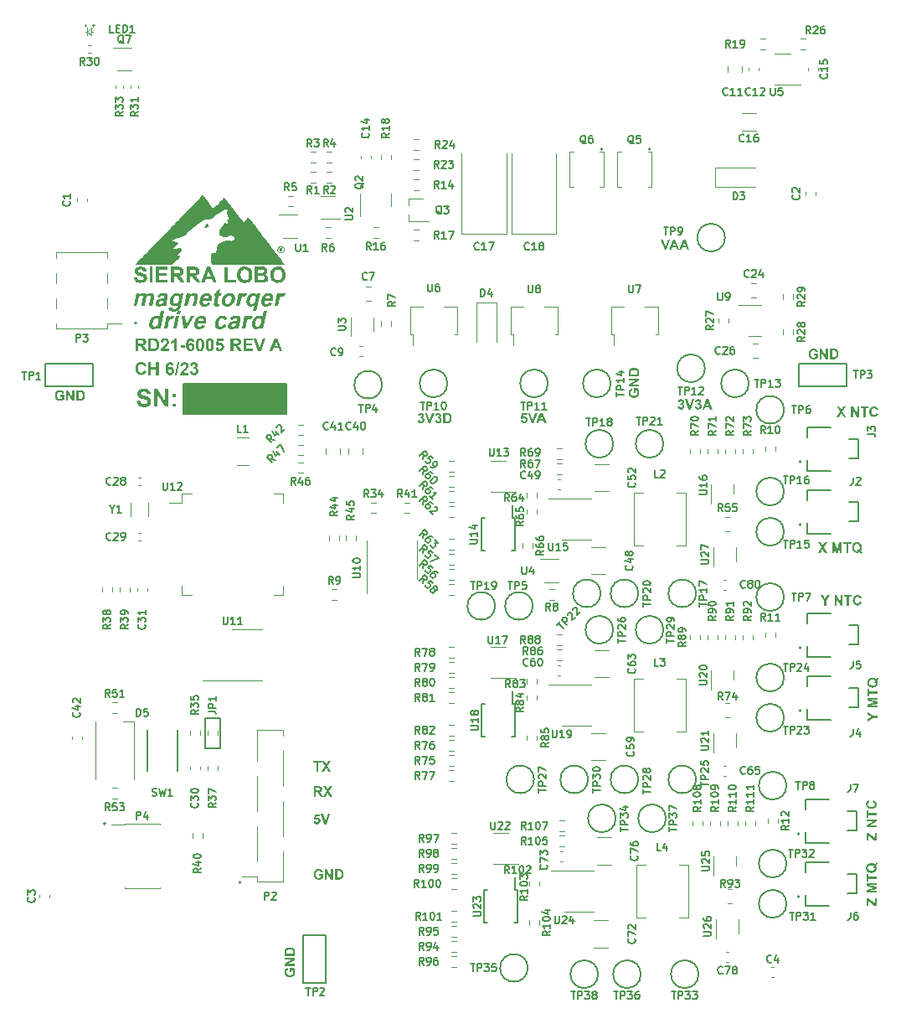
<source format=gbr>
%TF.GenerationSoftware,KiCad,Pcbnew,7.0.5*%
%TF.CreationDate,2023-06-30T17:38:18-04:00*%
%TF.ProjectId,magnetotorqer-drive-board,6d61676e-6574-46f7-946f-727165722d64,A*%
%TF.SameCoordinates,Original*%
%TF.FileFunction,Legend,Top*%
%TF.FilePolarity,Positive*%
%FSLAX46Y46*%
G04 Gerber Fmt 4.6, Leading zero omitted, Abs format (unit mm)*
G04 Created by KiCad (PCBNEW 7.0.5) date 2023-06-30 17:38:18*
%MOMM*%
%LPD*%
G01*
G04 APERTURE LIST*
%ADD10C,0.152400*%
%ADD11C,0.203200*%
%ADD12C,0.063500*%
%ADD13C,0.177800*%
%ADD14C,0.127000*%
%ADD15C,0.120000*%
%ADD16C,0.150000*%
%ADD17C,0.200000*%
%ADD18C,0.100000*%
%ADD19C,0.187000*%
%ADD20C,0.060000*%
G04 APERTURE END LIST*
D10*
X84836000Y-121666000D02*
X86360000Y-121666000D01*
X86360000Y-124714000D01*
X84836000Y-124714000D01*
X84836000Y-121666000D01*
X97028000Y-148463000D02*
X94742000Y-148463000D01*
X94742000Y-143637000D01*
X97028000Y-143637000D01*
X97028000Y-148463000D01*
D11*
X77952600Y-81788000D02*
G75*
G03*
X77952600Y-81788000I-101600J0D01*
G01*
X88493600Y-138303000D02*
G75*
G03*
X88493600Y-138303000I-101600J0D01*
G01*
D10*
X73533000Y-88138000D02*
X68707000Y-88138000D01*
X68707000Y-85852000D01*
X73533000Y-85852000D01*
X73533000Y-88138000D01*
D11*
X74777600Y-132334000D02*
G75*
G03*
X74777600Y-132334000I-101600J0D01*
G01*
D10*
X82677000Y-87884000D02*
X93091000Y-87884000D01*
X93091000Y-90932000D01*
X82677000Y-90932000D01*
X82677000Y-87884000D01*
G36*
X82677000Y-87884000D02*
G01*
X93091000Y-87884000D01*
X93091000Y-90932000D01*
X82677000Y-90932000D01*
X82677000Y-87884000D01*
G37*
X144907000Y-85852000D02*
X149733000Y-85852000D01*
X149733000Y-88138000D01*
X144907000Y-88138000D01*
X144907000Y-85852000D01*
D12*
G36*
X80333269Y-82374741D02*
G01*
X80021468Y-82374741D01*
X80060986Y-82184099D01*
X80048329Y-82197771D01*
X80035547Y-82210996D01*
X80022640Y-82223773D01*
X80009607Y-82236102D01*
X79996448Y-82247983D01*
X79983164Y-82259416D01*
X79963003Y-82275727D01*
X79942559Y-82291029D01*
X79921832Y-82305324D01*
X79900824Y-82318612D01*
X79879532Y-82330892D01*
X79857959Y-82342164D01*
X79843419Y-82349119D01*
X79821600Y-82358665D01*
X79799949Y-82367272D01*
X79778466Y-82374939D01*
X79757150Y-82381668D01*
X79736003Y-82387458D01*
X79715023Y-82392310D01*
X79694212Y-82396222D01*
X79673568Y-82399195D01*
X79653092Y-82401229D01*
X79632785Y-82402325D01*
X79619339Y-82402533D01*
X79592373Y-82401828D01*
X79566190Y-82399711D01*
X79540790Y-82396182D01*
X79516175Y-82391243D01*
X79492343Y-82384891D01*
X79469294Y-82377129D01*
X79447030Y-82367955D01*
X79425549Y-82357370D01*
X79404852Y-82345373D01*
X79384939Y-82331966D01*
X79365809Y-82317146D01*
X79347463Y-82300916D01*
X79329901Y-82283274D01*
X79313122Y-82264220D01*
X79297127Y-82243756D01*
X79281916Y-82221880D01*
X79267876Y-82198686D01*
X79255284Y-82174375D01*
X79244141Y-82148949D01*
X79234446Y-82122406D01*
X79226200Y-82094747D01*
X79219403Y-82065972D01*
X79214054Y-82036081D01*
X79210154Y-82005073D01*
X79207703Y-81972950D01*
X79206701Y-81939710D01*
X79207147Y-81905354D01*
X79207225Y-81903556D01*
X79552619Y-81903556D01*
X79552978Y-81921824D01*
X79554714Y-81947464D01*
X79557884Y-81970989D01*
X79562490Y-81992400D01*
X79568530Y-82011696D01*
X79575360Y-82028734D01*
X79582929Y-82044673D01*
X79595669Y-82066520D01*
X79610074Y-82085894D01*
X79626143Y-82102795D01*
X79643875Y-82117222D01*
X79663272Y-82129176D01*
X79684333Y-82138657D01*
X79707058Y-82145665D01*
X79731447Y-82150199D01*
X79757501Y-82152260D01*
X79766555Y-82152397D01*
X79788103Y-82151470D01*
X79809430Y-82148688D01*
X79830535Y-82144050D01*
X79851419Y-82137558D01*
X79872082Y-82129211D01*
X79892523Y-82119008D01*
X79912743Y-82106951D01*
X79932742Y-82093039D01*
X79952519Y-82077272D01*
X79965581Y-82065730D01*
X79978545Y-82053364D01*
X79984989Y-82046871D01*
X79997676Y-82033272D01*
X80009899Y-82018855D01*
X80021656Y-82003620D01*
X80032948Y-81987567D01*
X80043776Y-81970697D01*
X80054139Y-81953009D01*
X80064037Y-81934504D01*
X80073471Y-81915181D01*
X80082439Y-81895040D01*
X80090943Y-81874082D01*
X80098982Y-81852306D01*
X80106556Y-81829712D01*
X80113666Y-81806301D01*
X80120310Y-81782072D01*
X80126490Y-81757026D01*
X80132205Y-81731162D01*
X80137871Y-81702415D01*
X80142709Y-81674694D01*
X80146719Y-81647997D01*
X80149901Y-81622324D01*
X80152256Y-81597676D01*
X80153782Y-81574053D01*
X80154481Y-81551454D01*
X80154352Y-81529880D01*
X80153396Y-81509331D01*
X80151611Y-81489806D01*
X80148999Y-81471306D01*
X80145558Y-81453830D01*
X80138846Y-81429537D01*
X80130271Y-81407550D01*
X80123520Y-81394173D01*
X80112195Y-81375702D01*
X80099718Y-81359048D01*
X80086089Y-81344211D01*
X80071306Y-81331191D01*
X80055371Y-81319988D01*
X80038283Y-81310601D01*
X80020043Y-81303031D01*
X80000650Y-81297278D01*
X79980104Y-81293341D01*
X79958406Y-81291222D01*
X79943300Y-81290818D01*
X79921061Y-81291715D01*
X79899127Y-81294406D01*
X79877499Y-81298891D01*
X79856176Y-81305169D01*
X79835158Y-81313242D01*
X79814446Y-81323108D01*
X79794039Y-81334768D01*
X79773937Y-81348222D01*
X79754141Y-81363470D01*
X79734650Y-81380512D01*
X79721826Y-81392870D01*
X79709305Y-81405966D01*
X79697256Y-81419849D01*
X79685678Y-81434519D01*
X79674572Y-81449976D01*
X79663938Y-81466220D01*
X79653775Y-81483251D01*
X79644084Y-81501070D01*
X79634864Y-81519675D01*
X79626116Y-81539068D01*
X79617840Y-81559247D01*
X79610035Y-81580214D01*
X79602702Y-81601968D01*
X79595840Y-81624509D01*
X79589450Y-81647837D01*
X79583531Y-81671952D01*
X79578084Y-81696855D01*
X79572703Y-81723581D01*
X79567961Y-81749367D01*
X79563855Y-81774213D01*
X79560388Y-81798120D01*
X79557559Y-81821086D01*
X79555367Y-81843113D01*
X79553813Y-81864201D01*
X79552897Y-81884348D01*
X79552619Y-81903556D01*
X79207225Y-81903556D01*
X79207913Y-81887757D01*
X79209041Y-81869882D01*
X79210532Y-81851727D01*
X79212385Y-81833293D01*
X79214600Y-81814581D01*
X79217177Y-81795589D01*
X79220116Y-81776318D01*
X79223418Y-81756768D01*
X79227082Y-81736939D01*
X79231108Y-81716831D01*
X79235539Y-81696277D01*
X79240202Y-81676034D01*
X79245096Y-81656101D01*
X79250222Y-81636478D01*
X79255579Y-81617166D01*
X79261168Y-81598165D01*
X79266989Y-81579474D01*
X79273041Y-81561093D01*
X79279325Y-81543023D01*
X79285840Y-81525263D01*
X79292587Y-81507813D01*
X79299565Y-81490674D01*
X79306775Y-81473846D01*
X79314216Y-81457328D01*
X79321889Y-81441120D01*
X79329794Y-81425223D01*
X79337930Y-81409636D01*
X79346298Y-81394359D01*
X79363728Y-81364738D01*
X79382084Y-81336358D01*
X79401366Y-81309220D01*
X79421575Y-81283324D01*
X79442709Y-81258669D01*
X79464770Y-81235256D01*
X79487757Y-81213085D01*
X79511379Y-81192208D01*
X79535343Y-81172678D01*
X79559650Y-81154495D01*
X79584300Y-81137659D01*
X79609292Y-81122169D01*
X79634627Y-81108027D01*
X79660304Y-81095231D01*
X79686325Y-81083783D01*
X79712687Y-81073681D01*
X79739393Y-81064926D01*
X79766441Y-81057518D01*
X79793832Y-81051457D01*
X79821565Y-81046743D01*
X79849642Y-81043376D01*
X79878060Y-81041356D01*
X79906822Y-81040682D01*
X79933049Y-81041388D01*
X79958533Y-81043505D01*
X79983274Y-81047033D01*
X80007273Y-81051973D01*
X80030528Y-81058324D01*
X80053040Y-81066087D01*
X80074809Y-81075260D01*
X80095835Y-81085846D01*
X80116118Y-81097842D01*
X80135659Y-81111250D01*
X80154456Y-81126069D01*
X80172510Y-81142300D01*
X80189821Y-81159942D01*
X80206389Y-81178995D01*
X80222215Y-81199460D01*
X80237297Y-81221336D01*
X80373221Y-80568203D01*
X80708907Y-80568203D01*
X80333269Y-82374741D01*
G37*
G36*
X81010721Y-82374741D02*
G01*
X80675469Y-82374741D01*
X80946884Y-81068475D01*
X81258685Y-81068475D01*
X81220470Y-81253037D01*
X81233740Y-81237049D01*
X81246736Y-81221763D01*
X81259457Y-81207180D01*
X81271903Y-81193299D01*
X81284074Y-81180120D01*
X81301816Y-81161668D01*
X81318939Y-81144797D01*
X81335444Y-81129506D01*
X81351331Y-81115795D01*
X81366599Y-81103664D01*
X81381249Y-81093113D01*
X81399821Y-81081503D01*
X81418094Y-81071936D01*
X81436652Y-81063644D01*
X81455495Y-81056628D01*
X81474623Y-81050887D01*
X81494036Y-81046423D01*
X81513734Y-81043233D01*
X81533717Y-81041320D01*
X81553984Y-81040682D01*
X81575274Y-81041300D01*
X81596152Y-81043155D01*
X81616618Y-81046247D01*
X81636671Y-81050575D01*
X81656312Y-81056140D01*
X81675541Y-81062942D01*
X81694358Y-81070980D01*
X81712762Y-81080254D01*
X81730754Y-81090766D01*
X81748335Y-81102514D01*
X81759826Y-81111033D01*
X81589594Y-81430651D01*
X81571260Y-81417420D01*
X81552953Y-81405952D01*
X81534673Y-81396249D01*
X81516421Y-81388310D01*
X81498195Y-81382136D01*
X81479997Y-81377725D01*
X81461826Y-81375079D01*
X81443681Y-81374197D01*
X81426202Y-81374807D01*
X81404964Y-81377288D01*
X81384404Y-81381678D01*
X81364523Y-81387975D01*
X81345321Y-81396181D01*
X81326797Y-81406296D01*
X81316008Y-81413280D01*
X81301901Y-81424035D01*
X81288025Y-81436758D01*
X81274380Y-81451448D01*
X81260965Y-81468106D01*
X81247781Y-81486732D01*
X81238044Y-81501993D01*
X81228438Y-81518360D01*
X81218961Y-81535835D01*
X81209613Y-81554416D01*
X81200171Y-81575435D01*
X81193697Y-81591632D01*
X81187082Y-81609576D01*
X81180323Y-81629267D01*
X81173423Y-81650705D01*
X81166379Y-81673891D01*
X81159194Y-81698824D01*
X81151866Y-81725504D01*
X81144395Y-81753931D01*
X81136782Y-81784106D01*
X81129026Y-81816027D01*
X81121128Y-81849697D01*
X81117125Y-81867186D01*
X81113087Y-81885113D01*
X81109013Y-81903476D01*
X81104904Y-81922276D01*
X81100759Y-81941513D01*
X81096578Y-81961187D01*
X81092362Y-81981298D01*
X81010721Y-82374741D01*
G37*
G36*
X81969141Y-80873925D02*
G01*
X82032543Y-80568203D01*
X82368663Y-80568203D01*
X82305261Y-80873925D01*
X81969141Y-80873925D01*
G37*
G36*
X81656905Y-82374741D02*
G01*
X81928320Y-81068475D01*
X82264440Y-81068475D01*
X81993025Y-82374741D01*
X81656905Y-82374741D01*
G37*
G36*
X82697401Y-82374741D02*
G01*
X82457253Y-81068475D01*
X82809875Y-81068475D01*
X82910190Y-81735070D01*
X82933206Y-81957847D01*
X82941392Y-81942473D01*
X82951428Y-81923542D01*
X82960459Y-81906402D01*
X82970336Y-81887497D01*
X82978644Y-81871390D01*
X82986542Y-81855756D01*
X82991398Y-81845807D01*
X83000272Y-81828562D01*
X83009252Y-81811295D01*
X83018338Y-81794007D01*
X83027530Y-81776698D01*
X83036828Y-81759368D01*
X83046232Y-81742016D01*
X83050023Y-81735070D01*
X83429570Y-81068475D01*
X83774809Y-81068475D01*
X82999214Y-82374741D01*
X82697401Y-82374741D01*
G37*
G36*
X84511898Y-81040869D02*
G01*
X84545995Y-81042365D01*
X84578850Y-81045358D01*
X84610463Y-81049846D01*
X84640834Y-81055831D01*
X84669964Y-81063312D01*
X84697852Y-81072289D01*
X84724498Y-81082762D01*
X84749902Y-81094731D01*
X84774065Y-81108197D01*
X84796986Y-81123159D01*
X84818665Y-81139617D01*
X84839103Y-81157571D01*
X84858298Y-81177021D01*
X84876253Y-81197967D01*
X84892965Y-81220410D01*
X84900855Y-81232192D01*
X84915546Y-81256927D01*
X84928567Y-81283252D01*
X84939919Y-81311169D01*
X84949602Y-81340677D01*
X84957615Y-81371776D01*
X84963959Y-81404466D01*
X84968635Y-81438748D01*
X84970346Y-81456485D01*
X84971640Y-81474620D01*
X84972517Y-81493153D01*
X84972977Y-81512084D01*
X84973020Y-81531413D01*
X84972645Y-81551139D01*
X84971853Y-81571263D01*
X84970643Y-81591785D01*
X84969016Y-81612705D01*
X84966972Y-81634022D01*
X84964511Y-81655738D01*
X84961632Y-81677851D01*
X84958336Y-81700362D01*
X84954623Y-81723270D01*
X84950492Y-81746577D01*
X84945944Y-81770281D01*
X84940979Y-81794383D01*
X84935597Y-81818883D01*
X84094428Y-81818883D01*
X84091084Y-81838367D01*
X84088436Y-81857302D01*
X84086484Y-81875687D01*
X84085227Y-81893522D01*
X84084645Y-81919244D01*
X84085629Y-81943730D01*
X84088177Y-81966980D01*
X84092290Y-81988992D01*
X84097968Y-82009768D01*
X84105211Y-82029307D01*
X84114019Y-82047610D01*
X84124392Y-82064676D01*
X84136043Y-82080353D01*
X84148687Y-82094488D01*
X84162323Y-82107080D01*
X84176951Y-82118131D01*
X84192572Y-82127640D01*
X84209185Y-82135607D01*
X84226791Y-82142032D01*
X84245389Y-82146915D01*
X84264979Y-82150256D01*
X84285561Y-82152055D01*
X84299834Y-82152397D01*
X84319227Y-82151780D01*
X84338104Y-82149928D01*
X84356465Y-82146840D01*
X84374311Y-82142518D01*
X84391640Y-82136961D01*
X84408455Y-82130169D01*
X84424753Y-82122141D01*
X84440536Y-82112879D01*
X84455803Y-82102247D01*
X84470554Y-82090108D01*
X84484790Y-82076462D01*
X84498510Y-82061311D01*
X84511714Y-82044653D01*
X84524403Y-82026488D01*
X84536576Y-82006817D01*
X84545367Y-81991076D01*
X84548233Y-81985640D01*
X84871760Y-82041226D01*
X84858837Y-82062990D01*
X84845473Y-82084096D01*
X84831668Y-82104544D01*
X84817423Y-82124333D01*
X84802736Y-82143465D01*
X84787608Y-82161938D01*
X84772039Y-82179753D01*
X84756028Y-82196909D01*
X84739577Y-82213408D01*
X84722685Y-82229249D01*
X84705352Y-82244431D01*
X84687578Y-82258955D01*
X84669362Y-82272821D01*
X84650706Y-82286029D01*
X84631609Y-82298578D01*
X84612070Y-82310469D01*
X84592111Y-82321618D01*
X84571751Y-82332047D01*
X84550992Y-82341757D01*
X84529831Y-82350747D01*
X84508271Y-82359019D01*
X84486310Y-82366571D01*
X84463949Y-82373404D01*
X84441187Y-82379517D01*
X84418025Y-82384912D01*
X84394463Y-82389587D01*
X84370501Y-82393543D01*
X84346138Y-82396779D01*
X84321375Y-82399297D01*
X84296211Y-82401095D01*
X84270647Y-82402174D01*
X84244683Y-82402533D01*
X84224188Y-82402317D01*
X84204120Y-82401667D01*
X84184480Y-82400583D01*
X84165267Y-82399066D01*
X84146482Y-82397116D01*
X84128124Y-82394732D01*
X84110193Y-82391915D01*
X84092691Y-82388664D01*
X84075615Y-82384980D01*
X84042747Y-82376312D01*
X84011588Y-82365910D01*
X83982140Y-82353774D01*
X83954401Y-82339905D01*
X83928373Y-82324302D01*
X83904054Y-82306965D01*
X83881445Y-82287895D01*
X83860546Y-82267091D01*
X83841357Y-82244553D01*
X83823878Y-82220282D01*
X83808109Y-82194277D01*
X83800865Y-82180625D01*
X83790358Y-82158006D01*
X83780984Y-82134660D01*
X83772743Y-82110589D01*
X83765636Y-82085792D01*
X83759661Y-82060269D01*
X83754820Y-82034020D01*
X83751112Y-82007045D01*
X83748537Y-81979343D01*
X83747095Y-81950916D01*
X83746786Y-81921763D01*
X83747610Y-81891883D01*
X83749568Y-81861278D01*
X83752659Y-81829946D01*
X83756883Y-81797889D01*
X83762240Y-81765105D01*
X83768730Y-81731596D01*
X83773069Y-81711486D01*
X83777673Y-81691650D01*
X83782541Y-81672090D01*
X83787675Y-81652804D01*
X83793072Y-81633793D01*
X83798735Y-81615057D01*
X83804662Y-81596596D01*
X83804681Y-81596540D01*
X84146974Y-81596540D01*
X84648548Y-81596540D01*
X84651644Y-81578094D01*
X84654092Y-81560211D01*
X84655892Y-81542891D01*
X84657376Y-81517968D01*
X84657403Y-81494311D01*
X84655972Y-81471922D01*
X84653083Y-81450800D01*
X84648735Y-81430945D01*
X84642930Y-81412358D01*
X84635667Y-81395037D01*
X84626945Y-81378984D01*
X84620321Y-81368986D01*
X84609560Y-81355016D01*
X84593906Y-81338528D01*
X84576760Y-81324482D01*
X84558120Y-81312879D01*
X84537988Y-81303719D01*
X84516363Y-81297001D01*
X84499165Y-81293566D01*
X84481127Y-81291505D01*
X84462249Y-81290818D01*
X84441909Y-81291539D01*
X84421929Y-81293704D01*
X84402307Y-81297310D01*
X84383043Y-81302360D01*
X84364139Y-81308852D01*
X84345593Y-81316787D01*
X84327406Y-81326165D01*
X84309578Y-81336986D01*
X84292109Y-81349249D01*
X84274998Y-81362955D01*
X84263790Y-81372894D01*
X84247637Y-81388880D01*
X84232559Y-81405896D01*
X84218558Y-81423943D01*
X84205633Y-81443021D01*
X84193785Y-81463129D01*
X84183012Y-81484267D01*
X84173316Y-81506436D01*
X84164697Y-81529636D01*
X84157154Y-81553866D01*
X84150687Y-81579127D01*
X84146974Y-81596540D01*
X83804681Y-81596540D01*
X83810853Y-81578409D01*
X83817310Y-81560498D01*
X83824031Y-81542861D01*
X83831016Y-81525499D01*
X83838266Y-81508411D01*
X83845781Y-81491599D01*
X83853561Y-81475061D01*
X83861605Y-81458798D01*
X83869913Y-81442810D01*
X83878487Y-81427097D01*
X83887325Y-81411659D01*
X83896427Y-81396495D01*
X83905794Y-81381606D01*
X83915426Y-81366992D01*
X83925323Y-81352653D01*
X83945909Y-81324799D01*
X83967555Y-81298045D01*
X83990259Y-81272389D01*
X84014021Y-81247833D01*
X84038842Y-81224376D01*
X84064438Y-81202132D01*
X84090417Y-81181323D01*
X84116780Y-81161949D01*
X84143527Y-81144010D01*
X84170656Y-81127506D01*
X84198169Y-81112437D01*
X84226066Y-81098804D01*
X84254345Y-81086606D01*
X84283008Y-81075842D01*
X84312055Y-81066514D01*
X84341485Y-81058621D01*
X84371298Y-81052163D01*
X84401495Y-81047140D01*
X84432074Y-81043552D01*
X84463038Y-81041400D01*
X84494385Y-81040682D01*
X84511898Y-81040869D01*
G37*
G36*
X87111258Y-81429783D02*
G01*
X86769058Y-81485368D01*
X86769248Y-81467634D01*
X86768064Y-81445307D01*
X86765238Y-81424486D01*
X86760770Y-81405172D01*
X86754659Y-81387363D01*
X86746907Y-81371061D01*
X86737513Y-81356266D01*
X86723461Y-81339890D01*
X86707023Y-81325753D01*
X86692285Y-81316169D01*
X86676136Y-81308118D01*
X86658575Y-81301600D01*
X86639604Y-81296617D01*
X86619220Y-81293166D01*
X86597426Y-81291249D01*
X86580154Y-81290818D01*
X86556893Y-81291650D01*
X86534174Y-81294146D01*
X86511997Y-81298307D01*
X86490363Y-81304131D01*
X86469270Y-81311620D01*
X86448719Y-81320772D01*
X86428710Y-81331589D01*
X86409244Y-81344070D01*
X86390319Y-81358215D01*
X86371936Y-81374024D01*
X86359982Y-81385488D01*
X86342736Y-81404356D01*
X86331710Y-81418178D01*
X86321060Y-81432994D01*
X86310787Y-81448804D01*
X86300891Y-81465608D01*
X86291371Y-81483406D01*
X86282228Y-81502198D01*
X86273461Y-81521984D01*
X86265071Y-81542764D01*
X86257057Y-81564539D01*
X86249421Y-81587307D01*
X86242160Y-81611069D01*
X86235276Y-81635826D01*
X86228769Y-81661576D01*
X86222639Y-81688321D01*
X86219715Y-81702066D01*
X86213721Y-81732334D01*
X86208553Y-81761472D01*
X86204208Y-81789480D01*
X86200688Y-81816359D01*
X86197993Y-81842107D01*
X86196122Y-81866727D01*
X86195075Y-81890216D01*
X86194853Y-81912575D01*
X86195455Y-81933805D01*
X86196882Y-81953905D01*
X86199133Y-81972875D01*
X86202208Y-81990716D01*
X86208367Y-82015358D01*
X86216381Y-82037458D01*
X86222754Y-82050780D01*
X86233659Y-82068940D01*
X86245854Y-82085314D01*
X86259338Y-82099902D01*
X86274113Y-82112703D01*
X86290178Y-82123718D01*
X86307533Y-82132947D01*
X86326177Y-82140390D01*
X86346112Y-82146046D01*
X86367338Y-82149917D01*
X86389853Y-82152000D01*
X86405579Y-82152397D01*
X86423291Y-82151905D01*
X86446276Y-82149717D01*
X86468542Y-82145778D01*
X86490089Y-82140088D01*
X86510917Y-82132648D01*
X86531025Y-82123457D01*
X86550415Y-82112516D01*
X86569084Y-82099824D01*
X86573640Y-82096377D01*
X86587073Y-82085078D01*
X86600179Y-82072352D01*
X86612956Y-82058198D01*
X86625405Y-82042617D01*
X86637526Y-82025608D01*
X86649319Y-82007172D01*
X86660783Y-81987308D01*
X86671919Y-81966017D01*
X86682727Y-81943298D01*
X86689750Y-81927359D01*
X86696627Y-81910786D01*
X86700010Y-81902262D01*
X87018326Y-81957847D01*
X87005886Y-81984948D01*
X86992887Y-82011207D01*
X86979328Y-82036625D01*
X86965210Y-82061202D01*
X86950531Y-82084937D01*
X86935293Y-82107831D01*
X86919495Y-82129884D01*
X86903137Y-82151095D01*
X86886220Y-82171464D01*
X86868742Y-82190993D01*
X86850705Y-82209680D01*
X86832108Y-82227525D01*
X86812951Y-82244529D01*
X86793235Y-82260692D01*
X86772958Y-82276013D01*
X86752122Y-82290493D01*
X86730707Y-82304061D01*
X86708696Y-82316753D01*
X86686087Y-82328569D01*
X86662881Y-82339511D01*
X86639078Y-82349577D01*
X86614677Y-82358768D01*
X86589680Y-82367083D01*
X86564086Y-82374523D01*
X86537894Y-82381088D01*
X86511106Y-82386778D01*
X86483720Y-82391592D01*
X86455737Y-82395531D01*
X86427157Y-82398594D01*
X86397980Y-82400783D01*
X86368206Y-82402096D01*
X86337834Y-82402533D01*
X86303678Y-82401829D01*
X86270693Y-82399717D01*
X86238878Y-82396198D01*
X86208234Y-82391270D01*
X86178760Y-82384934D01*
X86150456Y-82377190D01*
X86123323Y-82368038D01*
X86097361Y-82357479D01*
X86072569Y-82345511D01*
X86048947Y-82332135D01*
X86026496Y-82317352D01*
X86005215Y-82301160D01*
X85985105Y-82283560D01*
X85966166Y-82264553D01*
X85948396Y-82244137D01*
X85931798Y-82222314D01*
X85916544Y-82199193D01*
X85902811Y-82174993D01*
X85890597Y-82149714D01*
X85879903Y-82123356D01*
X85870729Y-82095919D01*
X85863075Y-82067404D01*
X85856941Y-82037809D01*
X85852327Y-82007136D01*
X85849233Y-81975384D01*
X85847659Y-81942553D01*
X85847605Y-81908643D01*
X85849070Y-81873654D01*
X85850373Y-81855755D01*
X85852056Y-81837587D01*
X85854119Y-81819148D01*
X85856561Y-81800440D01*
X85859384Y-81781462D01*
X85862587Y-81762215D01*
X85866170Y-81742698D01*
X85870132Y-81722911D01*
X85874472Y-81702884D01*
X85879077Y-81683136D01*
X85883948Y-81663668D01*
X85889084Y-81644478D01*
X85894485Y-81625568D01*
X85900152Y-81606937D01*
X85906085Y-81588584D01*
X85912283Y-81570511D01*
X85918746Y-81552717D01*
X85925475Y-81535202D01*
X85932470Y-81517966D01*
X85939730Y-81501009D01*
X85947255Y-81484331D01*
X85955046Y-81467932D01*
X85963102Y-81451812D01*
X85971424Y-81435971D01*
X85980012Y-81420409D01*
X85988864Y-81405126D01*
X85997983Y-81390122D01*
X86007366Y-81375398D01*
X86017016Y-81360952D01*
X86037110Y-81332898D01*
X86058267Y-81305960D01*
X86080486Y-81280138D01*
X86103767Y-81255433D01*
X86128109Y-81231843D01*
X86140679Y-81220467D01*
X86166448Y-81198697D01*
X86192838Y-81178330D01*
X86219849Y-81159368D01*
X86247480Y-81141811D01*
X86275733Y-81125659D01*
X86304606Y-81110911D01*
X86334101Y-81097567D01*
X86364216Y-81085628D01*
X86394952Y-81075094D01*
X86426309Y-81065964D01*
X86458287Y-81058239D01*
X86490885Y-81051919D01*
X86524105Y-81047003D01*
X86557945Y-81043491D01*
X86592406Y-81041384D01*
X86609870Y-81040858D01*
X86627488Y-81040682D01*
X86655973Y-81041059D01*
X86683563Y-81042189D01*
X86710256Y-81044071D01*
X86736054Y-81046708D01*
X86760957Y-81050097D01*
X86784963Y-81054239D01*
X86808074Y-81059135D01*
X86830289Y-81064784D01*
X86851609Y-81071186D01*
X86872033Y-81078341D01*
X86891561Y-81086249D01*
X86910194Y-81094911D01*
X86927931Y-81104326D01*
X86944772Y-81114493D01*
X86960718Y-81125414D01*
X86975768Y-81137089D01*
X86989987Y-81149479D01*
X87003439Y-81162656D01*
X87016124Y-81176620D01*
X87028042Y-81191372D01*
X87039194Y-81206910D01*
X87049579Y-81223236D01*
X87059197Y-81240349D01*
X87068049Y-81258248D01*
X87076134Y-81276935D01*
X87083452Y-81296409D01*
X87090003Y-81316670D01*
X87095787Y-81337719D01*
X87100805Y-81359554D01*
X87105056Y-81382176D01*
X87108541Y-81405586D01*
X87111258Y-81429783D01*
G37*
G36*
X87993947Y-81040896D02*
G01*
X88020579Y-81041537D01*
X88046221Y-81042606D01*
X88070873Y-81044102D01*
X88094533Y-81046026D01*
X88117203Y-81048377D01*
X88138882Y-81051155D01*
X88159571Y-81054361D01*
X88179269Y-81057995D01*
X88197976Y-81062056D01*
X88215693Y-81066545D01*
X88232419Y-81071461D01*
X88255650Y-81079636D01*
X88276652Y-81088773D01*
X88289416Y-81095399D01*
X88307273Y-81105918D01*
X88323879Y-81116957D01*
X88339232Y-81128514D01*
X88353334Y-81140590D01*
X88366184Y-81153185D01*
X88377782Y-81166300D01*
X88391298Y-81184593D01*
X88402589Y-81203809D01*
X88411654Y-81223948D01*
X88415352Y-81234364D01*
X88419829Y-81251319D01*
X88423001Y-81270755D01*
X88424867Y-81292673D01*
X88425429Y-81317071D01*
X88425077Y-81334714D01*
X88424146Y-81353461D01*
X88422635Y-81373310D01*
X88420543Y-81394261D01*
X88417871Y-81416315D01*
X88414619Y-81439472D01*
X88410787Y-81463731D01*
X88406375Y-81489093D01*
X88401383Y-81515558D01*
X88395810Y-81543125D01*
X88308089Y-81946122D01*
X88303774Y-81967265D01*
X88299730Y-81987703D01*
X88295957Y-82007435D01*
X88292456Y-82026461D01*
X88289226Y-82044781D01*
X88286267Y-82062396D01*
X88282339Y-82087495D01*
X88279021Y-82111007D01*
X88276313Y-82132930D01*
X88274217Y-82153266D01*
X88272731Y-82172014D01*
X88271699Y-82194541D01*
X88271611Y-82199732D01*
X88271794Y-82220326D01*
X88272778Y-82241286D01*
X88274563Y-82262612D01*
X88277148Y-82284305D01*
X88280534Y-82306364D01*
X88284720Y-82328790D01*
X88288386Y-82345850D01*
X88292501Y-82363115D01*
X88295495Y-82374741D01*
X87963718Y-82374741D01*
X87961310Y-82357499D01*
X87959346Y-82340074D01*
X87957473Y-82320206D01*
X87955983Y-82301784D01*
X87954556Y-82281666D01*
X87953730Y-82268780D01*
X87952500Y-82251045D01*
X87951206Y-82233198D01*
X87950690Y-82226657D01*
X87931044Y-82242796D01*
X87911352Y-82258158D01*
X87891614Y-82272740D01*
X87871830Y-82286544D01*
X87852001Y-82299570D01*
X87832126Y-82311816D01*
X87812205Y-82323284D01*
X87792238Y-82333974D01*
X87772225Y-82343885D01*
X87752167Y-82353017D01*
X87738769Y-82358673D01*
X87718701Y-82366511D01*
X87698556Y-82373579D01*
X87678335Y-82379875D01*
X87658037Y-82385400D01*
X87637663Y-82390155D01*
X87617213Y-82394138D01*
X87596686Y-82397351D01*
X87576083Y-82399792D01*
X87555404Y-82401463D01*
X87534648Y-82402362D01*
X87520769Y-82402533D01*
X87496699Y-82402103D01*
X87473454Y-82400810D01*
X87451034Y-82398656D01*
X87429438Y-82395639D01*
X87408666Y-82391762D01*
X87388719Y-82387022D01*
X87369596Y-82381421D01*
X87351297Y-82374958D01*
X87333823Y-82367633D01*
X87317174Y-82359446D01*
X87301349Y-82350398D01*
X87286348Y-82340488D01*
X87272172Y-82329716D01*
X87258820Y-82318083D01*
X87246292Y-82305587D01*
X87234589Y-82292230D01*
X87223841Y-82278213D01*
X87214070Y-82263739D01*
X87201246Y-82241167D01*
X87190620Y-82217566D01*
X87182192Y-82192934D01*
X87177795Y-82175940D01*
X87174376Y-82158488D01*
X87171933Y-82140578D01*
X87170467Y-82122210D01*
X87169979Y-82103384D01*
X87170467Y-82084100D01*
X87171933Y-82064358D01*
X87174376Y-82044158D01*
X87177481Y-82025397D01*
X87518194Y-82025397D01*
X87520607Y-82044560D01*
X87525776Y-82062810D01*
X87533703Y-82080149D01*
X87544385Y-82096576D01*
X87549430Y-82102891D01*
X87563673Y-82117153D01*
X87579803Y-82128998D01*
X87597821Y-82138426D01*
X87617725Y-82145436D01*
X87635007Y-82149303D01*
X87653498Y-82151624D01*
X87673195Y-82152397D01*
X87695947Y-82151495D01*
X87718820Y-82148788D01*
X87736056Y-82145573D01*
X87753360Y-82141342D01*
X87770732Y-82136097D01*
X87788174Y-82129836D01*
X87805684Y-82122560D01*
X87823262Y-82114269D01*
X87840910Y-82104962D01*
X87858626Y-82094640D01*
X87875522Y-82083268D01*
X87891250Y-82071299D01*
X87905812Y-82058732D01*
X87919206Y-82045569D01*
X87931433Y-82031808D01*
X87942493Y-82017450D01*
X87952386Y-82002495D01*
X87961112Y-81986943D01*
X87969346Y-81968653D01*
X87976348Y-81949353D01*
X87982041Y-81931256D01*
X87987815Y-81910798D01*
X87992200Y-81893905D01*
X87996630Y-81875684D01*
X88001105Y-81856135D01*
X88005627Y-81835257D01*
X88007144Y-81828002D01*
X88020606Y-81763297D01*
X88002143Y-81768637D01*
X87981278Y-81774235D01*
X87964053Y-81778603D01*
X87945477Y-81783115D01*
X87925550Y-81787773D01*
X87904271Y-81792576D01*
X87881642Y-81797524D01*
X87857661Y-81802617D01*
X87832329Y-81807855D01*
X87814690Y-81811427D01*
X87805646Y-81813237D01*
X87787839Y-81816817D01*
X87770789Y-81820389D01*
X87746633Y-81825735D01*
X87724179Y-81831066D01*
X87703427Y-81836381D01*
X87684378Y-81841682D01*
X87667031Y-81846967D01*
X87646549Y-81853990D01*
X87629094Y-81860985D01*
X87611530Y-81869692D01*
X87593596Y-81881363D01*
X87577576Y-81893793D01*
X87563469Y-81906984D01*
X87551276Y-81920935D01*
X87540996Y-81935646D01*
X87532630Y-81951116D01*
X87526177Y-81967347D01*
X87521637Y-81984337D01*
X87518537Y-82005323D01*
X87518194Y-82025397D01*
X87177481Y-82025397D01*
X87177795Y-82023500D01*
X87179872Y-82012999D01*
X87184669Y-81992286D01*
X87190269Y-81972002D01*
X87196669Y-81952144D01*
X87203872Y-81932714D01*
X87211875Y-81913712D01*
X87220681Y-81895137D01*
X87230288Y-81876989D01*
X87240696Y-81859269D01*
X87251906Y-81841977D01*
X87263917Y-81825112D01*
X87272370Y-81814106D01*
X87285688Y-81798021D01*
X87299586Y-81782661D01*
X87314064Y-81768026D01*
X87329123Y-81754116D01*
X87344761Y-81740932D01*
X87360980Y-81728473D01*
X87377779Y-81716739D01*
X87395158Y-81705730D01*
X87413117Y-81695446D01*
X87431657Y-81685888D01*
X87444338Y-81679918D01*
X87464253Y-81671309D01*
X87485565Y-81662906D01*
X87508273Y-81654709D01*
X87532379Y-81646718D01*
X87549225Y-81641505D01*
X87566692Y-81636384D01*
X87584780Y-81631354D01*
X87603489Y-81626416D01*
X87622819Y-81621569D01*
X87642770Y-81616814D01*
X87663341Y-81612151D01*
X87684534Y-81607580D01*
X87706347Y-81603100D01*
X87728781Y-81598711D01*
X87758825Y-81592983D01*
X87787726Y-81587305D01*
X87815483Y-81581678D01*
X87842097Y-81576102D01*
X87867568Y-81570577D01*
X87891895Y-81565103D01*
X87915079Y-81559680D01*
X87937119Y-81554308D01*
X87958017Y-81548986D01*
X87977770Y-81543716D01*
X87996381Y-81538496D01*
X88013848Y-81533327D01*
X88037905Y-81525670D01*
X88059390Y-81518126D01*
X88072284Y-81513161D01*
X88079666Y-81477986D01*
X88083126Y-81459525D01*
X88085524Y-81442088D01*
X88087071Y-81420429D01*
X88086732Y-81400588D01*
X88084506Y-81382567D01*
X88079071Y-81362596D01*
X88070689Y-81345467D01*
X88061862Y-81333810D01*
X88047494Y-81321425D01*
X88028545Y-81311139D01*
X88010089Y-81304421D01*
X87988702Y-81299047D01*
X87970737Y-81295898D01*
X87951124Y-81293505D01*
X87929862Y-81291868D01*
X87906952Y-81290986D01*
X87890762Y-81290818D01*
X87868784Y-81291395D01*
X87847797Y-81293125D01*
X87827800Y-81296009D01*
X87808794Y-81300046D01*
X87790779Y-81305237D01*
X87773755Y-81311581D01*
X87757721Y-81319079D01*
X87742678Y-81327731D01*
X87728354Y-81337834D01*
X87714261Y-81349688D01*
X87700398Y-81363293D01*
X87686766Y-81378648D01*
X87673365Y-81395754D01*
X87660195Y-81414610D01*
X87650468Y-81429902D01*
X87640872Y-81446178D01*
X87634546Y-81457575D01*
X87341852Y-81401990D01*
X87353247Y-81379347D01*
X87365065Y-81357450D01*
X87377307Y-81336300D01*
X87389974Y-81315897D01*
X87403065Y-81296240D01*
X87416579Y-81277329D01*
X87430518Y-81259164D01*
X87444881Y-81241746D01*
X87459668Y-81225075D01*
X87474879Y-81209149D01*
X87490515Y-81193970D01*
X87506574Y-81179538D01*
X87523057Y-81165852D01*
X87539965Y-81152912D01*
X87557296Y-81140719D01*
X87575052Y-81129272D01*
X87593476Y-81118544D01*
X87612704Y-81108509D01*
X87632736Y-81099165D01*
X87653572Y-81090514D01*
X87675212Y-81082555D01*
X87697657Y-81075288D01*
X87720905Y-81068713D01*
X87744958Y-81062830D01*
X87769814Y-81057639D01*
X87795475Y-81053140D01*
X87821939Y-81049334D01*
X87849208Y-81046219D01*
X87877281Y-81043797D01*
X87906158Y-81042066D01*
X87935839Y-81041028D01*
X87966324Y-81040682D01*
X87993947Y-81040896D01*
G37*
G36*
X88898688Y-82374741D02*
G01*
X88563436Y-82374741D01*
X88834851Y-81068475D01*
X89146652Y-81068475D01*
X89108437Y-81253037D01*
X89121708Y-81237049D01*
X89134703Y-81221763D01*
X89147424Y-81207180D01*
X89159870Y-81193299D01*
X89172042Y-81180120D01*
X89189783Y-81161668D01*
X89206907Y-81144797D01*
X89223412Y-81129506D01*
X89239298Y-81115795D01*
X89254567Y-81103664D01*
X89269217Y-81093113D01*
X89287788Y-81081503D01*
X89306061Y-81071936D01*
X89324619Y-81063644D01*
X89343462Y-81056628D01*
X89362590Y-81050887D01*
X89382003Y-81046423D01*
X89401701Y-81043233D01*
X89421684Y-81041320D01*
X89441952Y-81040682D01*
X89463242Y-81041300D01*
X89484120Y-81043155D01*
X89504585Y-81046247D01*
X89524638Y-81050575D01*
X89544279Y-81056140D01*
X89563508Y-81062942D01*
X89582325Y-81070980D01*
X89600730Y-81080254D01*
X89618722Y-81090766D01*
X89636302Y-81102514D01*
X89647793Y-81111033D01*
X89477561Y-81430651D01*
X89459227Y-81417420D01*
X89440920Y-81405952D01*
X89422641Y-81396249D01*
X89404388Y-81388310D01*
X89386163Y-81382136D01*
X89367964Y-81377725D01*
X89349793Y-81375079D01*
X89331649Y-81374197D01*
X89314170Y-81374807D01*
X89292932Y-81377288D01*
X89272372Y-81381678D01*
X89252491Y-81387975D01*
X89233288Y-81396181D01*
X89214764Y-81406296D01*
X89203975Y-81413280D01*
X89189868Y-81424035D01*
X89175992Y-81436758D01*
X89162347Y-81451448D01*
X89148932Y-81468106D01*
X89135748Y-81486732D01*
X89126012Y-81501993D01*
X89116405Y-81518360D01*
X89106928Y-81535835D01*
X89097581Y-81554416D01*
X89088138Y-81575435D01*
X89081665Y-81591632D01*
X89075049Y-81609576D01*
X89068291Y-81629267D01*
X89061390Y-81650705D01*
X89054347Y-81673891D01*
X89047161Y-81698824D01*
X89039833Y-81725504D01*
X89032362Y-81753931D01*
X89024749Y-81784106D01*
X89016993Y-81816027D01*
X89009095Y-81849697D01*
X89005093Y-81867186D01*
X89001055Y-81885113D01*
X88996981Y-81903476D01*
X88992871Y-81922276D01*
X88988726Y-81941513D01*
X88984546Y-81961187D01*
X88980329Y-81981298D01*
X88898688Y-82374741D01*
G37*
G36*
X90708699Y-82374741D02*
G01*
X90396898Y-82374741D01*
X90436416Y-82184099D01*
X90423759Y-82197771D01*
X90410978Y-82210996D01*
X90398070Y-82223773D01*
X90385037Y-82236102D01*
X90371879Y-82247983D01*
X90358594Y-82259416D01*
X90338433Y-82275727D01*
X90317989Y-82291029D01*
X90297263Y-82305324D01*
X90276254Y-82318612D01*
X90254963Y-82330892D01*
X90233389Y-82342164D01*
X90218850Y-82349119D01*
X90197031Y-82358665D01*
X90175379Y-82367272D01*
X90153896Y-82374939D01*
X90132581Y-82381668D01*
X90111433Y-82387458D01*
X90090454Y-82392310D01*
X90069642Y-82396222D01*
X90048998Y-82399195D01*
X90028523Y-82401229D01*
X90008215Y-82402325D01*
X89994770Y-82402533D01*
X89967803Y-82401828D01*
X89941620Y-82399711D01*
X89916220Y-82396182D01*
X89891605Y-82391243D01*
X89867773Y-82384891D01*
X89844725Y-82377129D01*
X89822460Y-82367955D01*
X89800979Y-82357370D01*
X89780282Y-82345373D01*
X89760369Y-82331966D01*
X89741239Y-82317146D01*
X89722893Y-82300916D01*
X89705331Y-82283274D01*
X89688553Y-82264220D01*
X89672558Y-82243756D01*
X89657347Y-82221880D01*
X89643306Y-82198686D01*
X89630714Y-82174375D01*
X89619571Y-82148949D01*
X89609876Y-82122406D01*
X89601630Y-82094747D01*
X89594833Y-82065972D01*
X89589484Y-82036081D01*
X89585585Y-82005073D01*
X89583133Y-81972950D01*
X89582131Y-81939710D01*
X89582577Y-81905354D01*
X89582655Y-81903556D01*
X89928049Y-81903556D01*
X89928409Y-81921824D01*
X89930144Y-81947464D01*
X89933315Y-81970989D01*
X89937920Y-81992400D01*
X89943961Y-82011696D01*
X89950790Y-82028734D01*
X89958359Y-82044673D01*
X89971100Y-82066520D01*
X89985504Y-82085894D01*
X90001573Y-82102795D01*
X90019306Y-82117222D01*
X90038702Y-82129176D01*
X90059763Y-82138657D01*
X90082488Y-82145665D01*
X90106878Y-82150199D01*
X90132931Y-82152260D01*
X90141985Y-82152397D01*
X90163533Y-82151470D01*
X90184860Y-82148688D01*
X90205966Y-82144050D01*
X90226850Y-82137558D01*
X90247512Y-82129211D01*
X90267954Y-82119008D01*
X90288174Y-82106951D01*
X90308172Y-82093039D01*
X90327950Y-82077272D01*
X90341011Y-82065730D01*
X90353975Y-82053364D01*
X90360420Y-82046871D01*
X90373107Y-82033272D01*
X90385329Y-82018855D01*
X90397086Y-82003620D01*
X90408379Y-81987567D01*
X90419207Y-81970697D01*
X90429569Y-81953009D01*
X90439468Y-81934504D01*
X90448901Y-81915181D01*
X90457870Y-81895040D01*
X90466373Y-81874082D01*
X90474412Y-81852306D01*
X90481986Y-81829712D01*
X90489096Y-81806301D01*
X90495740Y-81782072D01*
X90501920Y-81757026D01*
X90507635Y-81731162D01*
X90513301Y-81702415D01*
X90518139Y-81674694D01*
X90522149Y-81647997D01*
X90525331Y-81622324D01*
X90527686Y-81597676D01*
X90529213Y-81574053D01*
X90529912Y-81551454D01*
X90529783Y-81529880D01*
X90528826Y-81509331D01*
X90527041Y-81489806D01*
X90524429Y-81471306D01*
X90520989Y-81453830D01*
X90514276Y-81429537D01*
X90505701Y-81407550D01*
X90498950Y-81394173D01*
X90487626Y-81375702D01*
X90475148Y-81359048D01*
X90461519Y-81344211D01*
X90446736Y-81331191D01*
X90430801Y-81319988D01*
X90413714Y-81310601D01*
X90395473Y-81303031D01*
X90376080Y-81297278D01*
X90355535Y-81293341D01*
X90333836Y-81291222D01*
X90318730Y-81290818D01*
X90296491Y-81291715D01*
X90274558Y-81294406D01*
X90252929Y-81298891D01*
X90231606Y-81305169D01*
X90210589Y-81313242D01*
X90189876Y-81323108D01*
X90169469Y-81334768D01*
X90149368Y-81348222D01*
X90129571Y-81363470D01*
X90110080Y-81380512D01*
X90097256Y-81392870D01*
X90084735Y-81405966D01*
X90072686Y-81419849D01*
X90061109Y-81434519D01*
X90050003Y-81449976D01*
X90039368Y-81466220D01*
X90029205Y-81483251D01*
X90019514Y-81501070D01*
X90010295Y-81519675D01*
X90001547Y-81539068D01*
X89993270Y-81559247D01*
X89985465Y-81580214D01*
X89978132Y-81601968D01*
X89971270Y-81624509D01*
X89964880Y-81647837D01*
X89958962Y-81671952D01*
X89953515Y-81696855D01*
X89948134Y-81723581D01*
X89943391Y-81749367D01*
X89939286Y-81774213D01*
X89935818Y-81798120D01*
X89932989Y-81821086D01*
X89930797Y-81843113D01*
X89929243Y-81864201D01*
X89928327Y-81884348D01*
X89928049Y-81903556D01*
X89582655Y-81903556D01*
X89583343Y-81887757D01*
X89584472Y-81869882D01*
X89585962Y-81851727D01*
X89587815Y-81833293D01*
X89590030Y-81814581D01*
X89592607Y-81795589D01*
X89595547Y-81776318D01*
X89598848Y-81756768D01*
X89602512Y-81736939D01*
X89606538Y-81716831D01*
X89610969Y-81696277D01*
X89615632Y-81676034D01*
X89620526Y-81656101D01*
X89625652Y-81636478D01*
X89631010Y-81617166D01*
X89636599Y-81598165D01*
X89642419Y-81579474D01*
X89648471Y-81561093D01*
X89654755Y-81543023D01*
X89661270Y-81525263D01*
X89668017Y-81507813D01*
X89674995Y-81490674D01*
X89682205Y-81473846D01*
X89689647Y-81457328D01*
X89697320Y-81441120D01*
X89705224Y-81425223D01*
X89713360Y-81409636D01*
X89721728Y-81394359D01*
X89739158Y-81364738D01*
X89757514Y-81336358D01*
X89776796Y-81309220D01*
X89797005Y-81283324D01*
X89818140Y-81258669D01*
X89840201Y-81235256D01*
X89863188Y-81213085D01*
X89886809Y-81192208D01*
X89910774Y-81172678D01*
X89935080Y-81154495D01*
X89959730Y-81137659D01*
X89984722Y-81122169D01*
X90010057Y-81108027D01*
X90035735Y-81095231D01*
X90061755Y-81083783D01*
X90088118Y-81073681D01*
X90114823Y-81064926D01*
X90141871Y-81057518D01*
X90169262Y-81051457D01*
X90196996Y-81046743D01*
X90225072Y-81043376D01*
X90253491Y-81041356D01*
X90282252Y-81040682D01*
X90308479Y-81041388D01*
X90333964Y-81043505D01*
X90358705Y-81047033D01*
X90382703Y-81051973D01*
X90405958Y-81058324D01*
X90428470Y-81066087D01*
X90450239Y-81075260D01*
X90471266Y-81085846D01*
X90491549Y-81097842D01*
X90511089Y-81111250D01*
X90529886Y-81126069D01*
X90547940Y-81142300D01*
X90565251Y-81159942D01*
X90581820Y-81178995D01*
X90597645Y-81199460D01*
X90612727Y-81221336D01*
X90748652Y-80568203D01*
X91084337Y-80568203D01*
X90708699Y-82374741D01*
G37*
D11*
G36*
X93553120Y-147375071D02*
G01*
X93378422Y-147375071D01*
X93378422Y-146929641D01*
X93793330Y-146929641D01*
X93801057Y-146937994D01*
X93808669Y-146946802D01*
X93816164Y-146956063D01*
X93823542Y-146965778D01*
X93830805Y-146975946D01*
X93837950Y-146986568D01*
X93844980Y-146997644D01*
X93851893Y-147009173D01*
X93858690Y-147021156D01*
X93865371Y-147033593D01*
X93871936Y-147046483D01*
X93878384Y-147059827D01*
X93884715Y-147073624D01*
X93890931Y-147087876D01*
X93897030Y-147102580D01*
X93903013Y-147117739D01*
X93908722Y-147133137D01*
X93914063Y-147148560D01*
X93919036Y-147164008D01*
X93923640Y-147179482D01*
X93927876Y-147194981D01*
X93931744Y-147210505D01*
X93935243Y-147226054D01*
X93938374Y-147241628D01*
X93941137Y-147257228D01*
X93943531Y-147272853D01*
X93945557Y-147288502D01*
X93947214Y-147304178D01*
X93948504Y-147319878D01*
X93949424Y-147335604D01*
X93949977Y-147351354D01*
X93950161Y-147367130D01*
X93950095Y-147377125D01*
X93949566Y-147396872D01*
X93948507Y-147416298D01*
X93946919Y-147435401D01*
X93944802Y-147454183D01*
X93942156Y-147472643D01*
X93938981Y-147490782D01*
X93935276Y-147508598D01*
X93931042Y-147526093D01*
X93926278Y-147543266D01*
X93920986Y-147560117D01*
X93915164Y-147576646D01*
X93908813Y-147592853D01*
X93901932Y-147608739D01*
X93894523Y-147624302D01*
X93886584Y-147639544D01*
X93882416Y-147647044D01*
X93873721Y-147661733D01*
X93864572Y-147675958D01*
X93854970Y-147689720D01*
X93844914Y-147703018D01*
X93834405Y-147715853D01*
X93823441Y-147728225D01*
X93812025Y-147740133D01*
X93800154Y-147751578D01*
X93787830Y-147762560D01*
X93775052Y-147773078D01*
X93761821Y-147783133D01*
X93748135Y-147792724D01*
X93733997Y-147801853D01*
X93719404Y-147810518D01*
X93704358Y-147818719D01*
X93688858Y-147826457D01*
X93673015Y-147833729D01*
X93656998Y-147840532D01*
X93640809Y-147846866D01*
X93624448Y-147852730D01*
X93607914Y-147858126D01*
X93591207Y-147863052D01*
X93574328Y-147867509D01*
X93557276Y-147871497D01*
X93540052Y-147875015D01*
X93522656Y-147878065D01*
X93505086Y-147880645D01*
X93487345Y-147882757D01*
X93469430Y-147884399D01*
X93451343Y-147885572D01*
X93433084Y-147886275D01*
X93414652Y-147886510D01*
X93404637Y-147886444D01*
X93394692Y-147886248D01*
X93375014Y-147885463D01*
X93355616Y-147884154D01*
X93336500Y-147882322D01*
X93317665Y-147879967D01*
X93299111Y-147877088D01*
X93280838Y-147873686D01*
X93262846Y-147869760D01*
X93245135Y-147865310D01*
X93227705Y-147860338D01*
X93210557Y-147854842D01*
X93193689Y-147848822D01*
X93177103Y-147842279D01*
X93160798Y-147835212D01*
X93144773Y-147827623D01*
X93129030Y-147819509D01*
X93113625Y-147810892D01*
X93098675Y-147801790D01*
X93084180Y-147792203D01*
X93070141Y-147782131D01*
X93056558Y-147771575D01*
X93043430Y-147760535D01*
X93030758Y-147749009D01*
X93018541Y-147736999D01*
X93006780Y-147724504D01*
X92995475Y-147711525D01*
X92984625Y-147698061D01*
X92974231Y-147684112D01*
X92964292Y-147669679D01*
X92954809Y-147654760D01*
X92945782Y-147639358D01*
X92937210Y-147623470D01*
X92931020Y-147610969D01*
X92925229Y-147598093D01*
X92919837Y-147584843D01*
X92914845Y-147571219D01*
X92910253Y-147557221D01*
X92906059Y-147542848D01*
X92902265Y-147528102D01*
X92898871Y-147512981D01*
X92895875Y-147497486D01*
X92893279Y-147481617D01*
X92891083Y-147465374D01*
X92889286Y-147448756D01*
X92887888Y-147431765D01*
X92886890Y-147414399D01*
X92886290Y-147396659D01*
X92886091Y-147378545D01*
X92886173Y-147366716D01*
X92886420Y-147355050D01*
X92886832Y-147343547D01*
X92887409Y-147332207D01*
X92888151Y-147321031D01*
X92889057Y-147310018D01*
X92890128Y-147299168D01*
X92891364Y-147288482D01*
X92892765Y-147277959D01*
X92894330Y-147267600D01*
X92896060Y-147257403D01*
X92897956Y-147247371D01*
X92900015Y-147237501D01*
X92902240Y-147227795D01*
X92907184Y-147208872D01*
X92912786Y-147190603D01*
X92919048Y-147172987D01*
X92925969Y-147156025D01*
X92933550Y-147139716D01*
X92941789Y-147124060D01*
X92950688Y-147109058D01*
X92960245Y-147094708D01*
X92970462Y-147081013D01*
X92981260Y-147067911D01*
X92992563Y-147055407D01*
X93004370Y-147043499D01*
X93016680Y-147032189D01*
X93029495Y-147021476D01*
X93042814Y-147011360D01*
X93056636Y-147001841D01*
X93070963Y-146992919D01*
X93085794Y-146984594D01*
X93101129Y-146976867D01*
X93116968Y-146969736D01*
X93133311Y-146963203D01*
X93150158Y-146957267D01*
X93167509Y-146951928D01*
X93185364Y-146947186D01*
X93203724Y-146943041D01*
X93235487Y-147148261D01*
X93225508Y-147151109D01*
X93215794Y-147154256D01*
X93206346Y-147157701D01*
X93192672Y-147163428D01*
X93179595Y-147169827D01*
X93167116Y-147176898D01*
X93155235Y-147184641D01*
X93143951Y-147193055D01*
X93133264Y-147202141D01*
X93123176Y-147211899D01*
X93113685Y-147222329D01*
X93107689Y-147229655D01*
X93099308Y-147241083D01*
X93091751Y-147253035D01*
X93085018Y-147265511D01*
X93079109Y-147278510D01*
X93074025Y-147292032D01*
X93069766Y-147306078D01*
X93067384Y-147315732D01*
X93065369Y-147325619D01*
X93063720Y-147335739D01*
X93062438Y-147346092D01*
X93061522Y-147356677D01*
X93060972Y-147367495D01*
X93060789Y-147378545D01*
X93061129Y-147395265D01*
X93062150Y-147411549D01*
X93063851Y-147427400D01*
X93066233Y-147442816D01*
X93069295Y-147457798D01*
X93073037Y-147472346D01*
X93077461Y-147486460D01*
X93082564Y-147500139D01*
X93088348Y-147513384D01*
X93094813Y-147526195D01*
X93101958Y-147538572D01*
X93109783Y-147550514D01*
X93118289Y-147562022D01*
X93127476Y-147573096D01*
X93137342Y-147583735D01*
X93147890Y-147593940D01*
X93159077Y-147603616D01*
X93170925Y-147612668D01*
X93183435Y-147621095D01*
X93196605Y-147628898D01*
X93210436Y-147636077D01*
X93224929Y-147642632D01*
X93240083Y-147648562D01*
X93255897Y-147653869D01*
X93272373Y-147658550D01*
X93289510Y-147662608D01*
X93307308Y-147666042D01*
X93325767Y-147668851D01*
X93344888Y-147671036D01*
X93364669Y-147672596D01*
X93374807Y-147673142D01*
X93385111Y-147673533D01*
X93395580Y-147673767D01*
X93406215Y-147673845D01*
X93417664Y-147673766D01*
X93428932Y-147673529D01*
X93440020Y-147673134D01*
X93450928Y-147672581D01*
X93461656Y-147671870D01*
X93472203Y-147671001D01*
X93482571Y-147669974D01*
X93492757Y-147668789D01*
X93502764Y-147667446D01*
X93512590Y-147665945D01*
X93531701Y-147662469D01*
X93550092Y-147658361D01*
X93567761Y-147653620D01*
X93584709Y-147648248D01*
X93600936Y-147642244D01*
X93616441Y-147635608D01*
X93631225Y-147628340D01*
X93645289Y-147620440D01*
X93658631Y-147611908D01*
X93671251Y-147602744D01*
X93683151Y-147592948D01*
X93694329Y-147582609D01*
X93704787Y-147571878D01*
X93714523Y-147560756D01*
X93723537Y-147549242D01*
X93731831Y-147537337D01*
X93739404Y-147525040D01*
X93746255Y-147512351D01*
X93752385Y-147499271D01*
X93757794Y-147485799D01*
X93762482Y-147471935D01*
X93766448Y-147457680D01*
X93769694Y-147443034D01*
X93772218Y-147427995D01*
X93774021Y-147412565D01*
X93775102Y-147396744D01*
X93775463Y-147380531D01*
X93775234Y-147368382D01*
X93774547Y-147356225D01*
X93773402Y-147344060D01*
X93771799Y-147331885D01*
X93769738Y-147319702D01*
X93767219Y-147307510D01*
X93764242Y-147295310D01*
X93760807Y-147283100D01*
X93756914Y-147270882D01*
X93752562Y-147258656D01*
X93749407Y-147250500D01*
X93744424Y-147238424D01*
X93739244Y-147226671D01*
X93733867Y-147215241D01*
X93728295Y-147204134D01*
X93722526Y-147193350D01*
X93716561Y-147182888D01*
X93710400Y-147172749D01*
X93704042Y-147162933D01*
X93697488Y-147153440D01*
X93690738Y-147144270D01*
X93686129Y-147138335D01*
X93553120Y-147138335D01*
X93553120Y-147375071D01*
G37*
G36*
X93934280Y-146743031D02*
G01*
X92901972Y-146743031D01*
X92901972Y-146542029D01*
X93599524Y-146123399D01*
X92901972Y-146123399D01*
X92901972Y-145931578D01*
X93934280Y-145931578D01*
X93934280Y-146138784D01*
X93247150Y-146551211D01*
X93934280Y-146551211D01*
X93934280Y-146743031D01*
G37*
G36*
X93443828Y-144861924D02*
G01*
X93459331Y-144862293D01*
X93474560Y-144862909D01*
X93489516Y-144863770D01*
X93504198Y-144864878D01*
X93518608Y-144866232D01*
X93532744Y-144867833D01*
X93546606Y-144869679D01*
X93560195Y-144871772D01*
X93573511Y-144874111D01*
X93586553Y-144876696D01*
X93599323Y-144879528D01*
X93611818Y-144882606D01*
X93624041Y-144885929D01*
X93635990Y-144889499D01*
X93647665Y-144893316D01*
X93661580Y-144898222D01*
X93675160Y-144903385D01*
X93688404Y-144908807D01*
X93701312Y-144914486D01*
X93713886Y-144920423D01*
X93726124Y-144926618D01*
X93738026Y-144933071D01*
X93749593Y-144939782D01*
X93760825Y-144946751D01*
X93771721Y-144953977D01*
X93782282Y-144961461D01*
X93792508Y-144969203D01*
X93802398Y-144977203D01*
X93811953Y-144985461D01*
X93821172Y-144993977D01*
X93830056Y-145002750D01*
X93839762Y-145013176D01*
X93849057Y-145024261D01*
X93857943Y-145036004D01*
X93863638Y-145044199D01*
X93869152Y-145052686D01*
X93874483Y-145061467D01*
X93879633Y-145070540D01*
X93884599Y-145079905D01*
X93889384Y-145089564D01*
X93893987Y-145099515D01*
X93898407Y-145109759D01*
X93902645Y-145120296D01*
X93906700Y-145131125D01*
X93910574Y-145142248D01*
X93912442Y-145147918D01*
X93916345Y-145161164D01*
X93919863Y-145175216D01*
X93921996Y-145185032D01*
X93923958Y-145195208D01*
X93925749Y-145205741D01*
X93927370Y-145216634D01*
X93928820Y-145227885D01*
X93930100Y-145239495D01*
X93931209Y-145251463D01*
X93932147Y-145263790D01*
X93932915Y-145276476D01*
X93933512Y-145289520D01*
X93933938Y-145302923D01*
X93934194Y-145316685D01*
X93934280Y-145330806D01*
X93934280Y-145719658D01*
X92901972Y-145719658D01*
X92901972Y-145512948D01*
X93076671Y-145512948D01*
X93759581Y-145512948D01*
X93759581Y-145358847D01*
X93759543Y-145348209D01*
X93759426Y-145337948D01*
X93759106Y-145323261D01*
X93758612Y-145309420D01*
X93757943Y-145296425D01*
X93757100Y-145284277D01*
X93756082Y-145272975D01*
X93754890Y-145262519D01*
X93753029Y-145249895D01*
X93750857Y-145238775D01*
X93749655Y-145233779D01*
X93746220Y-145221514D01*
X93742242Y-145209785D01*
X93737721Y-145198592D01*
X93732657Y-145187933D01*
X93727050Y-145177809D01*
X93720901Y-145168220D01*
X93714209Y-145159167D01*
X93706973Y-145150648D01*
X93698796Y-145142529D01*
X93689401Y-145134797D01*
X93678789Y-145127454D01*
X93670031Y-145122200D01*
X93660588Y-145117165D01*
X93650460Y-145112348D01*
X93639647Y-145107749D01*
X93628149Y-145103368D01*
X93615967Y-145099205D01*
X93607465Y-145096551D01*
X93593997Y-145092782D01*
X93579647Y-145089383D01*
X93569591Y-145087323D01*
X93559143Y-145085428D01*
X93548304Y-145083698D01*
X93537074Y-145082132D01*
X93525451Y-145080732D01*
X93513437Y-145079496D01*
X93501032Y-145078425D01*
X93488234Y-145077518D01*
X93475046Y-145076777D01*
X93461465Y-145076200D01*
X93447493Y-145075788D01*
X93433129Y-145075541D01*
X93418374Y-145075458D01*
X93403670Y-145075541D01*
X93389399Y-145075788D01*
X93375559Y-145076200D01*
X93362152Y-145076777D01*
X93349178Y-145077518D01*
X93336636Y-145078425D01*
X93324526Y-145079496D01*
X93312848Y-145080732D01*
X93301603Y-145082132D01*
X93290790Y-145083698D01*
X93280409Y-145085428D01*
X93270461Y-145087323D01*
X93256349Y-145090475D01*
X93243210Y-145093997D01*
X93234991Y-145096551D01*
X93223235Y-145100608D01*
X93211977Y-145104961D01*
X93201216Y-145109611D01*
X93190952Y-145114558D01*
X93181185Y-145119801D01*
X93171916Y-145125341D01*
X93163144Y-145131177D01*
X93154869Y-145137310D01*
X93147092Y-145143740D01*
X93137495Y-145152774D01*
X93135234Y-145155115D01*
X93126603Y-145164804D01*
X93118701Y-145175137D01*
X93111528Y-145186114D01*
X93106627Y-145194769D01*
X93102135Y-145203786D01*
X93098054Y-145213165D01*
X93094382Y-145222906D01*
X93091121Y-145233010D01*
X93088270Y-145243475D01*
X93086597Y-145250653D01*
X93084270Y-145262746D01*
X93082729Y-145273521D01*
X93081362Y-145285757D01*
X93080170Y-145299455D01*
X93079472Y-145309398D01*
X93078852Y-145319991D01*
X93078309Y-145331234D01*
X93077843Y-145343126D01*
X93077456Y-145355667D01*
X93077146Y-145368858D01*
X93076913Y-145382698D01*
X93076758Y-145397188D01*
X93076680Y-145412327D01*
X93076671Y-145420140D01*
X93076671Y-145512948D01*
X92901972Y-145512948D01*
X92901972Y-145341972D01*
X92902049Y-145326235D01*
X92902279Y-145310973D01*
X92902662Y-145296186D01*
X92903198Y-145281873D01*
X92903887Y-145268036D01*
X92904729Y-145254674D01*
X92905725Y-145241786D01*
X92906873Y-145229374D01*
X92908175Y-145217436D01*
X92909630Y-145205974D01*
X92911238Y-145194987D01*
X92913000Y-145184474D01*
X92914914Y-145174437D01*
X92918073Y-145160271D01*
X92921576Y-145147174D01*
X92925089Y-145136045D01*
X92928928Y-145125116D01*
X92933092Y-145114386D01*
X92937582Y-145103856D01*
X92942398Y-145093526D01*
X92947539Y-145083395D01*
X92953006Y-145073464D01*
X92958799Y-145063733D01*
X92964917Y-145054202D01*
X92971362Y-145044870D01*
X92978131Y-145035738D01*
X92985227Y-145026805D01*
X92992648Y-145018073D01*
X93000395Y-145009539D01*
X93008468Y-145001206D01*
X93016866Y-144993072D01*
X93025517Y-144985159D01*
X93034407Y-144977485D01*
X93043539Y-144970052D01*
X93052910Y-144962860D01*
X93062522Y-144955908D01*
X93072374Y-144949196D01*
X93082467Y-144942725D01*
X93092800Y-144936494D01*
X93103374Y-144930503D01*
X93114188Y-144924753D01*
X93125242Y-144919244D01*
X93136537Y-144913974D01*
X93148072Y-144908945D01*
X93159848Y-144904157D01*
X93171864Y-144899609D01*
X93184120Y-144895301D01*
X93196647Y-144891244D01*
X93209536Y-144887449D01*
X93222788Y-144883916D01*
X93236402Y-144880645D01*
X93250379Y-144877635D01*
X93264718Y-144874887D01*
X93279420Y-144872400D01*
X93294485Y-144870176D01*
X93309912Y-144868213D01*
X93325701Y-144866512D01*
X93341854Y-144865072D01*
X93358368Y-144863894D01*
X93375245Y-144862978D01*
X93392485Y-144862324D01*
X93410087Y-144861931D01*
X93428052Y-144861801D01*
X93443828Y-144861924D01*
G37*
G36*
X146375928Y-85044120D02*
G01*
X146375928Y-84869422D01*
X146821358Y-84869422D01*
X146821358Y-85284330D01*
X146813005Y-85292057D01*
X146804197Y-85299669D01*
X146794936Y-85307164D01*
X146785221Y-85314542D01*
X146775053Y-85321805D01*
X146764431Y-85328950D01*
X146753355Y-85335980D01*
X146741826Y-85342893D01*
X146729843Y-85349690D01*
X146717406Y-85356371D01*
X146704516Y-85362936D01*
X146691172Y-85369384D01*
X146677375Y-85375715D01*
X146663123Y-85381931D01*
X146648419Y-85388030D01*
X146633260Y-85394013D01*
X146617862Y-85399722D01*
X146602439Y-85405063D01*
X146586991Y-85410036D01*
X146571517Y-85414640D01*
X146556018Y-85418876D01*
X146540494Y-85422744D01*
X146524945Y-85426243D01*
X146509371Y-85429374D01*
X146493771Y-85432137D01*
X146478146Y-85434531D01*
X146462497Y-85436557D01*
X146446821Y-85438214D01*
X146431121Y-85439504D01*
X146415395Y-85440424D01*
X146399645Y-85440977D01*
X146383869Y-85441161D01*
X146373874Y-85441095D01*
X146354127Y-85440566D01*
X146334701Y-85439507D01*
X146315598Y-85437919D01*
X146296816Y-85435802D01*
X146278356Y-85433156D01*
X146260217Y-85429981D01*
X146242401Y-85426276D01*
X146224906Y-85422042D01*
X146207733Y-85417278D01*
X146190882Y-85411986D01*
X146174353Y-85406164D01*
X146158146Y-85399813D01*
X146142260Y-85392932D01*
X146126697Y-85385523D01*
X146111455Y-85377584D01*
X146103955Y-85373416D01*
X146089266Y-85364721D01*
X146075041Y-85355572D01*
X146061279Y-85345970D01*
X146047981Y-85335914D01*
X146035146Y-85325405D01*
X146022774Y-85314441D01*
X146010866Y-85303025D01*
X145999421Y-85291154D01*
X145988439Y-85278830D01*
X145977921Y-85266052D01*
X145967866Y-85252821D01*
X145958275Y-85239135D01*
X145949146Y-85224997D01*
X145940481Y-85210404D01*
X145932280Y-85195358D01*
X145924542Y-85179858D01*
X145917270Y-85164015D01*
X145910467Y-85147998D01*
X145904133Y-85131809D01*
X145898269Y-85115448D01*
X145892873Y-85098914D01*
X145887947Y-85082207D01*
X145883490Y-85065328D01*
X145879502Y-85048276D01*
X145875984Y-85031052D01*
X145872934Y-85013656D01*
X145870354Y-84996086D01*
X145868242Y-84978345D01*
X145866600Y-84960430D01*
X145865427Y-84942343D01*
X145864724Y-84924084D01*
X145864489Y-84905652D01*
X145864555Y-84895637D01*
X145864751Y-84885692D01*
X145865536Y-84866014D01*
X145866845Y-84846616D01*
X145868677Y-84827500D01*
X145871032Y-84808665D01*
X145873911Y-84790111D01*
X145877313Y-84771838D01*
X145881239Y-84753846D01*
X145885689Y-84736135D01*
X145890661Y-84718705D01*
X145896157Y-84701557D01*
X145902177Y-84684689D01*
X145908720Y-84668103D01*
X145915787Y-84651798D01*
X145923376Y-84635773D01*
X145931490Y-84620030D01*
X145940107Y-84604625D01*
X145949209Y-84589675D01*
X145958796Y-84575180D01*
X145968868Y-84561141D01*
X145979424Y-84547558D01*
X145990464Y-84534430D01*
X146001990Y-84521758D01*
X146014000Y-84509541D01*
X146026495Y-84497780D01*
X146039474Y-84486475D01*
X146052938Y-84475625D01*
X146066887Y-84465231D01*
X146081320Y-84455292D01*
X146096239Y-84445809D01*
X146111641Y-84436782D01*
X146127529Y-84428210D01*
X146140030Y-84422020D01*
X146152906Y-84416229D01*
X146166156Y-84410837D01*
X146179780Y-84405845D01*
X146193778Y-84401253D01*
X146208151Y-84397059D01*
X146222897Y-84393265D01*
X146238018Y-84389871D01*
X146253513Y-84386875D01*
X146269382Y-84384279D01*
X146285625Y-84382083D01*
X146302243Y-84380286D01*
X146319234Y-84378888D01*
X146336600Y-84377890D01*
X146354340Y-84377290D01*
X146372454Y-84377091D01*
X146384283Y-84377173D01*
X146395949Y-84377420D01*
X146407452Y-84377832D01*
X146418792Y-84378409D01*
X146429968Y-84379151D01*
X146440981Y-84380057D01*
X146451831Y-84381128D01*
X146462517Y-84382364D01*
X146473040Y-84383765D01*
X146483399Y-84385330D01*
X146493596Y-84387060D01*
X146503628Y-84388956D01*
X146513498Y-84391015D01*
X146523204Y-84393240D01*
X146542127Y-84398184D01*
X146560396Y-84403786D01*
X146578012Y-84410048D01*
X146594974Y-84416969D01*
X146611283Y-84424550D01*
X146626939Y-84432789D01*
X146641941Y-84441688D01*
X146656291Y-84451245D01*
X146669986Y-84461462D01*
X146683088Y-84472260D01*
X146695592Y-84483563D01*
X146707500Y-84495370D01*
X146718810Y-84507680D01*
X146729523Y-84520495D01*
X146739639Y-84533814D01*
X146749158Y-84547636D01*
X146758080Y-84561963D01*
X146766405Y-84576794D01*
X146774132Y-84592129D01*
X146781263Y-84607968D01*
X146787796Y-84624311D01*
X146793732Y-84641158D01*
X146799071Y-84658509D01*
X146803813Y-84676364D01*
X146807958Y-84694724D01*
X146602738Y-84726487D01*
X146599890Y-84716508D01*
X146596743Y-84706794D01*
X146593298Y-84697346D01*
X146587571Y-84683672D01*
X146581172Y-84670595D01*
X146574101Y-84658116D01*
X146566358Y-84646235D01*
X146557944Y-84634951D01*
X146548858Y-84624264D01*
X146539100Y-84614176D01*
X146528670Y-84604685D01*
X146521344Y-84598689D01*
X146509916Y-84590308D01*
X146497964Y-84582751D01*
X146485488Y-84576018D01*
X146472489Y-84570109D01*
X146458967Y-84565025D01*
X146444921Y-84560766D01*
X146435267Y-84558384D01*
X146425380Y-84556369D01*
X146415260Y-84554720D01*
X146404907Y-84553438D01*
X146394322Y-84552522D01*
X146383504Y-84551972D01*
X146372454Y-84551789D01*
X146355734Y-84552129D01*
X146339450Y-84553150D01*
X146323599Y-84554851D01*
X146308183Y-84557233D01*
X146293201Y-84560295D01*
X146278653Y-84564037D01*
X146264539Y-84568461D01*
X146250860Y-84573564D01*
X146237615Y-84579348D01*
X146224804Y-84585813D01*
X146212427Y-84592958D01*
X146200485Y-84600783D01*
X146188977Y-84609289D01*
X146177903Y-84618476D01*
X146167264Y-84628342D01*
X146157059Y-84638890D01*
X146147383Y-84650077D01*
X146138331Y-84661925D01*
X146129904Y-84674435D01*
X146122101Y-84687605D01*
X146114922Y-84701436D01*
X146108367Y-84715929D01*
X146102437Y-84731083D01*
X146097130Y-84746897D01*
X146092449Y-84763373D01*
X146088391Y-84780510D01*
X146084957Y-84798308D01*
X146082148Y-84816767D01*
X146079963Y-84835888D01*
X146078403Y-84855669D01*
X146077857Y-84865807D01*
X146077466Y-84876111D01*
X146077232Y-84886580D01*
X146077154Y-84897215D01*
X146077233Y-84908664D01*
X146077470Y-84919932D01*
X146077865Y-84931020D01*
X146078418Y-84941928D01*
X146079129Y-84952656D01*
X146079998Y-84963203D01*
X146081025Y-84973571D01*
X146082210Y-84983757D01*
X146083553Y-84993764D01*
X146085054Y-85003590D01*
X146088530Y-85022701D01*
X146092638Y-85041092D01*
X146097379Y-85058761D01*
X146102751Y-85075709D01*
X146108755Y-85091936D01*
X146115391Y-85107441D01*
X146122659Y-85122225D01*
X146130559Y-85136289D01*
X146139091Y-85149631D01*
X146148255Y-85162251D01*
X146158051Y-85174151D01*
X146168390Y-85185329D01*
X146179121Y-85195787D01*
X146190243Y-85205523D01*
X146201757Y-85214537D01*
X146213662Y-85222831D01*
X146225959Y-85230404D01*
X146238648Y-85237255D01*
X146251728Y-85243385D01*
X146265200Y-85248794D01*
X146279064Y-85253482D01*
X146293319Y-85257448D01*
X146307965Y-85260694D01*
X146323004Y-85263218D01*
X146338434Y-85265021D01*
X146354255Y-85266102D01*
X146370468Y-85266463D01*
X146382617Y-85266234D01*
X146394774Y-85265547D01*
X146406939Y-85264402D01*
X146419114Y-85262799D01*
X146431297Y-85260738D01*
X146443489Y-85258219D01*
X146455689Y-85255242D01*
X146467899Y-85251807D01*
X146480117Y-85247914D01*
X146492343Y-85243562D01*
X146500499Y-85240407D01*
X146512575Y-85235424D01*
X146524328Y-85230244D01*
X146535758Y-85224867D01*
X146546865Y-85219295D01*
X146557649Y-85213526D01*
X146568111Y-85207561D01*
X146578250Y-85201400D01*
X146588066Y-85195042D01*
X146597559Y-85188488D01*
X146606729Y-85181738D01*
X146612664Y-85177129D01*
X146612664Y-85044120D01*
X146375928Y-85044120D01*
G37*
G36*
X147007968Y-85425280D02*
G01*
X147007968Y-84392972D01*
X147208970Y-84392972D01*
X147627600Y-85090524D01*
X147627600Y-84392972D01*
X147819421Y-84392972D01*
X147819421Y-85425280D01*
X147612215Y-85425280D01*
X147199788Y-84738150D01*
X147199788Y-85425280D01*
X147007968Y-85425280D01*
G37*
G36*
X148424764Y-84393049D02*
G01*
X148440026Y-84393279D01*
X148454813Y-84393662D01*
X148469126Y-84394198D01*
X148482963Y-84394887D01*
X148496325Y-84395729D01*
X148509213Y-84396725D01*
X148521625Y-84397873D01*
X148533563Y-84399175D01*
X148545025Y-84400630D01*
X148556012Y-84402238D01*
X148566525Y-84404000D01*
X148576562Y-84405914D01*
X148590728Y-84409073D01*
X148603825Y-84412576D01*
X148614954Y-84416089D01*
X148625883Y-84419928D01*
X148636613Y-84424092D01*
X148647143Y-84428582D01*
X148657473Y-84433398D01*
X148667604Y-84438539D01*
X148677535Y-84444006D01*
X148687266Y-84449799D01*
X148696797Y-84455917D01*
X148706129Y-84462362D01*
X148715261Y-84469131D01*
X148724194Y-84476227D01*
X148732926Y-84483648D01*
X148741460Y-84491395D01*
X148749793Y-84499468D01*
X148757927Y-84507866D01*
X148765840Y-84516517D01*
X148773514Y-84525407D01*
X148780947Y-84534539D01*
X148788139Y-84543910D01*
X148795091Y-84553522D01*
X148801803Y-84563374D01*
X148808274Y-84573467D01*
X148814505Y-84583800D01*
X148820496Y-84594374D01*
X148826246Y-84605188D01*
X148831755Y-84616242D01*
X148837025Y-84627537D01*
X148842054Y-84639072D01*
X148846842Y-84650848D01*
X148851390Y-84662864D01*
X148855698Y-84675120D01*
X148859755Y-84687647D01*
X148863550Y-84700536D01*
X148867083Y-84713788D01*
X148870354Y-84727402D01*
X148873364Y-84741379D01*
X148876112Y-84755718D01*
X148878599Y-84770420D01*
X148880823Y-84785485D01*
X148882786Y-84800912D01*
X148884487Y-84816701D01*
X148885927Y-84832854D01*
X148887105Y-84849368D01*
X148888021Y-84866245D01*
X148888675Y-84883485D01*
X148889068Y-84901087D01*
X148889198Y-84919052D01*
X148889075Y-84934828D01*
X148888706Y-84950331D01*
X148888090Y-84965560D01*
X148887229Y-84980516D01*
X148886121Y-84995198D01*
X148884767Y-85009608D01*
X148883166Y-85023744D01*
X148881320Y-85037606D01*
X148879227Y-85051195D01*
X148876888Y-85064511D01*
X148874303Y-85077553D01*
X148871471Y-85090323D01*
X148868393Y-85102818D01*
X148865070Y-85115041D01*
X148861500Y-85126990D01*
X148857683Y-85138665D01*
X148852777Y-85152580D01*
X148847614Y-85166160D01*
X148842192Y-85179404D01*
X148836513Y-85192312D01*
X148830576Y-85204886D01*
X148824381Y-85217124D01*
X148817928Y-85229026D01*
X148811217Y-85240593D01*
X148804248Y-85251825D01*
X148797022Y-85262721D01*
X148789538Y-85273282D01*
X148781796Y-85283508D01*
X148773796Y-85293398D01*
X148765538Y-85302953D01*
X148757022Y-85312172D01*
X148748249Y-85321056D01*
X148737823Y-85330762D01*
X148726738Y-85340057D01*
X148714995Y-85348943D01*
X148706800Y-85354638D01*
X148698313Y-85360152D01*
X148689532Y-85365483D01*
X148680459Y-85370633D01*
X148671094Y-85375599D01*
X148661435Y-85380384D01*
X148651484Y-85384987D01*
X148641240Y-85389407D01*
X148630703Y-85393645D01*
X148619874Y-85397700D01*
X148608751Y-85401574D01*
X148603081Y-85403442D01*
X148589835Y-85407345D01*
X148575783Y-85410863D01*
X148565967Y-85412996D01*
X148555791Y-85414958D01*
X148545258Y-85416749D01*
X148534365Y-85418370D01*
X148523114Y-85419820D01*
X148511504Y-85421100D01*
X148499536Y-85422209D01*
X148487209Y-85423147D01*
X148474523Y-85423915D01*
X148461479Y-85424512D01*
X148448076Y-85424938D01*
X148434314Y-85425194D01*
X148420193Y-85425280D01*
X148031341Y-85425280D01*
X148031341Y-84567671D01*
X148238051Y-84567671D01*
X148238051Y-85250581D01*
X148392152Y-85250581D01*
X148402790Y-85250543D01*
X148413051Y-85250426D01*
X148427738Y-85250106D01*
X148441579Y-85249612D01*
X148454574Y-85248943D01*
X148466722Y-85248100D01*
X148478024Y-85247082D01*
X148488480Y-85245890D01*
X148501104Y-85244029D01*
X148512224Y-85241857D01*
X148517220Y-85240655D01*
X148529485Y-85237220D01*
X148541214Y-85233242D01*
X148552407Y-85228721D01*
X148563066Y-85223657D01*
X148573190Y-85218050D01*
X148582779Y-85211901D01*
X148591832Y-85205209D01*
X148600351Y-85197973D01*
X148608470Y-85189796D01*
X148616202Y-85180401D01*
X148623545Y-85169789D01*
X148628799Y-85161031D01*
X148633834Y-85151588D01*
X148638651Y-85141460D01*
X148643250Y-85130647D01*
X148647631Y-85119149D01*
X148651794Y-85106967D01*
X148654448Y-85098465D01*
X148658217Y-85084997D01*
X148661616Y-85070647D01*
X148663676Y-85060591D01*
X148665571Y-85050143D01*
X148667301Y-85039304D01*
X148668867Y-85028074D01*
X148670267Y-85016451D01*
X148671503Y-85004437D01*
X148672574Y-84992032D01*
X148673481Y-84979234D01*
X148674222Y-84966046D01*
X148674799Y-84952465D01*
X148675211Y-84938493D01*
X148675458Y-84924129D01*
X148675541Y-84909374D01*
X148675458Y-84894670D01*
X148675211Y-84880399D01*
X148674799Y-84866559D01*
X148674222Y-84853152D01*
X148673481Y-84840178D01*
X148672574Y-84827636D01*
X148671503Y-84815526D01*
X148670267Y-84803848D01*
X148668867Y-84792603D01*
X148667301Y-84781790D01*
X148665571Y-84771409D01*
X148663676Y-84761461D01*
X148660524Y-84747349D01*
X148657002Y-84734210D01*
X148654448Y-84725991D01*
X148650391Y-84714235D01*
X148646038Y-84702977D01*
X148641388Y-84692216D01*
X148636441Y-84681952D01*
X148631198Y-84672185D01*
X148625658Y-84662916D01*
X148619822Y-84654144D01*
X148613689Y-84645869D01*
X148607259Y-84638092D01*
X148598225Y-84628495D01*
X148595884Y-84626234D01*
X148586195Y-84617603D01*
X148575862Y-84609701D01*
X148564885Y-84602528D01*
X148556230Y-84597627D01*
X148547213Y-84593135D01*
X148537834Y-84589054D01*
X148528093Y-84585382D01*
X148517989Y-84582121D01*
X148507524Y-84579270D01*
X148500346Y-84577597D01*
X148488253Y-84575270D01*
X148477478Y-84573729D01*
X148465242Y-84572362D01*
X148451544Y-84571170D01*
X148441601Y-84570472D01*
X148431008Y-84569852D01*
X148419765Y-84569309D01*
X148407873Y-84568843D01*
X148395332Y-84568456D01*
X148382141Y-84568146D01*
X148368301Y-84567913D01*
X148353811Y-84567758D01*
X148338672Y-84567680D01*
X148330859Y-84567671D01*
X148238051Y-84567671D01*
X148031341Y-84567671D01*
X148031341Y-84392972D01*
X148409027Y-84392972D01*
X148424764Y-84393049D01*
G37*
G36*
X152735280Y-140700614D02*
G01*
X152544700Y-140700614D01*
X151877671Y-140163120D01*
X151877671Y-140639817D01*
X151702972Y-140639817D01*
X151702972Y-139891146D01*
X151877671Y-139891146D01*
X152560581Y-140451471D01*
X152560581Y-139869309D01*
X152735280Y-139869309D01*
X152735280Y-140700614D01*
G37*
G36*
X152735280Y-139351170D02*
G01*
X151702972Y-139351170D01*
X151702972Y-139041975D01*
X152407224Y-138856358D01*
X151702972Y-138672726D01*
X151702972Y-138363034D01*
X152735280Y-138363034D01*
X152735280Y-138554855D01*
X151922586Y-138554855D01*
X152735280Y-138758090D01*
X152735280Y-138956859D01*
X151922586Y-139159350D01*
X152735280Y-139159350D01*
X152735280Y-139351170D01*
G37*
G36*
X152735280Y-137933982D02*
G01*
X151877671Y-137933982D01*
X151877671Y-138237470D01*
X151702972Y-138237470D01*
X151702972Y-137424528D01*
X151877671Y-137424528D01*
X151877671Y-137727272D01*
X152735280Y-137727272D01*
X152735280Y-137933982D01*
G37*
G36*
X152830569Y-136382791D02*
G01*
X152827188Y-136394482D01*
X152823497Y-136406102D01*
X152819496Y-136417653D01*
X152815184Y-136429134D01*
X152810562Y-136440545D01*
X152805630Y-136451886D01*
X152800388Y-136463157D01*
X152794836Y-136474359D01*
X152789032Y-136484245D01*
X152782358Y-136494970D01*
X152775748Y-136505436D01*
X152767765Y-136517978D01*
X152761680Y-136527493D01*
X152754983Y-136537931D01*
X152747677Y-136549292D01*
X152739759Y-136561575D01*
X152731231Y-136574782D01*
X152722092Y-136588911D01*
X152712342Y-136603963D01*
X152707238Y-136611835D01*
X152712557Y-136624481D01*
X152717533Y-136637297D01*
X152722165Y-136650281D01*
X152726455Y-136663434D01*
X152730401Y-136676756D01*
X152734004Y-136690246D01*
X152737264Y-136703905D01*
X152740180Y-136717733D01*
X152742754Y-136731729D01*
X152744985Y-136745894D01*
X152746872Y-136760228D01*
X152748416Y-136774730D01*
X152749617Y-136789401D01*
X152750475Y-136804241D01*
X152750990Y-136819249D01*
X152751161Y-136834426D01*
X152751025Y-136849075D01*
X152750615Y-136863525D01*
X152749933Y-136877776D01*
X152748978Y-136891826D01*
X152747750Y-136905677D01*
X152746250Y-136919328D01*
X152744476Y-136932780D01*
X152742429Y-136946032D01*
X152740110Y-136959084D01*
X152737518Y-136971936D01*
X152734653Y-136984589D01*
X152731515Y-136997042D01*
X152728104Y-137009295D01*
X152724420Y-137021349D01*
X152720463Y-137033203D01*
X152716234Y-137044858D01*
X152711732Y-137056312D01*
X152706956Y-137067567D01*
X152701908Y-137078623D01*
X152696587Y-137089478D01*
X152690994Y-137100134D01*
X152685127Y-137110590D01*
X152678987Y-137120847D01*
X152672575Y-137130904D01*
X152665890Y-137140761D01*
X152658931Y-137150419D01*
X152651700Y-137159876D01*
X152644197Y-137169135D01*
X152636420Y-137178193D01*
X152628370Y-137187052D01*
X152620048Y-137195711D01*
X152611452Y-137204170D01*
X152602610Y-137212384D01*
X152593548Y-137220337D01*
X152584265Y-137228029D01*
X152574761Y-137235461D01*
X152565037Y-137242631D01*
X152555092Y-137249541D01*
X152544927Y-137256190D01*
X152534541Y-137262579D01*
X152523935Y-137268706D01*
X152513108Y-137274573D01*
X152502061Y-137280180D01*
X152490793Y-137285525D01*
X152479305Y-137290610D01*
X152467596Y-137295434D01*
X152455666Y-137299997D01*
X152443516Y-137304299D01*
X152431146Y-137308341D01*
X152418555Y-137312122D01*
X152405743Y-137315642D01*
X152392711Y-137318901D01*
X152379459Y-137321900D01*
X152365986Y-137324638D01*
X152352292Y-137327115D01*
X152338378Y-137329331D01*
X152324243Y-137331287D01*
X152309888Y-137332982D01*
X152295312Y-137334416D01*
X152280516Y-137335589D01*
X152265499Y-137336502D01*
X152250262Y-137337154D01*
X152234804Y-137337545D01*
X152219126Y-137337675D01*
X152203493Y-137337545D01*
X152188079Y-137337152D01*
X152172883Y-137336498D01*
X152157906Y-137335582D01*
X152143148Y-137334404D01*
X152128608Y-137332964D01*
X152114287Y-137331263D01*
X152100184Y-137329300D01*
X152086300Y-137327076D01*
X152072635Y-137324589D01*
X152059188Y-137321841D01*
X152045959Y-137318831D01*
X152032950Y-137315560D01*
X152020159Y-137312027D01*
X152007586Y-137308232D01*
X151995232Y-137304175D01*
X151983097Y-137299857D01*
X151971180Y-137295277D01*
X151959482Y-137290435D01*
X151948002Y-137285331D01*
X151936741Y-137279966D01*
X151925698Y-137274339D01*
X151914875Y-137268450D01*
X151904269Y-137262300D01*
X151893883Y-137255887D01*
X151883714Y-137249214D01*
X151873765Y-137242278D01*
X151864034Y-137235081D01*
X151854522Y-137227622D01*
X151845228Y-137219901D01*
X151836153Y-137211918D01*
X151827296Y-137203674D01*
X151818670Y-137195205D01*
X151810318Y-137186550D01*
X151802240Y-137177707D01*
X151794435Y-137168677D01*
X151786905Y-137159460D01*
X151779648Y-137150056D01*
X151772665Y-137140465D01*
X151765956Y-137130687D01*
X151759521Y-137120721D01*
X151753360Y-137110569D01*
X151747472Y-137100230D01*
X151741858Y-137089703D01*
X151736519Y-137078989D01*
X151731453Y-137068089D01*
X151726660Y-137057001D01*
X151722142Y-137045726D01*
X151717898Y-137034264D01*
X151713927Y-137022615D01*
X151710230Y-137010779D01*
X151706807Y-136998756D01*
X151703658Y-136986546D01*
X151700783Y-136974148D01*
X151698181Y-136961564D01*
X151695854Y-136948792D01*
X151693800Y-136935834D01*
X151692020Y-136922688D01*
X151690514Y-136909355D01*
X151689282Y-136895835D01*
X151688323Y-136882128D01*
X151687638Y-136868234D01*
X151687228Y-136854153D01*
X151687105Y-136841374D01*
X151861789Y-136841374D01*
X151862135Y-136856976D01*
X151863173Y-136872207D01*
X151864903Y-136887065D01*
X151867326Y-136901551D01*
X151870440Y-136915664D01*
X151874247Y-136929405D01*
X151878746Y-136942775D01*
X151883936Y-136955771D01*
X151889819Y-136968396D01*
X151896394Y-136980649D01*
X151903661Y-136992529D01*
X151911621Y-137004037D01*
X151920272Y-137015173D01*
X151929615Y-137025936D01*
X151939651Y-137036327D01*
X151950379Y-137046346D01*
X151961800Y-137055842D01*
X151973918Y-137064725D01*
X151986732Y-137072996D01*
X152000242Y-137080653D01*
X152014447Y-137087698D01*
X152029349Y-137094131D01*
X152044946Y-137099951D01*
X152061240Y-137105158D01*
X152078230Y-137109753D01*
X152095915Y-137113735D01*
X152114297Y-137117104D01*
X152133374Y-137119861D01*
X152153148Y-137122005D01*
X152163296Y-137122848D01*
X152173617Y-137123537D01*
X152184113Y-137124073D01*
X152194783Y-137124456D01*
X152205627Y-137124686D01*
X152216644Y-137124762D01*
X152227846Y-137124686D01*
X152238870Y-137124456D01*
X152249717Y-137124073D01*
X152260385Y-137123537D01*
X152270875Y-137122848D01*
X152281188Y-137122005D01*
X152291323Y-137121010D01*
X152301279Y-137119861D01*
X152320659Y-137117104D01*
X152339328Y-137113735D01*
X152357285Y-137109753D01*
X152374530Y-137105158D01*
X152391064Y-137099951D01*
X152406887Y-137094131D01*
X152421998Y-137087698D01*
X152436397Y-137080653D01*
X152450085Y-137072996D01*
X152463062Y-137064725D01*
X152475327Y-137055842D01*
X152486881Y-137046346D01*
X152497728Y-137036352D01*
X152507876Y-137026033D01*
X152517325Y-137015391D01*
X152526073Y-137004425D01*
X152534121Y-136993135D01*
X152541470Y-136981521D01*
X152548119Y-136969584D01*
X152554067Y-136957322D01*
X152559316Y-136944737D01*
X152563866Y-136931829D01*
X152567715Y-136918596D01*
X152570864Y-136905040D01*
X152573314Y-136891160D01*
X152575063Y-136876956D01*
X152576113Y-136862429D01*
X152576463Y-136847578D01*
X152576242Y-136836488D01*
X152575579Y-136825554D01*
X152574474Y-136814775D01*
X152572927Y-136804151D01*
X152570938Y-136793682D01*
X152568507Y-136783369D01*
X152565634Y-136773210D01*
X152562318Y-136763206D01*
X152556487Y-136774998D01*
X152550904Y-136786828D01*
X152545570Y-136798698D01*
X152540485Y-136810607D01*
X152535648Y-136822555D01*
X152531060Y-136834543D01*
X152526721Y-136846570D01*
X152522630Y-136858636D01*
X152518788Y-136870741D01*
X152515194Y-136882886D01*
X152512936Y-136891004D01*
X152385883Y-136832937D01*
X152390235Y-136820254D01*
X152394852Y-136807641D01*
X152399734Y-136795098D01*
X152404882Y-136782624D01*
X152410296Y-136770221D01*
X152415975Y-136757887D01*
X152421920Y-136745623D01*
X152428131Y-136733428D01*
X152434607Y-136721304D01*
X152441349Y-136709249D01*
X152448356Y-136697264D01*
X152455629Y-136685349D01*
X152463168Y-136673504D01*
X152470972Y-136661728D01*
X152479042Y-136650023D01*
X152487377Y-136638387D01*
X152478318Y-136631072D01*
X152468914Y-136624111D01*
X152459166Y-136617503D01*
X152449073Y-136611249D01*
X152438635Y-136605348D01*
X152427853Y-136599800D01*
X152416726Y-136594606D01*
X152405255Y-136589765D01*
X152393439Y-136585277D01*
X152381278Y-136581142D01*
X152372979Y-136578582D01*
X152360198Y-136575035D01*
X152347072Y-136571836D01*
X152333601Y-136568986D01*
X152319786Y-136566485D01*
X152305626Y-136564333D01*
X152291122Y-136562530D01*
X152276273Y-136561076D01*
X152266182Y-136560301D01*
X152255938Y-136559680D01*
X152245541Y-136559215D01*
X152234990Y-136558905D01*
X152224287Y-136558750D01*
X152218878Y-136558730D01*
X152207738Y-136558807D01*
X152196776Y-136559036D01*
X152185992Y-136559417D01*
X152175386Y-136559952D01*
X152164957Y-136560639D01*
X152154707Y-136561478D01*
X152144634Y-136562471D01*
X152134739Y-136563616D01*
X152115483Y-136566364D01*
X152096939Y-136569723D01*
X152079106Y-136573692D01*
X152061985Y-136578272D01*
X152045575Y-136583463D01*
X152029876Y-136589264D01*
X152014889Y-136595677D01*
X152000614Y-136602699D01*
X151987050Y-136610333D01*
X151974197Y-136618577D01*
X151962056Y-136627432D01*
X151950627Y-136636898D01*
X151939869Y-136646857D01*
X151929805Y-136657192D01*
X151920436Y-136667903D01*
X151911760Y-136678990D01*
X151903779Y-136690454D01*
X151896491Y-136702293D01*
X151889898Y-136714509D01*
X151883998Y-136727101D01*
X151878793Y-136740068D01*
X151874282Y-136753412D01*
X151870465Y-136767132D01*
X151867341Y-136781228D01*
X151864912Y-136795701D01*
X151863177Y-136810549D01*
X151862136Y-136825773D01*
X151861789Y-136841374D01*
X151687105Y-136841374D01*
X151687091Y-136839885D01*
X151687227Y-136825755D01*
X151687637Y-136811809D01*
X151688319Y-136798047D01*
X151689274Y-136784470D01*
X151690502Y-136771077D01*
X151692002Y-136757867D01*
X151693776Y-136744842D01*
X151695823Y-136732002D01*
X151698142Y-136719345D01*
X151700734Y-136706872D01*
X151703599Y-136694584D01*
X151706737Y-136682480D01*
X151710148Y-136670560D01*
X151713832Y-136658824D01*
X151717789Y-136647273D01*
X151722018Y-136635905D01*
X151726520Y-136624722D01*
X151731296Y-136613723D01*
X151736344Y-136602908D01*
X151741665Y-136592277D01*
X151747258Y-136581831D01*
X151753125Y-136571568D01*
X151759265Y-136561490D01*
X151765677Y-136551596D01*
X151772362Y-136541886D01*
X151779320Y-136532360D01*
X151786552Y-136523019D01*
X151794055Y-136513862D01*
X151801832Y-136504888D01*
X151809882Y-136496099D01*
X151818204Y-136487495D01*
X151826800Y-136479074D01*
X151835641Y-136470875D01*
X151844699Y-136462937D01*
X151853977Y-136455259D01*
X151863472Y-136447842D01*
X151873185Y-136440684D01*
X151883116Y-136433787D01*
X151893266Y-136427151D01*
X151903633Y-136420774D01*
X151914219Y-136414658D01*
X151925023Y-136408802D01*
X151936045Y-136403206D01*
X151947285Y-136397870D01*
X151958743Y-136392795D01*
X151970419Y-136387980D01*
X151982313Y-136383426D01*
X151994425Y-136379131D01*
X152006756Y-136375097D01*
X152019305Y-136371323D01*
X152032071Y-136367810D01*
X152045056Y-136364556D01*
X152058259Y-136361563D01*
X152071680Y-136358830D01*
X152085319Y-136356358D01*
X152099176Y-136354146D01*
X152113251Y-136352193D01*
X152127545Y-136350502D01*
X152142056Y-136349070D01*
X152156786Y-136347899D01*
X152171734Y-136346988D01*
X152186899Y-136346337D01*
X152202283Y-136345947D01*
X152217885Y-136345817D01*
X152234385Y-136345961D01*
X152250633Y-136346395D01*
X152266629Y-136347117D01*
X152282373Y-136348128D01*
X152297865Y-136349428D01*
X152313105Y-136351016D01*
X152328093Y-136352894D01*
X152342829Y-136355061D01*
X152357313Y-136357516D01*
X152371545Y-136360260D01*
X152385525Y-136363293D01*
X152399252Y-136366615D01*
X152412728Y-136370226D01*
X152425952Y-136374126D01*
X152438924Y-136378314D01*
X152451643Y-136382791D01*
X152461270Y-136386426D01*
X152470856Y-136390321D01*
X152480401Y-136394476D01*
X152489905Y-136398890D01*
X152499369Y-136403564D01*
X152508792Y-136408498D01*
X152518174Y-136413692D01*
X152527515Y-136419145D01*
X152536816Y-136424859D01*
X152546076Y-136430832D01*
X152555296Y-136437065D01*
X152564474Y-136443557D01*
X152573612Y-136450310D01*
X152582709Y-136457322D01*
X152591766Y-136464594D01*
X152600782Y-136472126D01*
X152607519Y-136462582D01*
X152614081Y-136452933D01*
X152620469Y-136443179D01*
X152626683Y-136433321D01*
X152632722Y-136423358D01*
X152638586Y-136413291D01*
X152644276Y-136403118D01*
X152649792Y-136392842D01*
X152655133Y-136382460D01*
X152660299Y-136371974D01*
X152665291Y-136361383D01*
X152670109Y-136350687D01*
X152674752Y-136339887D01*
X152679221Y-136328981D01*
X152683515Y-136317972D01*
X152687635Y-136306857D01*
X152830569Y-136382791D01*
G37*
G36*
X131302029Y-74376280D02*
G01*
X130936255Y-73343972D01*
X131160335Y-73343972D01*
X131419156Y-74106292D01*
X131669789Y-73343972D01*
X131888906Y-73343972D01*
X131522635Y-74376280D01*
X131302029Y-74376280D01*
G37*
G36*
X132806319Y-74376280D02*
G01*
X132581743Y-74376280D01*
X132492408Y-74138055D01*
X132083208Y-74138055D01*
X131998836Y-74376280D01*
X131779719Y-74376280D01*
X131939131Y-73963357D01*
X132146734Y-73963357D01*
X132425904Y-73963357D01*
X132284954Y-73598079D01*
X132146734Y-73963357D01*
X131939131Y-73963357D01*
X132178249Y-73343972D01*
X132396622Y-73343972D01*
X132806319Y-74376280D01*
G37*
G36*
X133832670Y-74376280D02*
G01*
X133608094Y-74376280D01*
X133518760Y-74138055D01*
X133109559Y-74138055D01*
X133025188Y-74376280D01*
X132806071Y-74376280D01*
X132965483Y-73963357D01*
X133173086Y-73963357D01*
X133452255Y-73963357D01*
X133311306Y-73598079D01*
X133173086Y-73963357D01*
X132965483Y-73963357D01*
X133204601Y-73343972D01*
X133422974Y-73343972D01*
X133832670Y-74376280D01*
G37*
G36*
X96092259Y-127081280D02*
G01*
X96092259Y-126223671D01*
X95788770Y-126223671D01*
X95788770Y-126048972D01*
X96601712Y-126048972D01*
X96601712Y-126223671D01*
X96298968Y-126223671D01*
X96298968Y-127081280D01*
X96092259Y-127081280D01*
G37*
G36*
X96626527Y-127081280D02*
G01*
X96980390Y-126544281D01*
X96659283Y-126048972D01*
X96900734Y-126048972D01*
X97103225Y-126357920D01*
X97306956Y-126048972D01*
X97546422Y-126048972D01*
X97224818Y-126543041D01*
X97577689Y-127081280D01*
X97328545Y-127081280D01*
X97101984Y-126731635D01*
X96874181Y-127081280D01*
X96626527Y-127081280D01*
G37*
G36*
X128351120Y-88828071D02*
G01*
X128176422Y-88828071D01*
X128176422Y-88382641D01*
X128591330Y-88382641D01*
X128599057Y-88390994D01*
X128606669Y-88399802D01*
X128614164Y-88409063D01*
X128621542Y-88418778D01*
X128628805Y-88428946D01*
X128635950Y-88439568D01*
X128642980Y-88450644D01*
X128649893Y-88462173D01*
X128656690Y-88474156D01*
X128663371Y-88486593D01*
X128669936Y-88499483D01*
X128676384Y-88512827D01*
X128682715Y-88526624D01*
X128688931Y-88540876D01*
X128695030Y-88555580D01*
X128701013Y-88570739D01*
X128706722Y-88586137D01*
X128712063Y-88601560D01*
X128717036Y-88617008D01*
X128721640Y-88632482D01*
X128725876Y-88647981D01*
X128729744Y-88663505D01*
X128733243Y-88679054D01*
X128736374Y-88694628D01*
X128739137Y-88710228D01*
X128741531Y-88725853D01*
X128743557Y-88741502D01*
X128745214Y-88757178D01*
X128746504Y-88772878D01*
X128747424Y-88788604D01*
X128747977Y-88804354D01*
X128748161Y-88820130D01*
X128748095Y-88830125D01*
X128747566Y-88849872D01*
X128746507Y-88869298D01*
X128744919Y-88888401D01*
X128742802Y-88907183D01*
X128740156Y-88925643D01*
X128736981Y-88943782D01*
X128733276Y-88961598D01*
X128729042Y-88979093D01*
X128724278Y-88996266D01*
X128718986Y-89013117D01*
X128713164Y-89029646D01*
X128706813Y-89045853D01*
X128699932Y-89061739D01*
X128692523Y-89077302D01*
X128684584Y-89092544D01*
X128680416Y-89100044D01*
X128671721Y-89114733D01*
X128662572Y-89128958D01*
X128652970Y-89142720D01*
X128642914Y-89156018D01*
X128632405Y-89168853D01*
X128621441Y-89181225D01*
X128610025Y-89193133D01*
X128598154Y-89204578D01*
X128585830Y-89215560D01*
X128573052Y-89226078D01*
X128559821Y-89236133D01*
X128546135Y-89245724D01*
X128531997Y-89254853D01*
X128517404Y-89263518D01*
X128502358Y-89271719D01*
X128486858Y-89279457D01*
X128471015Y-89286729D01*
X128454998Y-89293532D01*
X128438809Y-89299866D01*
X128422448Y-89305730D01*
X128405914Y-89311126D01*
X128389207Y-89316052D01*
X128372328Y-89320509D01*
X128355276Y-89324497D01*
X128338052Y-89328015D01*
X128320656Y-89331065D01*
X128303086Y-89333645D01*
X128285345Y-89335757D01*
X128267430Y-89337399D01*
X128249343Y-89338572D01*
X128231084Y-89339275D01*
X128212652Y-89339510D01*
X128202637Y-89339444D01*
X128192692Y-89339248D01*
X128173014Y-89338463D01*
X128153616Y-89337154D01*
X128134500Y-89335322D01*
X128115665Y-89332967D01*
X128097111Y-89330088D01*
X128078838Y-89326686D01*
X128060846Y-89322760D01*
X128043135Y-89318310D01*
X128025705Y-89313338D01*
X128008557Y-89307842D01*
X127991689Y-89301822D01*
X127975103Y-89295279D01*
X127958798Y-89288212D01*
X127942773Y-89280623D01*
X127927030Y-89272509D01*
X127911625Y-89263892D01*
X127896675Y-89254790D01*
X127882180Y-89245203D01*
X127868141Y-89235131D01*
X127854558Y-89224575D01*
X127841430Y-89213535D01*
X127828758Y-89202009D01*
X127816541Y-89189999D01*
X127804780Y-89177504D01*
X127793475Y-89164525D01*
X127782625Y-89151061D01*
X127772231Y-89137112D01*
X127762292Y-89122679D01*
X127752809Y-89107760D01*
X127743782Y-89092358D01*
X127735210Y-89076470D01*
X127729020Y-89063969D01*
X127723229Y-89051093D01*
X127717837Y-89037843D01*
X127712845Y-89024219D01*
X127708253Y-89010221D01*
X127704059Y-88995848D01*
X127700265Y-88981102D01*
X127696871Y-88965981D01*
X127693875Y-88950486D01*
X127691279Y-88934617D01*
X127689083Y-88918374D01*
X127687286Y-88901756D01*
X127685888Y-88884765D01*
X127684890Y-88867399D01*
X127684290Y-88849659D01*
X127684091Y-88831545D01*
X127684173Y-88819716D01*
X127684420Y-88808050D01*
X127684832Y-88796547D01*
X127685409Y-88785207D01*
X127686151Y-88774031D01*
X127687057Y-88763018D01*
X127688128Y-88752168D01*
X127689364Y-88741482D01*
X127690765Y-88730959D01*
X127692330Y-88720600D01*
X127694060Y-88710403D01*
X127695956Y-88700371D01*
X127698015Y-88690501D01*
X127700240Y-88680795D01*
X127705184Y-88661872D01*
X127710786Y-88643603D01*
X127717048Y-88625987D01*
X127723969Y-88609025D01*
X127731550Y-88592716D01*
X127739789Y-88577060D01*
X127748688Y-88562058D01*
X127758245Y-88547708D01*
X127768462Y-88534013D01*
X127779260Y-88520911D01*
X127790563Y-88508407D01*
X127802370Y-88496499D01*
X127814680Y-88485189D01*
X127827495Y-88474476D01*
X127840814Y-88464360D01*
X127854636Y-88454841D01*
X127868963Y-88445919D01*
X127883794Y-88437594D01*
X127899129Y-88429867D01*
X127914968Y-88422736D01*
X127931311Y-88416203D01*
X127948158Y-88410267D01*
X127965509Y-88404928D01*
X127983364Y-88400186D01*
X128001724Y-88396041D01*
X128033487Y-88601261D01*
X128023508Y-88604109D01*
X128013794Y-88607256D01*
X128004346Y-88610701D01*
X127990672Y-88616428D01*
X127977595Y-88622827D01*
X127965116Y-88629898D01*
X127953235Y-88637641D01*
X127941951Y-88646055D01*
X127931264Y-88655141D01*
X127921176Y-88664899D01*
X127911685Y-88675329D01*
X127905689Y-88682655D01*
X127897308Y-88694083D01*
X127889751Y-88706035D01*
X127883018Y-88718511D01*
X127877109Y-88731510D01*
X127872025Y-88745032D01*
X127867766Y-88759078D01*
X127865384Y-88768732D01*
X127863369Y-88778619D01*
X127861720Y-88788739D01*
X127860438Y-88799092D01*
X127859522Y-88809677D01*
X127858972Y-88820495D01*
X127858789Y-88831545D01*
X127859129Y-88848265D01*
X127860150Y-88864549D01*
X127861851Y-88880400D01*
X127864233Y-88895816D01*
X127867295Y-88910798D01*
X127871037Y-88925346D01*
X127875461Y-88939460D01*
X127880564Y-88953139D01*
X127886348Y-88966384D01*
X127892813Y-88979195D01*
X127899958Y-88991572D01*
X127907783Y-89003514D01*
X127916289Y-89015022D01*
X127925476Y-89026096D01*
X127935342Y-89036735D01*
X127945890Y-89046940D01*
X127957077Y-89056616D01*
X127968925Y-89065668D01*
X127981435Y-89074095D01*
X127994605Y-89081898D01*
X128008436Y-89089077D01*
X128022929Y-89095632D01*
X128038083Y-89101562D01*
X128053897Y-89106869D01*
X128070373Y-89111550D01*
X128087510Y-89115608D01*
X128105308Y-89119042D01*
X128123767Y-89121851D01*
X128142888Y-89124036D01*
X128162669Y-89125596D01*
X128172807Y-89126142D01*
X128183111Y-89126533D01*
X128193580Y-89126767D01*
X128204215Y-89126845D01*
X128215664Y-89126766D01*
X128226932Y-89126529D01*
X128238020Y-89126134D01*
X128248928Y-89125581D01*
X128259656Y-89124870D01*
X128270203Y-89124001D01*
X128280571Y-89122974D01*
X128290757Y-89121789D01*
X128300764Y-89120446D01*
X128310590Y-89118945D01*
X128329701Y-89115469D01*
X128348092Y-89111361D01*
X128365761Y-89106620D01*
X128382709Y-89101248D01*
X128398936Y-89095244D01*
X128414441Y-89088608D01*
X128429225Y-89081340D01*
X128443289Y-89073440D01*
X128456631Y-89064908D01*
X128469251Y-89055744D01*
X128481151Y-89045948D01*
X128492329Y-89035609D01*
X128502787Y-89024878D01*
X128512523Y-89013756D01*
X128521537Y-89002242D01*
X128529831Y-88990337D01*
X128537404Y-88978040D01*
X128544255Y-88965351D01*
X128550385Y-88952271D01*
X128555794Y-88938799D01*
X128560482Y-88924935D01*
X128564448Y-88910680D01*
X128567694Y-88896034D01*
X128570218Y-88880995D01*
X128572021Y-88865565D01*
X128573102Y-88849744D01*
X128573463Y-88833531D01*
X128573234Y-88821382D01*
X128572547Y-88809225D01*
X128571402Y-88797060D01*
X128569799Y-88784885D01*
X128567738Y-88772702D01*
X128565219Y-88760510D01*
X128562242Y-88748310D01*
X128558807Y-88736100D01*
X128554914Y-88723882D01*
X128550562Y-88711656D01*
X128547407Y-88703500D01*
X128542424Y-88691424D01*
X128537244Y-88679671D01*
X128531867Y-88668241D01*
X128526295Y-88657134D01*
X128520526Y-88646350D01*
X128514561Y-88635888D01*
X128508400Y-88625749D01*
X128502042Y-88615933D01*
X128495488Y-88606440D01*
X128488738Y-88597270D01*
X128484129Y-88591335D01*
X128351120Y-88591335D01*
X128351120Y-88828071D01*
G37*
G36*
X128732280Y-88196031D02*
G01*
X127699972Y-88196031D01*
X127699972Y-87995029D01*
X128397524Y-87576399D01*
X127699972Y-87576399D01*
X127699972Y-87384578D01*
X128732280Y-87384578D01*
X128732280Y-87591784D01*
X128045150Y-88004211D01*
X128732280Y-88004211D01*
X128732280Y-88196031D01*
G37*
G36*
X128241828Y-86314924D02*
G01*
X128257331Y-86315293D01*
X128272560Y-86315909D01*
X128287516Y-86316770D01*
X128302198Y-86317878D01*
X128316608Y-86319232D01*
X128330744Y-86320833D01*
X128344606Y-86322679D01*
X128358195Y-86324772D01*
X128371511Y-86327111D01*
X128384553Y-86329696D01*
X128397323Y-86332528D01*
X128409818Y-86335606D01*
X128422041Y-86338929D01*
X128433990Y-86342499D01*
X128445665Y-86346316D01*
X128459580Y-86351222D01*
X128473160Y-86356385D01*
X128486404Y-86361807D01*
X128499312Y-86367486D01*
X128511886Y-86373423D01*
X128524124Y-86379618D01*
X128536026Y-86386071D01*
X128547593Y-86392782D01*
X128558825Y-86399751D01*
X128569721Y-86406977D01*
X128580282Y-86414461D01*
X128590508Y-86422203D01*
X128600398Y-86430203D01*
X128609953Y-86438461D01*
X128619172Y-86446977D01*
X128628056Y-86455750D01*
X128637762Y-86466176D01*
X128647057Y-86477261D01*
X128655943Y-86489004D01*
X128661638Y-86497199D01*
X128667152Y-86505686D01*
X128672483Y-86514467D01*
X128677633Y-86523540D01*
X128682599Y-86532905D01*
X128687384Y-86542564D01*
X128691987Y-86552515D01*
X128696407Y-86562759D01*
X128700645Y-86573296D01*
X128704700Y-86584125D01*
X128708574Y-86595248D01*
X128710442Y-86600918D01*
X128714345Y-86614164D01*
X128717863Y-86628216D01*
X128719996Y-86638032D01*
X128721958Y-86648208D01*
X128723749Y-86658741D01*
X128725370Y-86669634D01*
X128726820Y-86680885D01*
X128728100Y-86692495D01*
X128729209Y-86704463D01*
X128730147Y-86716790D01*
X128730915Y-86729476D01*
X128731512Y-86742520D01*
X128731938Y-86755923D01*
X128732194Y-86769685D01*
X128732280Y-86783806D01*
X128732280Y-87172658D01*
X127699972Y-87172658D01*
X127699972Y-86965948D01*
X127874671Y-86965948D01*
X128557581Y-86965948D01*
X128557581Y-86811847D01*
X128557543Y-86801209D01*
X128557426Y-86790948D01*
X128557106Y-86776261D01*
X128556612Y-86762420D01*
X128555943Y-86749425D01*
X128555100Y-86737277D01*
X128554082Y-86725975D01*
X128552890Y-86715519D01*
X128551029Y-86702895D01*
X128548857Y-86691775D01*
X128547655Y-86686779D01*
X128544220Y-86674514D01*
X128540242Y-86662785D01*
X128535721Y-86651592D01*
X128530657Y-86640933D01*
X128525050Y-86630809D01*
X128518901Y-86621220D01*
X128512209Y-86612167D01*
X128504973Y-86603648D01*
X128496796Y-86595529D01*
X128487401Y-86587797D01*
X128476789Y-86580454D01*
X128468031Y-86575200D01*
X128458588Y-86570165D01*
X128448460Y-86565348D01*
X128437647Y-86560749D01*
X128426149Y-86556368D01*
X128413967Y-86552205D01*
X128405465Y-86549551D01*
X128391997Y-86545782D01*
X128377647Y-86542383D01*
X128367591Y-86540323D01*
X128357143Y-86538428D01*
X128346304Y-86536698D01*
X128335074Y-86535132D01*
X128323451Y-86533732D01*
X128311437Y-86532496D01*
X128299032Y-86531425D01*
X128286234Y-86530518D01*
X128273046Y-86529777D01*
X128259465Y-86529200D01*
X128245493Y-86528788D01*
X128231129Y-86528541D01*
X128216374Y-86528458D01*
X128201670Y-86528541D01*
X128187399Y-86528788D01*
X128173559Y-86529200D01*
X128160152Y-86529777D01*
X128147178Y-86530518D01*
X128134636Y-86531425D01*
X128122526Y-86532496D01*
X128110848Y-86533732D01*
X128099603Y-86535132D01*
X128088790Y-86536698D01*
X128078409Y-86538428D01*
X128068461Y-86540323D01*
X128054349Y-86543475D01*
X128041210Y-86546997D01*
X128032991Y-86549551D01*
X128021235Y-86553608D01*
X128009977Y-86557961D01*
X127999216Y-86562611D01*
X127988952Y-86567558D01*
X127979185Y-86572801D01*
X127969916Y-86578341D01*
X127961144Y-86584177D01*
X127952869Y-86590310D01*
X127945092Y-86596740D01*
X127935495Y-86605774D01*
X127933234Y-86608115D01*
X127924603Y-86617804D01*
X127916701Y-86628137D01*
X127909528Y-86639114D01*
X127904627Y-86647769D01*
X127900135Y-86656786D01*
X127896054Y-86666165D01*
X127892382Y-86675906D01*
X127889121Y-86686010D01*
X127886270Y-86696475D01*
X127884597Y-86703653D01*
X127882270Y-86715746D01*
X127880729Y-86726521D01*
X127879362Y-86738757D01*
X127878170Y-86752455D01*
X127877472Y-86762398D01*
X127876852Y-86772991D01*
X127876309Y-86784234D01*
X127875843Y-86796126D01*
X127875456Y-86808667D01*
X127875146Y-86821858D01*
X127874913Y-86835698D01*
X127874758Y-86850188D01*
X127874680Y-86865327D01*
X127874671Y-86873140D01*
X127874671Y-86965948D01*
X127699972Y-86965948D01*
X127699972Y-86794972D01*
X127700049Y-86779235D01*
X127700279Y-86763973D01*
X127700662Y-86749186D01*
X127701198Y-86734873D01*
X127701887Y-86721036D01*
X127702729Y-86707674D01*
X127703725Y-86694786D01*
X127704873Y-86682374D01*
X127706175Y-86670436D01*
X127707630Y-86658974D01*
X127709238Y-86647987D01*
X127711000Y-86637474D01*
X127712914Y-86627437D01*
X127716073Y-86613271D01*
X127719576Y-86600174D01*
X127723089Y-86589045D01*
X127726928Y-86578116D01*
X127731092Y-86567386D01*
X127735582Y-86556856D01*
X127740398Y-86546526D01*
X127745539Y-86536395D01*
X127751006Y-86526464D01*
X127756799Y-86516733D01*
X127762917Y-86507202D01*
X127769362Y-86497870D01*
X127776131Y-86488738D01*
X127783227Y-86479805D01*
X127790648Y-86471073D01*
X127798395Y-86462539D01*
X127806468Y-86454206D01*
X127814866Y-86446072D01*
X127823517Y-86438159D01*
X127832407Y-86430485D01*
X127841539Y-86423052D01*
X127850910Y-86415860D01*
X127860522Y-86408908D01*
X127870374Y-86402196D01*
X127880467Y-86395725D01*
X127890800Y-86389494D01*
X127901374Y-86383503D01*
X127912188Y-86377753D01*
X127923242Y-86372244D01*
X127934537Y-86366974D01*
X127946072Y-86361945D01*
X127957848Y-86357157D01*
X127969864Y-86352609D01*
X127982120Y-86348301D01*
X127994647Y-86344244D01*
X128007536Y-86340449D01*
X128020788Y-86336916D01*
X128034402Y-86333645D01*
X128048379Y-86330635D01*
X128062718Y-86327887D01*
X128077420Y-86325400D01*
X128092485Y-86323176D01*
X128107912Y-86321213D01*
X128123701Y-86319512D01*
X128139854Y-86318072D01*
X128156368Y-86316894D01*
X128173245Y-86315978D01*
X128190485Y-86315324D01*
X128208087Y-86314931D01*
X128226052Y-86314801D01*
X128241828Y-86314924D01*
G37*
G36*
X146812000Y-104983280D02*
G01*
X147165862Y-104446281D01*
X146844755Y-103950972D01*
X147086206Y-103950972D01*
X147288697Y-104259920D01*
X147492429Y-103950972D01*
X147731894Y-103950972D01*
X147410291Y-104445041D01*
X147763161Y-104983280D01*
X147514018Y-104983280D01*
X147287456Y-104633635D01*
X147059654Y-104983280D01*
X146812000Y-104983280D01*
G37*
G36*
X148256237Y-104983280D02*
G01*
X148256237Y-103950972D01*
X148565433Y-103950972D01*
X148751049Y-104655224D01*
X148934681Y-103950972D01*
X149244373Y-103950972D01*
X149244373Y-104983280D01*
X149052552Y-104983280D01*
X149052552Y-104170586D01*
X148849317Y-104983280D01*
X148650548Y-104983280D01*
X148448057Y-104170586D01*
X148448057Y-104983280D01*
X148256237Y-104983280D01*
G37*
G36*
X149673426Y-104983280D02*
G01*
X149673426Y-104125671D01*
X149369937Y-104125671D01*
X149369937Y-103950972D01*
X150182879Y-103950972D01*
X150182879Y-104125671D01*
X149880135Y-104125671D01*
X149880135Y-104983280D01*
X149673426Y-104983280D01*
G37*
G36*
X150781652Y-103935227D02*
G01*
X150795598Y-103935637D01*
X150809360Y-103936319D01*
X150822937Y-103937274D01*
X150836331Y-103938502D01*
X150849540Y-103940002D01*
X150862565Y-103941776D01*
X150875406Y-103943823D01*
X150888062Y-103946142D01*
X150900535Y-103948734D01*
X150912823Y-103951599D01*
X150924927Y-103954737D01*
X150936847Y-103958148D01*
X150948583Y-103961832D01*
X150960135Y-103965789D01*
X150971502Y-103970018D01*
X150982685Y-103974520D01*
X150993684Y-103979296D01*
X151004499Y-103984344D01*
X151015130Y-103989665D01*
X151025577Y-103995258D01*
X151035839Y-104001125D01*
X151045917Y-104007265D01*
X151055811Y-104013677D01*
X151065521Y-104020362D01*
X151075047Y-104027320D01*
X151084388Y-104034552D01*
X151093546Y-104042055D01*
X151102519Y-104049832D01*
X151111308Y-104057882D01*
X151119913Y-104066204D01*
X151128333Y-104074800D01*
X151136532Y-104083641D01*
X151144470Y-104092699D01*
X151152148Y-104101977D01*
X151159565Y-104111472D01*
X151166723Y-104121185D01*
X151173620Y-104131116D01*
X151180257Y-104141266D01*
X151186633Y-104151633D01*
X151192750Y-104162219D01*
X151198606Y-104173023D01*
X151204201Y-104184045D01*
X151209537Y-104195285D01*
X151214612Y-104206743D01*
X151219427Y-104218419D01*
X151223982Y-104230313D01*
X151228276Y-104242425D01*
X151232310Y-104254756D01*
X151236084Y-104267305D01*
X151239598Y-104280071D01*
X151242851Y-104293056D01*
X151245844Y-104306259D01*
X151248577Y-104319680D01*
X151251049Y-104333319D01*
X151253262Y-104347176D01*
X151255214Y-104361251D01*
X151256905Y-104375545D01*
X151258337Y-104390056D01*
X151259508Y-104404786D01*
X151260419Y-104419734D01*
X151261070Y-104434899D01*
X151261460Y-104450283D01*
X151261590Y-104465885D01*
X151261446Y-104482385D01*
X151261013Y-104498633D01*
X151260290Y-104514629D01*
X151259279Y-104530373D01*
X151257980Y-104545865D01*
X151256391Y-104561105D01*
X151254513Y-104576093D01*
X151252347Y-104590829D01*
X151249891Y-104605313D01*
X151247147Y-104619545D01*
X151244114Y-104633525D01*
X151240792Y-104647252D01*
X151237181Y-104660728D01*
X151233282Y-104673952D01*
X151229093Y-104686924D01*
X151224616Y-104699643D01*
X151220981Y-104709270D01*
X151217086Y-104718856D01*
X151212931Y-104728401D01*
X151208517Y-104737905D01*
X151203843Y-104747369D01*
X151198909Y-104756792D01*
X151193715Y-104766174D01*
X151188262Y-104775515D01*
X151182548Y-104784816D01*
X151176575Y-104794076D01*
X151170343Y-104803296D01*
X151163850Y-104812474D01*
X151157098Y-104821612D01*
X151150085Y-104830709D01*
X151142813Y-104839766D01*
X151135282Y-104848782D01*
X151144826Y-104855519D01*
X151154474Y-104862081D01*
X151164228Y-104868469D01*
X151174086Y-104874683D01*
X151184049Y-104880722D01*
X151194117Y-104886586D01*
X151204289Y-104892276D01*
X151214566Y-104897792D01*
X151224947Y-104903133D01*
X151235434Y-104908299D01*
X151246025Y-104913291D01*
X151256720Y-104918109D01*
X151267521Y-104922752D01*
X151278426Y-104927221D01*
X151289436Y-104931515D01*
X151300550Y-104935635D01*
X151224616Y-105078569D01*
X151212926Y-105075188D01*
X151201305Y-105071497D01*
X151189755Y-105067496D01*
X151178274Y-105063184D01*
X151166863Y-105058562D01*
X151155521Y-105053630D01*
X151144250Y-105048388D01*
X151133048Y-105042836D01*
X151123162Y-105037032D01*
X151112437Y-105030358D01*
X151101971Y-105023748D01*
X151089429Y-105015765D01*
X151079914Y-105009680D01*
X151069476Y-105002983D01*
X151058115Y-104995677D01*
X151045832Y-104987759D01*
X151032626Y-104979231D01*
X151018497Y-104970092D01*
X151003445Y-104960342D01*
X150995573Y-104955238D01*
X150982926Y-104960557D01*
X150970110Y-104965533D01*
X150957126Y-104970165D01*
X150943973Y-104974455D01*
X150930651Y-104978401D01*
X150917161Y-104982004D01*
X150903502Y-104985264D01*
X150889674Y-104988180D01*
X150875678Y-104990754D01*
X150861513Y-104992985D01*
X150847180Y-104994872D01*
X150832677Y-104996416D01*
X150818006Y-104997617D01*
X150803167Y-104998475D01*
X150788158Y-104998990D01*
X150772981Y-104999161D01*
X150758332Y-104999025D01*
X150743882Y-104998615D01*
X150729632Y-104997933D01*
X150715581Y-104996978D01*
X150701730Y-104995750D01*
X150688079Y-104994250D01*
X150674628Y-104992476D01*
X150661376Y-104990429D01*
X150648324Y-104988110D01*
X150635471Y-104985518D01*
X150622818Y-104982653D01*
X150610365Y-104979515D01*
X150598112Y-104976104D01*
X150586058Y-104972420D01*
X150574204Y-104968463D01*
X150562550Y-104964234D01*
X150551095Y-104959732D01*
X150539840Y-104954956D01*
X150528785Y-104949908D01*
X150517929Y-104944587D01*
X150507273Y-104938994D01*
X150496817Y-104933127D01*
X150486560Y-104926987D01*
X150476503Y-104920575D01*
X150466646Y-104913890D01*
X150456989Y-104906931D01*
X150447531Y-104899700D01*
X150438273Y-104892197D01*
X150429214Y-104884420D01*
X150420355Y-104876370D01*
X150411696Y-104868048D01*
X150403237Y-104859452D01*
X150395023Y-104850610D01*
X150387070Y-104841548D01*
X150379378Y-104832265D01*
X150371947Y-104822761D01*
X150364776Y-104813037D01*
X150357866Y-104803092D01*
X150351217Y-104792927D01*
X150344828Y-104782541D01*
X150338701Y-104771935D01*
X150332834Y-104761108D01*
X150327228Y-104750061D01*
X150321882Y-104738793D01*
X150316798Y-104727305D01*
X150311974Y-104715596D01*
X150307410Y-104703666D01*
X150303108Y-104691516D01*
X150299066Y-104679146D01*
X150295286Y-104666555D01*
X150291765Y-104653743D01*
X150288506Y-104640711D01*
X150285507Y-104627459D01*
X150282769Y-104613986D01*
X150280292Y-104600292D01*
X150278076Y-104586378D01*
X150276120Y-104572243D01*
X150274425Y-104557888D01*
X150272991Y-104543312D01*
X150271818Y-104528516D01*
X150270905Y-104513499D01*
X150270253Y-104498262D01*
X150269862Y-104482804D01*
X150269732Y-104467126D01*
X150269753Y-104464644D01*
X150482645Y-104464644D01*
X150482722Y-104475846D01*
X150482951Y-104486870D01*
X150483334Y-104497717D01*
X150483870Y-104508385D01*
X150484560Y-104518875D01*
X150485402Y-104529188D01*
X150486397Y-104539323D01*
X150487546Y-104549279D01*
X150490303Y-104568659D01*
X150493672Y-104587328D01*
X150497654Y-104605285D01*
X150502249Y-104622530D01*
X150507456Y-104639064D01*
X150513276Y-104654887D01*
X150519709Y-104669998D01*
X150526754Y-104684397D01*
X150534412Y-104698085D01*
X150542682Y-104711062D01*
X150551565Y-104723327D01*
X150561061Y-104734881D01*
X150571056Y-104745728D01*
X150581374Y-104755876D01*
X150592017Y-104765325D01*
X150602983Y-104774073D01*
X150614273Y-104782121D01*
X150625886Y-104789470D01*
X150637824Y-104796119D01*
X150650085Y-104802067D01*
X150662670Y-104807316D01*
X150675578Y-104811866D01*
X150688811Y-104815715D01*
X150702367Y-104818864D01*
X150716247Y-104821314D01*
X150730451Y-104823063D01*
X150744978Y-104824113D01*
X150759830Y-104824463D01*
X150770919Y-104824242D01*
X150781853Y-104823579D01*
X150792632Y-104822474D01*
X150803256Y-104820927D01*
X150813725Y-104818938D01*
X150824039Y-104816507D01*
X150834197Y-104813634D01*
X150844201Y-104810318D01*
X150832409Y-104804487D01*
X150820579Y-104798904D01*
X150808709Y-104793570D01*
X150796800Y-104788485D01*
X150784852Y-104783648D01*
X150772864Y-104779060D01*
X150760837Y-104774721D01*
X150748771Y-104770630D01*
X150736666Y-104766788D01*
X150724521Y-104763194D01*
X150716403Y-104760936D01*
X150774470Y-104633883D01*
X150787153Y-104638235D01*
X150799766Y-104642852D01*
X150812310Y-104647734D01*
X150824783Y-104652882D01*
X150837187Y-104658296D01*
X150849520Y-104663975D01*
X150861785Y-104669920D01*
X150873979Y-104676131D01*
X150886103Y-104682607D01*
X150898158Y-104689349D01*
X150910143Y-104696356D01*
X150922058Y-104703629D01*
X150933903Y-104711168D01*
X150945679Y-104718972D01*
X150957385Y-104727042D01*
X150969021Y-104735377D01*
X150976335Y-104726318D01*
X150983296Y-104716914D01*
X150989904Y-104707166D01*
X150996158Y-104697073D01*
X151002059Y-104686635D01*
X151007607Y-104675853D01*
X151012801Y-104664726D01*
X151017643Y-104653255D01*
X151022130Y-104641439D01*
X151026265Y-104629278D01*
X151028825Y-104620979D01*
X151032373Y-104608198D01*
X151035571Y-104595072D01*
X151038421Y-104581601D01*
X151040922Y-104567786D01*
X151043074Y-104553626D01*
X151044877Y-104539122D01*
X151046331Y-104524273D01*
X151047107Y-104514182D01*
X151047727Y-104503938D01*
X151048192Y-104493541D01*
X151048502Y-104482990D01*
X151048658Y-104472287D01*
X151048677Y-104466878D01*
X151048601Y-104455738D01*
X151048372Y-104444776D01*
X151047990Y-104433992D01*
X151047456Y-104423386D01*
X151046769Y-104412957D01*
X151045929Y-104402707D01*
X151044937Y-104392634D01*
X151043791Y-104382739D01*
X151041043Y-104363483D01*
X151037685Y-104344939D01*
X151033715Y-104327106D01*
X151029135Y-104309985D01*
X151023944Y-104293575D01*
X151018143Y-104277876D01*
X151011731Y-104262889D01*
X151004708Y-104248614D01*
X150997074Y-104235050D01*
X150988830Y-104222197D01*
X150979975Y-104210056D01*
X150970509Y-104198627D01*
X150960550Y-104187869D01*
X150950215Y-104177805D01*
X150939504Y-104168436D01*
X150928417Y-104159760D01*
X150916954Y-104151779D01*
X150905114Y-104144491D01*
X150892898Y-104137898D01*
X150880307Y-104131998D01*
X150867339Y-104126793D01*
X150853995Y-104122282D01*
X150840275Y-104118465D01*
X150826179Y-104115341D01*
X150811707Y-104112912D01*
X150796858Y-104111177D01*
X150781634Y-104110136D01*
X150766033Y-104109789D01*
X150750431Y-104110135D01*
X150735201Y-104111173D01*
X150720343Y-104112903D01*
X150705857Y-104115326D01*
X150691743Y-104118440D01*
X150678002Y-104122247D01*
X150664633Y-104126746D01*
X150651636Y-104131936D01*
X150639011Y-104137819D01*
X150626759Y-104144394D01*
X150614878Y-104151661D01*
X150603370Y-104159621D01*
X150592235Y-104168272D01*
X150581471Y-104177615D01*
X150571080Y-104187651D01*
X150561061Y-104198379D01*
X150551565Y-104209800D01*
X150542682Y-104221918D01*
X150534412Y-104234732D01*
X150526754Y-104248242D01*
X150519709Y-104262447D01*
X150513276Y-104277349D01*
X150507456Y-104292946D01*
X150502249Y-104309240D01*
X150497654Y-104326230D01*
X150493672Y-104343915D01*
X150490303Y-104362297D01*
X150487546Y-104381374D01*
X150485402Y-104401148D01*
X150484560Y-104411296D01*
X150483870Y-104421617D01*
X150483334Y-104432113D01*
X150482951Y-104442783D01*
X150482722Y-104453627D01*
X150482645Y-104464644D01*
X150269753Y-104464644D01*
X150269863Y-104451493D01*
X150270255Y-104436079D01*
X150270910Y-104420883D01*
X150271826Y-104405906D01*
X150273003Y-104391148D01*
X150274443Y-104376608D01*
X150276144Y-104362287D01*
X150278107Y-104348184D01*
X150280332Y-104334300D01*
X150282818Y-104320635D01*
X150285566Y-104307188D01*
X150288576Y-104293959D01*
X150291847Y-104280950D01*
X150295381Y-104268159D01*
X150299175Y-104255586D01*
X150303232Y-104243232D01*
X150307551Y-104231097D01*
X150312131Y-104219180D01*
X150316973Y-104207482D01*
X150322076Y-104196002D01*
X150327441Y-104184741D01*
X150333068Y-104173698D01*
X150338957Y-104162875D01*
X150345108Y-104152269D01*
X150351520Y-104141883D01*
X150358194Y-104131714D01*
X150365129Y-104121765D01*
X150372327Y-104112034D01*
X150379786Y-104102522D01*
X150387506Y-104093228D01*
X150395489Y-104084153D01*
X150403733Y-104075296D01*
X150412202Y-104066670D01*
X150420858Y-104058318D01*
X150429700Y-104050240D01*
X150438730Y-104042435D01*
X150447947Y-104034905D01*
X150457351Y-104027648D01*
X150466942Y-104020665D01*
X150476721Y-104013956D01*
X150486686Y-104007521D01*
X150496838Y-104001360D01*
X150507178Y-103995472D01*
X150517704Y-103989858D01*
X150528418Y-103984519D01*
X150539319Y-103979453D01*
X150550406Y-103974660D01*
X150561681Y-103970142D01*
X150573143Y-103965898D01*
X150584792Y-103961927D01*
X150596628Y-103958230D01*
X150608651Y-103954807D01*
X150620862Y-103951658D01*
X150633259Y-103948783D01*
X150645844Y-103946181D01*
X150658615Y-103943854D01*
X150671574Y-103941800D01*
X150684719Y-103940020D01*
X150698052Y-103938514D01*
X150711572Y-103937282D01*
X150725279Y-103936323D01*
X150739173Y-103935638D01*
X150753254Y-103935228D01*
X150767522Y-103935091D01*
X150781652Y-103935227D01*
G37*
G36*
X106352848Y-91609213D02*
G01*
X106542684Y-91584647D01*
X106544673Y-91598798D01*
X106547200Y-91612313D01*
X106550263Y-91625192D01*
X106553862Y-91637433D01*
X106557998Y-91649037D01*
X106562670Y-91660005D01*
X106567879Y-91670336D01*
X106573625Y-91680030D01*
X106579907Y-91689087D01*
X106586725Y-91697507D01*
X106591569Y-91702766D01*
X106599162Y-91710039D01*
X106607051Y-91716597D01*
X106615238Y-91722439D01*
X106626614Y-91729116D01*
X106638517Y-91734521D01*
X106650948Y-91738654D01*
X106660617Y-91740919D01*
X106670583Y-91742469D01*
X106680845Y-91743304D01*
X106687852Y-91743463D01*
X106699037Y-91743055D01*
X106709886Y-91741832D01*
X106720399Y-91739792D01*
X106730576Y-91736937D01*
X106740418Y-91733267D01*
X106749923Y-91728780D01*
X106759093Y-91723478D01*
X106767927Y-91717361D01*
X106776425Y-91710427D01*
X106784587Y-91702678D01*
X106789842Y-91697059D01*
X106797292Y-91688072D01*
X106804010Y-91678514D01*
X106809994Y-91668385D01*
X106815246Y-91657684D01*
X106819765Y-91646412D01*
X106823551Y-91634568D01*
X106826605Y-91622153D01*
X106828925Y-91609167D01*
X106830513Y-91595609D01*
X106831368Y-91581480D01*
X106831531Y-91571743D01*
X106831180Y-91558055D01*
X106830126Y-91544908D01*
X106828371Y-91532301D01*
X106825913Y-91520236D01*
X106822752Y-91508711D01*
X106818890Y-91497728D01*
X106814325Y-91487285D01*
X106809058Y-91477383D01*
X106803088Y-91468023D01*
X106796417Y-91459202D01*
X106791579Y-91453623D01*
X106783982Y-91445818D01*
X106776079Y-91438780D01*
X106767871Y-91432511D01*
X106759358Y-91427009D01*
X106750539Y-91422275D01*
X106741415Y-91418308D01*
X106731986Y-91415109D01*
X106722252Y-91412678D01*
X106712212Y-91411015D01*
X106701866Y-91410119D01*
X106694800Y-91409948D01*
X106682655Y-91410306D01*
X106672425Y-91411107D01*
X106661737Y-91412365D01*
X106650592Y-91414080D01*
X106638989Y-91416254D01*
X106626928Y-91418885D01*
X106614410Y-91421973D01*
X106604721Y-91424589D01*
X106626310Y-91267014D01*
X106640912Y-91267076D01*
X106654847Y-91266519D01*
X106668114Y-91265343D01*
X106680713Y-91263547D01*
X106692646Y-91261132D01*
X106703911Y-91258098D01*
X106714508Y-91254444D01*
X106724438Y-91250170D01*
X106733701Y-91245278D01*
X106742297Y-91239766D01*
X106747656Y-91235747D01*
X106757485Y-91227092D01*
X106766004Y-91217756D01*
X106773212Y-91207737D01*
X106779109Y-91197035D01*
X106783696Y-91185651D01*
X106786972Y-91173585D01*
X106788938Y-91160836D01*
X106789553Y-91150827D01*
X106789593Y-91147405D01*
X106789113Y-91135978D01*
X106787670Y-91125149D01*
X106785266Y-91114917D01*
X106781901Y-91105281D01*
X106777574Y-91096243D01*
X106772285Y-91087802D01*
X106766035Y-91079958D01*
X106758823Y-91072712D01*
X106750870Y-91066139D01*
X106742274Y-91060444D01*
X106733035Y-91055624D01*
X106723151Y-91051681D01*
X106712624Y-91048614D01*
X106701453Y-91046423D01*
X106689639Y-91045109D01*
X106677181Y-91044671D01*
X106664874Y-91045179D01*
X106653018Y-91046702D01*
X106641610Y-91049242D01*
X106630653Y-91052798D01*
X106620145Y-91057369D01*
X106610087Y-91062956D01*
X106600479Y-91069559D01*
X106591321Y-91077178D01*
X106582884Y-91085712D01*
X106575315Y-91095185D01*
X106568615Y-91105595D01*
X106562784Y-91116944D01*
X106557821Y-91129232D01*
X106554668Y-91139063D01*
X106552005Y-91149422D01*
X106549829Y-91160309D01*
X106548143Y-91171724D01*
X106367489Y-91143186D01*
X106369921Y-91131486D01*
X106372503Y-91120085D01*
X106375233Y-91108982D01*
X106378113Y-91098178D01*
X106381142Y-91087672D01*
X106384321Y-91077465D01*
X106387648Y-91067557D01*
X106391125Y-91057947D01*
X106394752Y-91048635D01*
X106400471Y-91035228D01*
X106406526Y-91022492D01*
X106412917Y-91010428D01*
X106419644Y-90999036D01*
X106424316Y-90991814D01*
X106431698Y-90981373D01*
X106439609Y-90971359D01*
X106448047Y-90961773D01*
X106457013Y-90952614D01*
X106466507Y-90943883D01*
X106476529Y-90935579D01*
X106487079Y-90927703D01*
X106498156Y-90920254D01*
X106509761Y-90913233D01*
X106521894Y-90906639D01*
X106530276Y-90902480D01*
X106543213Y-90896671D01*
X106556434Y-90891433D01*
X106569938Y-90886766D01*
X106583725Y-90882671D01*
X106597796Y-90879147D01*
X106612151Y-90876195D01*
X106626789Y-90873814D01*
X106636706Y-90872544D01*
X106646748Y-90871528D01*
X106656916Y-90870766D01*
X106667211Y-90870258D01*
X106677631Y-90870004D01*
X106682889Y-90869972D01*
X106700718Y-90870324D01*
X106718099Y-90871380D01*
X106735032Y-90873139D01*
X106751518Y-90875602D01*
X106767556Y-90878769D01*
X106783145Y-90882640D01*
X106798287Y-90887214D01*
X106812982Y-90892492D01*
X106827228Y-90898474D01*
X106841027Y-90905159D01*
X106854377Y-90912549D01*
X106867280Y-90920642D01*
X106879735Y-90929438D01*
X106891742Y-90938939D01*
X106903302Y-90949143D01*
X106914413Y-90960051D01*
X106923128Y-90969339D01*
X106931280Y-90978779D01*
X106938870Y-90988369D01*
X106945897Y-90998111D01*
X106952363Y-91008004D01*
X106958266Y-91018049D01*
X106963607Y-91028244D01*
X106968386Y-91038591D01*
X106972603Y-91049089D01*
X106976257Y-91059738D01*
X106979349Y-91070538D01*
X106981879Y-91081490D01*
X106983847Y-91092593D01*
X106985253Y-91103847D01*
X106986096Y-91115252D01*
X106986377Y-91126808D01*
X106985802Y-91143071D01*
X106984078Y-91158917D01*
X106981204Y-91174346D01*
X106977180Y-91189358D01*
X106972007Y-91203953D01*
X106965684Y-91218132D01*
X106958211Y-91231894D01*
X106949589Y-91245238D01*
X106939817Y-91258166D01*
X106928895Y-91270678D01*
X106916824Y-91282772D01*
X106903603Y-91294450D01*
X106889233Y-91305711D01*
X106873713Y-91316555D01*
X106857043Y-91326982D01*
X106848277Y-91332039D01*
X106839224Y-91336992D01*
X106850067Y-91339599D01*
X106860634Y-91342579D01*
X106870927Y-91345934D01*
X106880944Y-91349663D01*
X106890686Y-91353767D01*
X106900152Y-91358244D01*
X106909344Y-91363095D01*
X106918260Y-91368321D01*
X106926900Y-91373921D01*
X106935266Y-91379895D01*
X106943356Y-91386243D01*
X106951171Y-91392966D01*
X106958710Y-91400062D01*
X106965974Y-91407533D01*
X106972963Y-91415378D01*
X106979677Y-91423597D01*
X106986078Y-91432081D01*
X106992065Y-91440785D01*
X106997640Y-91449708D01*
X107002802Y-91458850D01*
X107007550Y-91468211D01*
X107011886Y-91477791D01*
X107015809Y-91487590D01*
X107019319Y-91497608D01*
X107022416Y-91507845D01*
X107025100Y-91518301D01*
X107027371Y-91528976D01*
X107029230Y-91539871D01*
X107030675Y-91550984D01*
X107031707Y-91562317D01*
X107032327Y-91573868D01*
X107032533Y-91585639D01*
X107032148Y-91602727D01*
X107030994Y-91619496D01*
X107029070Y-91635948D01*
X107026376Y-91652082D01*
X107022912Y-91667897D01*
X107018679Y-91683395D01*
X107013677Y-91698575D01*
X107007904Y-91713437D01*
X107001362Y-91727981D01*
X106994050Y-91742207D01*
X106985969Y-91756115D01*
X106977118Y-91769705D01*
X106967497Y-91782977D01*
X106957107Y-91795931D01*
X106945947Y-91808568D01*
X106934017Y-91820886D01*
X106921545Y-91832665D01*
X106908694Y-91843685D01*
X106895466Y-91853944D01*
X106881859Y-91863444D01*
X106867874Y-91872183D01*
X106853512Y-91880163D01*
X106838771Y-91887383D01*
X106823652Y-91893842D01*
X106808155Y-91899542D01*
X106792281Y-91904482D01*
X106776028Y-91908662D01*
X106759397Y-91912081D01*
X106742388Y-91914741D01*
X106725001Y-91916641D01*
X106707236Y-91917781D01*
X106689092Y-91918161D01*
X106671937Y-91917828D01*
X106655150Y-91916827D01*
X106638731Y-91915160D01*
X106622681Y-91912826D01*
X106606999Y-91909825D01*
X106591686Y-91906157D01*
X106576740Y-91901822D01*
X106562163Y-91896820D01*
X106547955Y-91891151D01*
X106534115Y-91884816D01*
X106520643Y-91877813D01*
X106507539Y-91870144D01*
X106494804Y-91861808D01*
X106482437Y-91852804D01*
X106470439Y-91843134D01*
X106458809Y-91832797D01*
X106447693Y-91821891D01*
X106437177Y-91810576D01*
X106427260Y-91798852D01*
X106417941Y-91786719D01*
X106409222Y-91774177D01*
X106401102Y-91761225D01*
X106393581Y-91747865D01*
X106386659Y-91734095D01*
X106380336Y-91719917D01*
X106374612Y-91705329D01*
X106369487Y-91690333D01*
X106364961Y-91674927D01*
X106361034Y-91659112D01*
X106357707Y-91642888D01*
X106354978Y-91626255D01*
X106352848Y-91609213D01*
G37*
G36*
X107455134Y-91902280D02*
G01*
X107089360Y-90869972D01*
X107313440Y-90869972D01*
X107572261Y-91632292D01*
X107822893Y-90869972D01*
X108042010Y-90869972D01*
X107675740Y-91902280D01*
X107455134Y-91902280D01*
G37*
G36*
X108091889Y-91609213D02*
G01*
X108281724Y-91584647D01*
X108283714Y-91598798D01*
X108286240Y-91612313D01*
X108289303Y-91625192D01*
X108292902Y-91637433D01*
X108297038Y-91649037D01*
X108301711Y-91660005D01*
X108306920Y-91670336D01*
X108312665Y-91680030D01*
X108318947Y-91689087D01*
X108325766Y-91697507D01*
X108330610Y-91702766D01*
X108338202Y-91710039D01*
X108346092Y-91716597D01*
X108354278Y-91722439D01*
X108365654Y-91729116D01*
X108377558Y-91734521D01*
X108389988Y-91738654D01*
X108399657Y-91740919D01*
X108409623Y-91742469D01*
X108419886Y-91743304D01*
X108426892Y-91743463D01*
X108438077Y-91743055D01*
X108448926Y-91741832D01*
X108459439Y-91739792D01*
X108469617Y-91736937D01*
X108479458Y-91733267D01*
X108488964Y-91728780D01*
X108498133Y-91723478D01*
X108506967Y-91717361D01*
X108515465Y-91710427D01*
X108523627Y-91702678D01*
X108528882Y-91697059D01*
X108536332Y-91688072D01*
X108543050Y-91678514D01*
X108549035Y-91668385D01*
X108554286Y-91657684D01*
X108558805Y-91646412D01*
X108562592Y-91634568D01*
X108565645Y-91622153D01*
X108567966Y-91609167D01*
X108569554Y-91595609D01*
X108570408Y-91581480D01*
X108570571Y-91571743D01*
X108570220Y-91558055D01*
X108569167Y-91544908D01*
X108567411Y-91532301D01*
X108564953Y-91520236D01*
X108561793Y-91508711D01*
X108557930Y-91497728D01*
X108553365Y-91487285D01*
X108548098Y-91477383D01*
X108542129Y-91468023D01*
X108535457Y-91459202D01*
X108530619Y-91453623D01*
X108523022Y-91445818D01*
X108515119Y-91438780D01*
X108506911Y-91432511D01*
X108498398Y-91427009D01*
X108489580Y-91422275D01*
X108480456Y-91418308D01*
X108471027Y-91415109D01*
X108461292Y-91412678D01*
X108451252Y-91411015D01*
X108440907Y-91410119D01*
X108433840Y-91409948D01*
X108421696Y-91410306D01*
X108411465Y-91411107D01*
X108400777Y-91412365D01*
X108389632Y-91414080D01*
X108378029Y-91416254D01*
X108365968Y-91418885D01*
X108353450Y-91421973D01*
X108343762Y-91424589D01*
X108365351Y-91267014D01*
X108379953Y-91267076D01*
X108393887Y-91266519D01*
X108407154Y-91265343D01*
X108419754Y-91263547D01*
X108431686Y-91261132D01*
X108442951Y-91258098D01*
X108453549Y-91254444D01*
X108463479Y-91250170D01*
X108472742Y-91245278D01*
X108481337Y-91239766D01*
X108486696Y-91235747D01*
X108496525Y-91227092D01*
X108505044Y-91217756D01*
X108512252Y-91207737D01*
X108518149Y-91197035D01*
X108522736Y-91185651D01*
X108526013Y-91173585D01*
X108527979Y-91160836D01*
X108528593Y-91150827D01*
X108528634Y-91147405D01*
X108528153Y-91135978D01*
X108526711Y-91125149D01*
X108524307Y-91114917D01*
X108520941Y-91105281D01*
X108516614Y-91096243D01*
X108511325Y-91087802D01*
X108505075Y-91079958D01*
X108497863Y-91072712D01*
X108489911Y-91066139D01*
X108481315Y-91060444D01*
X108472075Y-91055624D01*
X108462191Y-91051681D01*
X108451664Y-91048614D01*
X108440494Y-91046423D01*
X108428679Y-91045109D01*
X108416222Y-91044671D01*
X108403915Y-91045179D01*
X108392058Y-91046702D01*
X108380651Y-91049242D01*
X108369693Y-91052798D01*
X108359186Y-91057369D01*
X108349128Y-91062956D01*
X108339520Y-91069559D01*
X108330361Y-91077178D01*
X108321924Y-91085712D01*
X108314356Y-91095185D01*
X108307656Y-91105595D01*
X108301824Y-91116944D01*
X108296861Y-91129232D01*
X108293709Y-91139063D01*
X108291045Y-91149422D01*
X108288870Y-91160309D01*
X108287183Y-91171724D01*
X108106529Y-91143186D01*
X108108962Y-91131486D01*
X108111543Y-91120085D01*
X108114273Y-91108982D01*
X108117153Y-91098178D01*
X108120183Y-91087672D01*
X108123361Y-91077465D01*
X108126689Y-91067557D01*
X108130166Y-91057947D01*
X108133792Y-91048635D01*
X108139511Y-91035228D01*
X108145567Y-91022492D01*
X108151958Y-91010428D01*
X108158685Y-90999036D01*
X108163356Y-90991814D01*
X108170739Y-90981373D01*
X108178649Y-90971359D01*
X108187088Y-90961773D01*
X108196054Y-90952614D01*
X108205548Y-90943883D01*
X108215569Y-90935579D01*
X108226119Y-90927703D01*
X108237196Y-90920254D01*
X108248801Y-90913233D01*
X108260934Y-90906639D01*
X108269316Y-90902480D01*
X108282253Y-90896671D01*
X108295474Y-90891433D01*
X108308978Y-90886766D01*
X108322766Y-90882671D01*
X108336837Y-90879147D01*
X108351192Y-90876195D01*
X108365830Y-90873814D01*
X108375746Y-90872544D01*
X108385788Y-90871528D01*
X108395957Y-90870766D01*
X108406251Y-90870258D01*
X108416672Y-90870004D01*
X108421929Y-90869972D01*
X108439758Y-90870324D01*
X108457139Y-90871380D01*
X108474073Y-90873139D01*
X108490558Y-90875602D01*
X108506596Y-90878769D01*
X108522186Y-90882640D01*
X108537328Y-90887214D01*
X108552022Y-90892492D01*
X108566268Y-90898474D01*
X108580067Y-90905159D01*
X108593418Y-90912549D01*
X108606321Y-90920642D01*
X108618776Y-90929438D01*
X108630783Y-90938939D01*
X108642342Y-90949143D01*
X108653454Y-90960051D01*
X108662168Y-90969339D01*
X108670320Y-90978779D01*
X108677910Y-90988369D01*
X108684938Y-90998111D01*
X108691403Y-91008004D01*
X108697307Y-91018049D01*
X108702648Y-91028244D01*
X108707426Y-91038591D01*
X108711643Y-91049089D01*
X108715297Y-91059738D01*
X108718390Y-91070538D01*
X108720920Y-91081490D01*
X108722887Y-91092593D01*
X108724293Y-91103847D01*
X108725136Y-91115252D01*
X108725417Y-91126808D01*
X108724843Y-91143071D01*
X108723118Y-91158917D01*
X108720244Y-91174346D01*
X108716220Y-91189358D01*
X108711047Y-91203953D01*
X108704724Y-91218132D01*
X108697251Y-91231894D01*
X108688629Y-91245238D01*
X108678857Y-91258166D01*
X108667936Y-91270678D01*
X108655864Y-91282772D01*
X108642644Y-91294450D01*
X108628273Y-91305711D01*
X108612753Y-91316555D01*
X108596083Y-91326982D01*
X108587317Y-91332039D01*
X108578264Y-91336992D01*
X108589107Y-91339599D01*
X108599675Y-91342579D01*
X108609967Y-91345934D01*
X108619984Y-91349663D01*
X108629726Y-91353767D01*
X108639193Y-91358244D01*
X108648384Y-91363095D01*
X108657300Y-91368321D01*
X108665941Y-91373921D01*
X108674306Y-91379895D01*
X108682396Y-91386243D01*
X108690211Y-91392966D01*
X108697750Y-91400062D01*
X108705015Y-91407533D01*
X108712004Y-91415378D01*
X108718717Y-91423597D01*
X108725118Y-91432081D01*
X108731105Y-91440785D01*
X108736680Y-91449708D01*
X108741842Y-91458850D01*
X108746591Y-91468211D01*
X108750926Y-91477791D01*
X108754849Y-91487590D01*
X108758359Y-91497608D01*
X108761456Y-91507845D01*
X108764141Y-91518301D01*
X108766412Y-91528976D01*
X108768270Y-91539871D01*
X108769715Y-91550984D01*
X108770748Y-91562317D01*
X108771367Y-91573868D01*
X108771573Y-91585639D01*
X108771189Y-91602727D01*
X108770034Y-91619496D01*
X108768110Y-91635948D01*
X108765416Y-91652082D01*
X108761953Y-91667897D01*
X108757720Y-91683395D01*
X108752717Y-91698575D01*
X108746944Y-91713437D01*
X108740402Y-91727981D01*
X108733091Y-91742207D01*
X108725009Y-91756115D01*
X108716158Y-91769705D01*
X108706538Y-91782977D01*
X108696147Y-91795931D01*
X108684987Y-91808568D01*
X108673058Y-91820886D01*
X108660585Y-91832665D01*
X108647735Y-91843685D01*
X108634506Y-91853944D01*
X108620899Y-91863444D01*
X108606915Y-91872183D01*
X108592552Y-91880163D01*
X108577811Y-91887383D01*
X108562693Y-91893842D01*
X108547196Y-91899542D01*
X108531321Y-91904482D01*
X108515068Y-91908662D01*
X108498437Y-91912081D01*
X108481428Y-91914741D01*
X108464041Y-91916641D01*
X108446276Y-91917781D01*
X108428133Y-91918161D01*
X108410977Y-91917828D01*
X108394190Y-91916827D01*
X108377772Y-91915160D01*
X108361721Y-91912826D01*
X108346039Y-91909825D01*
X108330726Y-91906157D01*
X108315781Y-91901822D01*
X108301204Y-91896820D01*
X108286995Y-91891151D01*
X108273155Y-91884816D01*
X108259683Y-91877813D01*
X108246580Y-91870144D01*
X108233844Y-91861808D01*
X108221478Y-91852804D01*
X108209479Y-91843134D01*
X108197849Y-91832797D01*
X108186733Y-91821891D01*
X108176217Y-91810576D01*
X108166300Y-91798852D01*
X108156982Y-91786719D01*
X108148262Y-91774177D01*
X108140142Y-91761225D01*
X108132621Y-91747865D01*
X108125699Y-91734095D01*
X108119376Y-91719917D01*
X108113652Y-91705329D01*
X108108527Y-91690333D01*
X108104001Y-91674927D01*
X108100075Y-91659112D01*
X108096747Y-91642888D01*
X108094018Y-91626255D01*
X108091889Y-91609213D01*
G37*
G36*
X109325798Y-90870049D02*
G01*
X109341060Y-90870279D01*
X109355847Y-90870662D01*
X109370159Y-90871198D01*
X109383997Y-90871887D01*
X109397359Y-90872729D01*
X109410247Y-90873725D01*
X109422659Y-90874873D01*
X109434596Y-90876175D01*
X109446059Y-90877630D01*
X109457046Y-90879238D01*
X109467559Y-90881000D01*
X109477596Y-90882914D01*
X109491762Y-90886073D01*
X109504859Y-90889576D01*
X109515988Y-90893089D01*
X109526917Y-90896928D01*
X109537647Y-90901092D01*
X109548177Y-90905582D01*
X109558507Y-90910398D01*
X109568637Y-90915539D01*
X109578568Y-90921006D01*
X109588300Y-90926799D01*
X109597831Y-90932917D01*
X109607163Y-90939362D01*
X109616295Y-90946131D01*
X109625227Y-90953227D01*
X109633960Y-90960648D01*
X109642493Y-90968395D01*
X109650827Y-90976468D01*
X109658960Y-90984866D01*
X109666874Y-90993517D01*
X109674547Y-91002407D01*
X109681980Y-91011539D01*
X109689173Y-91020910D01*
X109696125Y-91030522D01*
X109702837Y-91040374D01*
X109709308Y-91050467D01*
X109715539Y-91060800D01*
X109721529Y-91071374D01*
X109727279Y-91082188D01*
X109732789Y-91093242D01*
X109738058Y-91104537D01*
X109743087Y-91116072D01*
X109747876Y-91127848D01*
X109752424Y-91139864D01*
X109756732Y-91152120D01*
X109760788Y-91164647D01*
X109764583Y-91177536D01*
X109768117Y-91190788D01*
X109771388Y-91204402D01*
X109774398Y-91218379D01*
X109777146Y-91232718D01*
X109779632Y-91247420D01*
X109781857Y-91262485D01*
X109783820Y-91277912D01*
X109785521Y-91293701D01*
X109786961Y-91309854D01*
X109788138Y-91326368D01*
X109789054Y-91343245D01*
X109789709Y-91360485D01*
X109790101Y-91378087D01*
X109790232Y-91396052D01*
X109790109Y-91411828D01*
X109789740Y-91427331D01*
X109789124Y-91442560D01*
X109788262Y-91457516D01*
X109787155Y-91472198D01*
X109785800Y-91486608D01*
X109784200Y-91500744D01*
X109782353Y-91514606D01*
X109780261Y-91528195D01*
X109777922Y-91541511D01*
X109775336Y-91554553D01*
X109772505Y-91567323D01*
X109769427Y-91579818D01*
X109766103Y-91592041D01*
X109762533Y-91603990D01*
X109758717Y-91615665D01*
X109753811Y-91629580D01*
X109748648Y-91643160D01*
X109743226Y-91656404D01*
X109737547Y-91669312D01*
X109731609Y-91681886D01*
X109725414Y-91694124D01*
X109718962Y-91706026D01*
X109712251Y-91717593D01*
X109705282Y-91728825D01*
X109698056Y-91739721D01*
X109690572Y-91750282D01*
X109682829Y-91760508D01*
X109674829Y-91770398D01*
X109666572Y-91779953D01*
X109658056Y-91789172D01*
X109649283Y-91798056D01*
X109638857Y-91807762D01*
X109627772Y-91817057D01*
X109616029Y-91825943D01*
X109607834Y-91831638D01*
X109599346Y-91837152D01*
X109590566Y-91842483D01*
X109581493Y-91847633D01*
X109572127Y-91852599D01*
X109562469Y-91857384D01*
X109552518Y-91861987D01*
X109542274Y-91866407D01*
X109531737Y-91870645D01*
X109520907Y-91874700D01*
X109509785Y-91878574D01*
X109504114Y-91880442D01*
X109490869Y-91884345D01*
X109476817Y-91887863D01*
X109467000Y-91889996D01*
X109456825Y-91891958D01*
X109446291Y-91893749D01*
X109435399Y-91895370D01*
X109424148Y-91896820D01*
X109412538Y-91898100D01*
X109400570Y-91899209D01*
X109388243Y-91900147D01*
X109375557Y-91900915D01*
X109362512Y-91901512D01*
X109349109Y-91901938D01*
X109335348Y-91902194D01*
X109321227Y-91902280D01*
X108932375Y-91902280D01*
X108932375Y-91044671D01*
X109139085Y-91044671D01*
X109139085Y-91727581D01*
X109293186Y-91727581D01*
X109303824Y-91727543D01*
X109314085Y-91727426D01*
X109328772Y-91727106D01*
X109342613Y-91726612D01*
X109355607Y-91725943D01*
X109367756Y-91725100D01*
X109379058Y-91724082D01*
X109389513Y-91722890D01*
X109402138Y-91721029D01*
X109413258Y-91718857D01*
X109418254Y-91717655D01*
X109430518Y-91714220D01*
X109442247Y-91710242D01*
X109453441Y-91705721D01*
X109464100Y-91700657D01*
X109474224Y-91695050D01*
X109483813Y-91688901D01*
X109492866Y-91682209D01*
X109501385Y-91674973D01*
X109509504Y-91666796D01*
X109517235Y-91657401D01*
X109524579Y-91646789D01*
X109529832Y-91638031D01*
X109534868Y-91628588D01*
X109539685Y-91618460D01*
X109544284Y-91607647D01*
X109548665Y-91596149D01*
X109552828Y-91583967D01*
X109555482Y-91575465D01*
X109559251Y-91561997D01*
X109562650Y-91547647D01*
X109564710Y-91537591D01*
X109566605Y-91527143D01*
X109568335Y-91516304D01*
X109569900Y-91505074D01*
X109571301Y-91493451D01*
X109572537Y-91481437D01*
X109573608Y-91469032D01*
X109574515Y-91456234D01*
X109575256Y-91443046D01*
X109575833Y-91429465D01*
X109576245Y-91415493D01*
X109576492Y-91401129D01*
X109576574Y-91386374D01*
X109576492Y-91371670D01*
X109576245Y-91357399D01*
X109575833Y-91343559D01*
X109575256Y-91330152D01*
X109574515Y-91317178D01*
X109573608Y-91304636D01*
X109572537Y-91292526D01*
X109571301Y-91280848D01*
X109569900Y-91269603D01*
X109568335Y-91258790D01*
X109566605Y-91248409D01*
X109564710Y-91238461D01*
X109561558Y-91224349D01*
X109558036Y-91211210D01*
X109555482Y-91202991D01*
X109551425Y-91191235D01*
X109547072Y-91179977D01*
X109542422Y-91169216D01*
X109537475Y-91158952D01*
X109532232Y-91149185D01*
X109526692Y-91139916D01*
X109520856Y-91131144D01*
X109514723Y-91122869D01*
X109508293Y-91115092D01*
X109499259Y-91105495D01*
X109496918Y-91103234D01*
X109487228Y-91094603D01*
X109476895Y-91086701D01*
X109465919Y-91079528D01*
X109457264Y-91074627D01*
X109448247Y-91070135D01*
X109438867Y-91066054D01*
X109429126Y-91062382D01*
X109419023Y-91059121D01*
X109408558Y-91056270D01*
X109401380Y-91054597D01*
X109389286Y-91052270D01*
X109378512Y-91050729D01*
X109366275Y-91049362D01*
X109352578Y-91048170D01*
X109342634Y-91047472D01*
X109332041Y-91046852D01*
X109320799Y-91046309D01*
X109308907Y-91045843D01*
X109296366Y-91045456D01*
X109283175Y-91045146D01*
X109269335Y-91044913D01*
X109254845Y-91044758D01*
X109239706Y-91044680D01*
X109231893Y-91044671D01*
X109139085Y-91044671D01*
X108932375Y-91044671D01*
X108932375Y-90869972D01*
X109310060Y-90869972D01*
X109325798Y-90870049D01*
G37*
G36*
X148717000Y-91267280D02*
G01*
X149070862Y-90730281D01*
X148749755Y-90234972D01*
X148991206Y-90234972D01*
X149193697Y-90543920D01*
X149397429Y-90234972D01*
X149636894Y-90234972D01*
X149315291Y-90729041D01*
X149668161Y-91267280D01*
X149419018Y-91267280D01*
X149192456Y-90917635D01*
X148964654Y-91267280D01*
X148717000Y-91267280D01*
G37*
G36*
X150166200Y-91267280D02*
G01*
X150166200Y-90234972D01*
X150367202Y-90234972D01*
X150785832Y-90932524D01*
X150785832Y-90234972D01*
X150977653Y-90234972D01*
X150977653Y-91267280D01*
X150770447Y-91267280D01*
X150358020Y-90580150D01*
X150358020Y-91267280D01*
X150166200Y-91267280D01*
G37*
G36*
X151420602Y-91267280D02*
G01*
X151420602Y-90409671D01*
X151117113Y-90409671D01*
X151117113Y-90234972D01*
X151930055Y-90234972D01*
X151930055Y-90409671D01*
X151627311Y-90409671D01*
X151627311Y-91267280D01*
X151420602Y-91267280D01*
G37*
G36*
X152713467Y-90870238D02*
G01*
X152913725Y-90933765D01*
X152910780Y-90944257D01*
X152907717Y-90954580D01*
X152904534Y-90964732D01*
X152901232Y-90974714D01*
X152897811Y-90984526D01*
X152894270Y-90994167D01*
X152890610Y-91003639D01*
X152886831Y-91012941D01*
X152882933Y-91022072D01*
X152874779Y-91039824D01*
X152866148Y-91056896D01*
X152857040Y-91073288D01*
X152847455Y-91088999D01*
X152837394Y-91104030D01*
X152826855Y-91118380D01*
X152815839Y-91132049D01*
X152804347Y-91145038D01*
X152792378Y-91157347D01*
X152779931Y-91168975D01*
X152767008Y-91179923D01*
X152760368Y-91185142D01*
X152746773Y-91195088D01*
X152732726Y-91204393D01*
X152718227Y-91213056D01*
X152703277Y-91221077D01*
X152687876Y-91228457D01*
X152672022Y-91235194D01*
X152655717Y-91241291D01*
X152638960Y-91246745D01*
X152621751Y-91251558D01*
X152604091Y-91255729D01*
X152585979Y-91259258D01*
X152567415Y-91262146D01*
X152548399Y-91264392D01*
X152528932Y-91265996D01*
X152509013Y-91266959D01*
X152498884Y-91267199D01*
X152488642Y-91267280D01*
X152475980Y-91267145D01*
X152463459Y-91266741D01*
X152451080Y-91266067D01*
X152438842Y-91265124D01*
X152426745Y-91263911D01*
X152414791Y-91262429D01*
X152402977Y-91260677D01*
X152391305Y-91258656D01*
X152379775Y-91256366D01*
X152368386Y-91253806D01*
X152357139Y-91250976D01*
X152346033Y-91247877D01*
X152335069Y-91244509D01*
X152324247Y-91240871D01*
X152313565Y-91236963D01*
X152303026Y-91232787D01*
X152292628Y-91228340D01*
X152282371Y-91223624D01*
X152272256Y-91218639D01*
X152262282Y-91213384D01*
X152252450Y-91207860D01*
X152242760Y-91202066D01*
X152233211Y-91196003D01*
X152223804Y-91189670D01*
X152214538Y-91183068D01*
X152205413Y-91176197D01*
X152196430Y-91169055D01*
X152187589Y-91161645D01*
X152178889Y-91153965D01*
X152170331Y-91146015D01*
X152161914Y-91137796D01*
X152153639Y-91129308D01*
X152145578Y-91120586D01*
X152137773Y-91111666D01*
X152130224Y-91102548D01*
X152122930Y-91093233D01*
X152115893Y-91083720D01*
X152109111Y-91074009D01*
X152102586Y-91064100D01*
X152096316Y-91053994D01*
X152090302Y-91043690D01*
X152084545Y-91033188D01*
X152079043Y-91022488D01*
X152073796Y-91011591D01*
X152068806Y-91000496D01*
X152064072Y-90989203D01*
X152059594Y-90977713D01*
X152055371Y-90966025D01*
X152051405Y-90954138D01*
X152047694Y-90942055D01*
X152044239Y-90929773D01*
X152041041Y-90917294D01*
X152038098Y-90904617D01*
X152035411Y-90891742D01*
X152032980Y-90878670D01*
X152030804Y-90865399D01*
X152028885Y-90851931D01*
X152027222Y-90838266D01*
X152025814Y-90824402D01*
X152024663Y-90810341D01*
X152023767Y-90796082D01*
X152023127Y-90781625D01*
X152022743Y-90766971D01*
X152022615Y-90752119D01*
X152022744Y-90736409D01*
X152023130Y-90720921D01*
X152023774Y-90705654D01*
X152024674Y-90690608D01*
X152025832Y-90675783D01*
X152027248Y-90661179D01*
X152028921Y-90646796D01*
X152030851Y-90632634D01*
X152033038Y-90618693D01*
X152035483Y-90604973D01*
X152038186Y-90591474D01*
X152041145Y-90578196D01*
X152044362Y-90565139D01*
X152047837Y-90552303D01*
X152051568Y-90539688D01*
X152055557Y-90527294D01*
X152059804Y-90515121D01*
X152064308Y-90503169D01*
X152069069Y-90491438D01*
X152074087Y-90479928D01*
X152079363Y-90468639D01*
X152084896Y-90457571D01*
X152090687Y-90446725D01*
X152096735Y-90436099D01*
X152103040Y-90425694D01*
X152109603Y-90415510D01*
X152116423Y-90405547D01*
X152123500Y-90395805D01*
X152130835Y-90386284D01*
X152138427Y-90376984D01*
X152146277Y-90367906D01*
X152154383Y-90359048D01*
X152162715Y-90350437D01*
X152171209Y-90342100D01*
X152179865Y-90334036D01*
X152188683Y-90326245D01*
X152197662Y-90318728D01*
X152206803Y-90311484D01*
X152216107Y-90304514D01*
X152225572Y-90297817D01*
X152235199Y-90291393D01*
X152244988Y-90285242D01*
X152254938Y-90279365D01*
X152265051Y-90273762D01*
X152275325Y-90268431D01*
X152285762Y-90263374D01*
X152296360Y-90258590D01*
X152307120Y-90254080D01*
X152318042Y-90249843D01*
X152329126Y-90245879D01*
X152340372Y-90242189D01*
X152351780Y-90238772D01*
X152363349Y-90235629D01*
X152375081Y-90232758D01*
X152386974Y-90230162D01*
X152399029Y-90227838D01*
X152411246Y-90225788D01*
X152423625Y-90224011D01*
X152436166Y-90222508D01*
X152448869Y-90221278D01*
X152461733Y-90220321D01*
X152474760Y-90219638D01*
X152487948Y-90219227D01*
X152501298Y-90219091D01*
X152512970Y-90219206D01*
X152524503Y-90219550D01*
X152535898Y-90220125D01*
X152547156Y-90220929D01*
X152558275Y-90221962D01*
X152569256Y-90223226D01*
X152580098Y-90224719D01*
X152590803Y-90226442D01*
X152601370Y-90228395D01*
X152611798Y-90230577D01*
X152622088Y-90232990D01*
X152632240Y-90235632D01*
X152642254Y-90238503D01*
X152652130Y-90241605D01*
X152661868Y-90244936D01*
X152671468Y-90248497D01*
X152680929Y-90252287D01*
X152690252Y-90256308D01*
X152699438Y-90260558D01*
X152708485Y-90265037D01*
X152717394Y-90269747D01*
X152726164Y-90274686D01*
X152734797Y-90279855D01*
X152743292Y-90285254D01*
X152751648Y-90290882D01*
X152759866Y-90296741D01*
X152767947Y-90302829D01*
X152775889Y-90309146D01*
X152783692Y-90315694D01*
X152791358Y-90322471D01*
X152798886Y-90329478D01*
X152806275Y-90336714D01*
X152814856Y-90345667D01*
X152823165Y-90355093D01*
X152831203Y-90364992D01*
X152838969Y-90375364D01*
X152846464Y-90386209D01*
X152853688Y-90397527D01*
X152860640Y-90409318D01*
X152867321Y-90421582D01*
X152873730Y-90434319D01*
X152879868Y-90447529D01*
X152885734Y-90461212D01*
X152891329Y-90475368D01*
X152896653Y-90489998D01*
X152901705Y-90505100D01*
X152906486Y-90520675D01*
X152910995Y-90536724D01*
X152706519Y-90568487D01*
X152704100Y-90558508D01*
X152701374Y-90548794D01*
X152696705Y-90534721D01*
X152691344Y-90521246D01*
X152685289Y-90508369D01*
X152678540Y-90496089D01*
X152671097Y-90484407D01*
X152662962Y-90473322D01*
X152654132Y-90462835D01*
X152644609Y-90452946D01*
X152634393Y-90443654D01*
X152630833Y-90440689D01*
X152619820Y-90432308D01*
X152608371Y-90424751D01*
X152596486Y-90418018D01*
X152584165Y-90412109D01*
X152571408Y-90407025D01*
X152558214Y-90402766D01*
X152544584Y-90399331D01*
X152530518Y-90396720D01*
X152516016Y-90394934D01*
X152506105Y-90394201D01*
X152496001Y-90393835D01*
X152490876Y-90393789D01*
X152476836Y-90394105D01*
X152463129Y-90395053D01*
X152449756Y-90396633D01*
X152436717Y-90398845D01*
X152424011Y-90401689D01*
X152411638Y-90405165D01*
X152399599Y-90409273D01*
X152387893Y-90414013D01*
X152376521Y-90419385D01*
X152365482Y-90425389D01*
X152354777Y-90432025D01*
X152344405Y-90439294D01*
X152334366Y-90447194D01*
X152324661Y-90455726D01*
X152315290Y-90464890D01*
X152306252Y-90474686D01*
X152297688Y-90485191D01*
X152289676Y-90496481D01*
X152282217Y-90508556D01*
X152275310Y-90521416D01*
X152268956Y-90535061D01*
X152263155Y-90549492D01*
X152257906Y-90564708D01*
X152253209Y-90580708D01*
X152249066Y-90597495D01*
X152245474Y-90615066D01*
X152242435Y-90633422D01*
X152239949Y-90652564D01*
X152238015Y-90672490D01*
X152237255Y-90682748D01*
X152236634Y-90693202D01*
X152236150Y-90703853D01*
X152235805Y-90714699D01*
X152235598Y-90725742D01*
X152235529Y-90736981D01*
X152235597Y-90748893D01*
X152235801Y-90760589D01*
X152236142Y-90772068D01*
X152236618Y-90783331D01*
X152237231Y-90794378D01*
X152237980Y-90805209D01*
X152238865Y-90815824D01*
X152239887Y-90826223D01*
X152241045Y-90836405D01*
X152242338Y-90846371D01*
X152245335Y-90865655D01*
X152248876Y-90884075D01*
X152252961Y-90901629D01*
X152257592Y-90918319D01*
X152262767Y-90934145D01*
X152268487Y-90949106D01*
X152274752Y-90963202D01*
X152281562Y-90976433D01*
X152288916Y-90988800D01*
X152296815Y-91000302D01*
X152305259Y-91010940D01*
X152314139Y-91020826D01*
X152323347Y-91030075D01*
X152332882Y-91038685D01*
X152342745Y-91046658D01*
X152352936Y-91053993D01*
X152363454Y-91060690D01*
X152374300Y-91066749D01*
X152385474Y-91072171D01*
X152396975Y-91076955D01*
X152408804Y-91081101D01*
X152420960Y-91084609D01*
X152433444Y-91087479D01*
X152446256Y-91089711D01*
X152459396Y-91091306D01*
X152472863Y-91092262D01*
X152486657Y-91092581D01*
X152496865Y-91092372D01*
X152506893Y-91091744D01*
X152521597Y-91090017D01*
X152535895Y-91087347D01*
X152549787Y-91083735D01*
X152563274Y-91079181D01*
X152576355Y-91073685D01*
X152589030Y-91067247D01*
X152601300Y-91059866D01*
X152613164Y-91051543D01*
X152624622Y-91042279D01*
X152628351Y-91038981D01*
X152635634Y-91032040D01*
X152642655Y-91024619D01*
X152649414Y-91016717D01*
X152655912Y-91008334D01*
X152662147Y-90999471D01*
X152668121Y-90990126D01*
X152673834Y-90980301D01*
X152679284Y-90969995D01*
X152684473Y-90959208D01*
X152689400Y-90947941D01*
X152694066Y-90936192D01*
X152698469Y-90923963D01*
X152702611Y-90911253D01*
X152706492Y-90898062D01*
X152710110Y-90884391D01*
X152713467Y-90870238D01*
G37*
G36*
X152735280Y-134096614D02*
G01*
X152544700Y-134096614D01*
X151877671Y-133559120D01*
X151877671Y-134035817D01*
X151702972Y-134035817D01*
X151702972Y-133287146D01*
X151877671Y-133287146D01*
X152560581Y-133847471D01*
X152560581Y-133265309D01*
X152735280Y-133265309D01*
X152735280Y-134096614D01*
G37*
G36*
X152735280Y-132742207D02*
G01*
X151702972Y-132742207D01*
X151702972Y-132541205D01*
X152400524Y-132122575D01*
X151702972Y-132122575D01*
X151702972Y-131930755D01*
X152735280Y-131930755D01*
X152735280Y-132137960D01*
X152048150Y-132550387D01*
X152735280Y-132550387D01*
X152735280Y-132742207D01*
G37*
G36*
X152735280Y-131487806D02*
G01*
X151877671Y-131487806D01*
X151877671Y-131791294D01*
X151702972Y-131791294D01*
X151702972Y-130978352D01*
X151877671Y-130978352D01*
X151877671Y-131281096D01*
X152735280Y-131281096D01*
X152735280Y-131487806D01*
G37*
G36*
X152338238Y-130194940D02*
G01*
X152401765Y-129994683D01*
X152412257Y-129997627D01*
X152422580Y-130000691D01*
X152432732Y-130003873D01*
X152442714Y-130007175D01*
X152452526Y-130010597D01*
X152462167Y-130014137D01*
X152471639Y-130017797D01*
X152480941Y-130021576D01*
X152490072Y-130025474D01*
X152507824Y-130033628D01*
X152524896Y-130042259D01*
X152541288Y-130051367D01*
X152556999Y-130060952D01*
X152572030Y-130071014D01*
X152586380Y-130081552D01*
X152600049Y-130092568D01*
X152613038Y-130104060D01*
X152625347Y-130116030D01*
X152636975Y-130128476D01*
X152647923Y-130141399D01*
X152653142Y-130148040D01*
X152663088Y-130161635D01*
X152672393Y-130175681D01*
X152681056Y-130190180D01*
X152689077Y-130205130D01*
X152696457Y-130220532D01*
X152703194Y-130236385D01*
X152709291Y-130252690D01*
X152714745Y-130269447D01*
X152719558Y-130286656D01*
X152723729Y-130304316D01*
X152727258Y-130322429D01*
X152730146Y-130340992D01*
X152732392Y-130360008D01*
X152733996Y-130379475D01*
X152734959Y-130399394D01*
X152735199Y-130409523D01*
X152735280Y-130419765D01*
X152735145Y-130432427D01*
X152734741Y-130444948D01*
X152734067Y-130457328D01*
X152733124Y-130469565D01*
X152731911Y-130481662D01*
X152730429Y-130493617D01*
X152728677Y-130505430D01*
X152726656Y-130517102D01*
X152724366Y-130528632D01*
X152721806Y-130540021D01*
X152718976Y-130551268D01*
X152715877Y-130562374D01*
X152712509Y-130573338D01*
X152708871Y-130584161D01*
X152704963Y-130594842D01*
X152700787Y-130605381D01*
X152696340Y-130615780D01*
X152691624Y-130626036D01*
X152686639Y-130636151D01*
X152681384Y-130646125D01*
X152675860Y-130655957D01*
X152670066Y-130665647D01*
X152664003Y-130675196D01*
X152657670Y-130684604D01*
X152651068Y-130693870D01*
X152644197Y-130702994D01*
X152637055Y-130711977D01*
X152629645Y-130720818D01*
X152621965Y-130729518D01*
X152614015Y-130738076D01*
X152605796Y-130746493D01*
X152597308Y-130754768D01*
X152588586Y-130762829D01*
X152579666Y-130770634D01*
X152570548Y-130778184D01*
X152561233Y-130785477D01*
X152551720Y-130792514D01*
X152542009Y-130799296D01*
X152532100Y-130805821D01*
X152521994Y-130812091D01*
X152511690Y-130818105D01*
X152501188Y-130823863D01*
X152490488Y-130829365D01*
X152479591Y-130834611D01*
X152468496Y-130839601D01*
X152457203Y-130844335D01*
X152445713Y-130848813D01*
X152434025Y-130853036D01*
X152422138Y-130857002D01*
X152410055Y-130860713D01*
X152397773Y-130864168D01*
X152385294Y-130867367D01*
X152372617Y-130870310D01*
X152359742Y-130872997D01*
X152346670Y-130875428D01*
X152333399Y-130877603D01*
X152319931Y-130879522D01*
X152306266Y-130881186D01*
X152292402Y-130882593D01*
X152278341Y-130883745D01*
X152264082Y-130884640D01*
X152249625Y-130885280D01*
X152234971Y-130885664D01*
X152220119Y-130885792D01*
X152204409Y-130885663D01*
X152188921Y-130885277D01*
X152173654Y-130884634D01*
X152158608Y-130883733D01*
X152143783Y-130882575D01*
X152129179Y-130881159D01*
X152114796Y-130879487D01*
X152100634Y-130877556D01*
X152086693Y-130875369D01*
X152072973Y-130872924D01*
X152059474Y-130870222D01*
X152046196Y-130867262D01*
X152033139Y-130864045D01*
X152020303Y-130860571D01*
X152007688Y-130856839D01*
X151995294Y-130852850D01*
X151983121Y-130848603D01*
X151971169Y-130844100D01*
X151959438Y-130839338D01*
X151947928Y-130834320D01*
X151936639Y-130829044D01*
X151925571Y-130823511D01*
X151914725Y-130817720D01*
X151904099Y-130811672D01*
X151893694Y-130805367D01*
X151883510Y-130798804D01*
X151873547Y-130791984D01*
X151863805Y-130784907D01*
X151854284Y-130777572D01*
X151844984Y-130769980D01*
X151835906Y-130762131D01*
X151827048Y-130754024D01*
X151818437Y-130745692D01*
X151810100Y-130737198D01*
X151802036Y-130728542D01*
X151794245Y-130719725D01*
X151786728Y-130710745D01*
X151779484Y-130701604D01*
X151772514Y-130692301D01*
X151765817Y-130682836D01*
X151759393Y-130673209D01*
X151753242Y-130663420D01*
X151747365Y-130653469D01*
X151741762Y-130643356D01*
X151736431Y-130633082D01*
X151731374Y-130622645D01*
X151726590Y-130612047D01*
X151722080Y-130601287D01*
X151717843Y-130590365D01*
X151713879Y-130579281D01*
X151710189Y-130568035D01*
X151706772Y-130556628D01*
X151703629Y-130545058D01*
X151700758Y-130533327D01*
X151698162Y-130521433D01*
X151695838Y-130509378D01*
X151693788Y-130497161D01*
X151692011Y-130484782D01*
X151690508Y-130472241D01*
X151689278Y-130459539D01*
X151688321Y-130446674D01*
X151687638Y-130433648D01*
X151687227Y-130420459D01*
X151687091Y-130407109D01*
X151687206Y-130395437D01*
X151687550Y-130383904D01*
X151688125Y-130372509D01*
X151688929Y-130361252D01*
X151689962Y-130350133D01*
X151691226Y-130339152D01*
X151692719Y-130328309D01*
X151694442Y-130317604D01*
X151696395Y-130307038D01*
X151698577Y-130296609D01*
X151700990Y-130286319D01*
X151703632Y-130276167D01*
X151706503Y-130266153D01*
X151709605Y-130256277D01*
X151712936Y-130246539D01*
X151716497Y-130236940D01*
X151720287Y-130227478D01*
X151724308Y-130218155D01*
X151728558Y-130208970D01*
X151733037Y-130199923D01*
X151737747Y-130191014D01*
X151742686Y-130182243D01*
X151747855Y-130173610D01*
X151753254Y-130165116D01*
X151758882Y-130156759D01*
X151764741Y-130148541D01*
X151770829Y-130140461D01*
X151777146Y-130132519D01*
X151783694Y-130124715D01*
X151790471Y-130117049D01*
X151797478Y-130109521D01*
X151804714Y-130102132D01*
X151813667Y-130093551D01*
X151823093Y-130085242D01*
X151832992Y-130077204D01*
X151843364Y-130069438D01*
X151854209Y-130061943D01*
X151865527Y-130054720D01*
X151877318Y-130047767D01*
X151889582Y-130041087D01*
X151902319Y-130034677D01*
X151915529Y-130028540D01*
X151929212Y-130022673D01*
X151943368Y-130017078D01*
X151957998Y-130011755D01*
X151973100Y-130006702D01*
X151988675Y-130001922D01*
X152004724Y-129997412D01*
X152036487Y-130201888D01*
X152026508Y-130204307D01*
X152016794Y-130207034D01*
X152002721Y-130211702D01*
X151989246Y-130217063D01*
X151976369Y-130223119D01*
X151964089Y-130229867D01*
X151952407Y-130237310D01*
X151941322Y-130245446D01*
X151930835Y-130254275D01*
X151920946Y-130263798D01*
X151911654Y-130274015D01*
X151908689Y-130277574D01*
X151900308Y-130288587D01*
X151892751Y-130300036D01*
X151886018Y-130311921D01*
X151880109Y-130324242D01*
X151875025Y-130337000D01*
X151870766Y-130350193D01*
X151867331Y-130363823D01*
X151864720Y-130377889D01*
X151862934Y-130392392D01*
X151862201Y-130402302D01*
X151861835Y-130412406D01*
X151861789Y-130417531D01*
X151862105Y-130431571D01*
X151863053Y-130445278D01*
X151864633Y-130458651D01*
X151866845Y-130471690D01*
X151869689Y-130484396D01*
X151873165Y-130496769D01*
X151877273Y-130508808D01*
X151882013Y-130520514D01*
X151887385Y-130531886D01*
X151893389Y-130542925D01*
X151900025Y-130553630D01*
X151907294Y-130564002D01*
X151915194Y-130574041D01*
X151923726Y-130583746D01*
X151932890Y-130593117D01*
X151942686Y-130602156D01*
X151953191Y-130610720D01*
X151964481Y-130618731D01*
X151976556Y-130626190D01*
X151989416Y-130633097D01*
X152003061Y-130639451D01*
X152017492Y-130645252D01*
X152032708Y-130650501D01*
X152048708Y-130655198D01*
X152065495Y-130659342D01*
X152083066Y-130662933D01*
X152101422Y-130665972D01*
X152120564Y-130668458D01*
X152140490Y-130670392D01*
X152150748Y-130671152D01*
X152161202Y-130671773D01*
X152171853Y-130672257D01*
X152182699Y-130672602D01*
X152193742Y-130672809D01*
X152204981Y-130672878D01*
X152216893Y-130672810D01*
X152228589Y-130672606D01*
X152240068Y-130672266D01*
X152251331Y-130671789D01*
X152262378Y-130671176D01*
X152273209Y-130670427D01*
X152283824Y-130669542D01*
X152294223Y-130668520D01*
X152304405Y-130667363D01*
X152314371Y-130666069D01*
X152333655Y-130663073D01*
X152352075Y-130659532D01*
X152369629Y-130655446D01*
X152386319Y-130650815D01*
X152402145Y-130645640D01*
X152417106Y-130639920D01*
X152431202Y-130633655D01*
X152444433Y-130626846D01*
X152456800Y-130619491D01*
X152468302Y-130611592D01*
X152478940Y-130603148D01*
X152488826Y-130594268D01*
X152498075Y-130585060D01*
X152506685Y-130575525D01*
X152514658Y-130565662D01*
X152521993Y-130555471D01*
X152528690Y-130544953D01*
X152534749Y-130534107D01*
X152540171Y-130522933D01*
X152544955Y-130511432D01*
X152549101Y-130499603D01*
X152552609Y-130487447D01*
X152555479Y-130474963D01*
X152557711Y-130462151D01*
X152559306Y-130449012D01*
X152560262Y-130435545D01*
X152560581Y-130421750D01*
X152560372Y-130411542D01*
X152559744Y-130401514D01*
X152558017Y-130386810D01*
X152555347Y-130372512D01*
X152551735Y-130358620D01*
X152547181Y-130345133D01*
X152541685Y-130332052D01*
X152535247Y-130319377D01*
X152527866Y-130307107D01*
X152519543Y-130295243D01*
X152510279Y-130283785D01*
X152506981Y-130280056D01*
X152500040Y-130272773D01*
X152492619Y-130265752D01*
X152484717Y-130258993D01*
X152476334Y-130252496D01*
X152467471Y-130246260D01*
X152458126Y-130240286D01*
X152448301Y-130234574D01*
X152437995Y-130229123D01*
X152427208Y-130223934D01*
X152415941Y-130219007D01*
X152404192Y-130214341D01*
X152391963Y-130209938D01*
X152379253Y-130205796D01*
X152366062Y-130201916D01*
X152352391Y-130198297D01*
X152338238Y-130194940D01*
G37*
D13*
G36*
X78672245Y-86536798D02*
G01*
X78922568Y-86616206D01*
X78918887Y-86629322D01*
X78915058Y-86642225D01*
X78911079Y-86654915D01*
X78906951Y-86667392D01*
X78902675Y-86679657D01*
X78898249Y-86691709D01*
X78893675Y-86703549D01*
X78888951Y-86715176D01*
X78884078Y-86726590D01*
X78873886Y-86748781D01*
X78863097Y-86770121D01*
X78851712Y-86790610D01*
X78839731Y-86810249D01*
X78827154Y-86829037D01*
X78813980Y-86846975D01*
X78800211Y-86864062D01*
X78785845Y-86880298D01*
X78770884Y-86895684D01*
X78755326Y-86910219D01*
X78739172Y-86923904D01*
X78730871Y-86930427D01*
X78713877Y-86942860D01*
X78696319Y-86954491D01*
X78678196Y-86965320D01*
X78659508Y-86975346D01*
X78640256Y-86984571D01*
X78620439Y-86992993D01*
X78600058Y-87000613D01*
X78579111Y-87007431D01*
X78557601Y-87013447D01*
X78535525Y-87018661D01*
X78512885Y-87023073D01*
X78489680Y-87026682D01*
X78465911Y-87029490D01*
X78441577Y-87031495D01*
X78416678Y-87032698D01*
X78404017Y-87032999D01*
X78391215Y-87033100D01*
X78375387Y-87032931D01*
X78359736Y-87032426D01*
X78344261Y-87031584D01*
X78328964Y-87030405D01*
X78313843Y-87028889D01*
X78298900Y-87027036D01*
X78284133Y-87024847D01*
X78269543Y-87022320D01*
X78255131Y-87019457D01*
X78240895Y-87016257D01*
X78226836Y-87012720D01*
X78212953Y-87008847D01*
X78199248Y-87004636D01*
X78185720Y-87000089D01*
X78172368Y-86995204D01*
X78159194Y-86989983D01*
X78146196Y-86984425D01*
X78133376Y-86978531D01*
X78120732Y-86972299D01*
X78108265Y-86965730D01*
X78095975Y-86958825D01*
X78083862Y-86951583D01*
X78071925Y-86944004D01*
X78060166Y-86936088D01*
X78048584Y-86927835D01*
X78037178Y-86919246D01*
X78025950Y-86910319D01*
X78014898Y-86901056D01*
X78004023Y-86891456D01*
X77993325Y-86881519D01*
X77982804Y-86871245D01*
X77972460Y-86860635D01*
X77962384Y-86849732D01*
X77952628Y-86838582D01*
X77943191Y-86827185D01*
X77934075Y-86815541D01*
X77925278Y-86803650D01*
X77916801Y-86791511D01*
X77908644Y-86779125D01*
X77900807Y-86766493D01*
X77893290Y-86753612D01*
X77886092Y-86740485D01*
X77879215Y-86727111D01*
X77872657Y-86713489D01*
X77866420Y-86699620D01*
X77860502Y-86685504D01*
X77854904Y-86671141D01*
X77849626Y-86656531D01*
X77844668Y-86641673D01*
X77840029Y-86626569D01*
X77835711Y-86611217D01*
X77831712Y-86595618D01*
X77828034Y-86579771D01*
X77824675Y-86563678D01*
X77821636Y-86547337D01*
X77818917Y-86530749D01*
X77816518Y-86513914D01*
X77814439Y-86496832D01*
X77812679Y-86479503D01*
X77811240Y-86461926D01*
X77810120Y-86444103D01*
X77809321Y-86426032D01*
X77808841Y-86407714D01*
X77808681Y-86389148D01*
X77808842Y-86369512D01*
X77809324Y-86350152D01*
X77810129Y-86331068D01*
X77811255Y-86312260D01*
X77812702Y-86293729D01*
X77814472Y-86275474D01*
X77816563Y-86257495D01*
X77818975Y-86239793D01*
X77821710Y-86222366D01*
X77824766Y-86205216D01*
X77828144Y-86188343D01*
X77831843Y-86171745D01*
X77835865Y-86155424D01*
X77840207Y-86139379D01*
X77844872Y-86123610D01*
X77849858Y-86108118D01*
X77855166Y-86092901D01*
X77860796Y-86077962D01*
X77866748Y-86063298D01*
X77873021Y-86048910D01*
X77879616Y-86034799D01*
X77886532Y-86020964D01*
X77893770Y-86007406D01*
X77901330Y-85994123D01*
X77909212Y-85981117D01*
X77917415Y-85968387D01*
X77925940Y-85955934D01*
X77934787Y-85943757D01*
X77943955Y-85931855D01*
X77953446Y-85920231D01*
X77963257Y-85908882D01*
X77973391Y-85897810D01*
X77983806Y-85887047D01*
X77994423Y-85876625D01*
X78005243Y-85866545D01*
X78016265Y-85856807D01*
X78027489Y-85847410D01*
X78038916Y-85838356D01*
X78050545Y-85829642D01*
X78062376Y-85821271D01*
X78074410Y-85813241D01*
X78086646Y-85805553D01*
X78099085Y-85798207D01*
X78111725Y-85791202D01*
X78124568Y-85784539D01*
X78137614Y-85778218D01*
X78150862Y-85772238D01*
X78164312Y-85766600D01*
X78177964Y-85761304D01*
X78191819Y-85756349D01*
X78205877Y-85751737D01*
X78220136Y-85747465D01*
X78234598Y-85743536D01*
X78249262Y-85739948D01*
X78264129Y-85736702D01*
X78279198Y-85733798D01*
X78294469Y-85731235D01*
X78309943Y-85729014D01*
X78325619Y-85727135D01*
X78341497Y-85725597D01*
X78357578Y-85724401D01*
X78373861Y-85723547D01*
X78390347Y-85723034D01*
X78407034Y-85722864D01*
X78421624Y-85723007D01*
X78436041Y-85723438D01*
X78450285Y-85724156D01*
X78464356Y-85725161D01*
X78478255Y-85726453D01*
X78491981Y-85728033D01*
X78505535Y-85729899D01*
X78518915Y-85732053D01*
X78532124Y-85734494D01*
X78545159Y-85737222D01*
X78558022Y-85740237D01*
X78570712Y-85743540D01*
X78583230Y-85747129D01*
X78595574Y-85751006D01*
X78607747Y-85755170D01*
X78619746Y-85759621D01*
X78631573Y-85764359D01*
X78643227Y-85769385D01*
X78654709Y-85774697D01*
X78666017Y-85780297D01*
X78677154Y-85786184D01*
X78688117Y-85792358D01*
X78698908Y-85798819D01*
X78709526Y-85805568D01*
X78719972Y-85812603D01*
X78730245Y-85819926D01*
X78740345Y-85827536D01*
X78750272Y-85835433D01*
X78760027Y-85843617D01*
X78769610Y-85852089D01*
X78779019Y-85860847D01*
X78788256Y-85869893D01*
X78798982Y-85881084D01*
X78809368Y-85892866D01*
X78819415Y-85905240D01*
X78829123Y-85918205D01*
X78838492Y-85931761D01*
X78847521Y-85945908D01*
X78856211Y-85960647D01*
X78864562Y-85975977D01*
X78872574Y-85991899D01*
X78880246Y-86008411D01*
X78887579Y-86025515D01*
X78894573Y-86043211D01*
X78901228Y-86061497D01*
X78907543Y-86080375D01*
X78913519Y-86099844D01*
X78919155Y-86119905D01*
X78663560Y-86159609D01*
X78660537Y-86147135D01*
X78657129Y-86134993D01*
X78651294Y-86117402D01*
X78644591Y-86100558D01*
X78637022Y-86084461D01*
X78628586Y-86069111D01*
X78619284Y-86054509D01*
X78609114Y-86040653D01*
X78598077Y-86027544D01*
X78586173Y-86015182D01*
X78573402Y-86003567D01*
X78568953Y-85999862D01*
X78555187Y-85989385D01*
X78540876Y-85979938D01*
X78526020Y-85971522D01*
X78510618Y-85964137D01*
X78494671Y-85957782D01*
X78478179Y-85952458D01*
X78461142Y-85948164D01*
X78443559Y-85944900D01*
X78425431Y-85942668D01*
X78413043Y-85941752D01*
X78400413Y-85941294D01*
X78394006Y-85941236D01*
X78376457Y-85941631D01*
X78359324Y-85942816D01*
X78342607Y-85944791D01*
X78326308Y-85947556D01*
X78310425Y-85951111D01*
X78294959Y-85955456D01*
X78279910Y-85960592D01*
X78265278Y-85966517D01*
X78251063Y-85973232D01*
X78237264Y-85980737D01*
X78223883Y-85989032D01*
X78210918Y-85998117D01*
X78198370Y-86007992D01*
X78186238Y-86018657D01*
X78174524Y-86030113D01*
X78163226Y-86042358D01*
X78152521Y-86055489D01*
X78142507Y-86069601D01*
X78133183Y-86084695D01*
X78124550Y-86100770D01*
X78116607Y-86117827D01*
X78109355Y-86135865D01*
X78102794Y-86154885D01*
X78096924Y-86174886D01*
X78091744Y-86195868D01*
X78087254Y-86217832D01*
X78083456Y-86240778D01*
X78080348Y-86264705D01*
X78077931Y-86289613D01*
X78076981Y-86302435D01*
X78076204Y-86315503D01*
X78075600Y-86328816D01*
X78075168Y-86342374D01*
X78074909Y-86356178D01*
X78074823Y-86370227D01*
X78074908Y-86385117D01*
X78075163Y-86399736D01*
X78075589Y-86414085D01*
X78076185Y-86428164D01*
X78076951Y-86441973D01*
X78077887Y-86455512D01*
X78078993Y-86468780D01*
X78080270Y-86481778D01*
X78081717Y-86494506D01*
X78083335Y-86506964D01*
X78087080Y-86531069D01*
X78091506Y-86554093D01*
X78096613Y-86576037D01*
X78102401Y-86596899D01*
X78108871Y-86616681D01*
X78116021Y-86635382D01*
X78123852Y-86653002D01*
X78132364Y-86669542D01*
X78141557Y-86685000D01*
X78151431Y-86699378D01*
X78161986Y-86712675D01*
X78173086Y-86725033D01*
X78184595Y-86736593D01*
X78196515Y-86747357D01*
X78208843Y-86757323D01*
X78221582Y-86766491D01*
X78234730Y-86774863D01*
X78248287Y-86782437D01*
X78262254Y-86789214D01*
X78276630Y-86795193D01*
X78291417Y-86800376D01*
X78306612Y-86804761D01*
X78322217Y-86808349D01*
X78338232Y-86811139D01*
X78354656Y-86813132D01*
X78371490Y-86814328D01*
X78388733Y-86814727D01*
X78401493Y-86814465D01*
X78414028Y-86813680D01*
X78432408Y-86811521D01*
X78450280Y-86808184D01*
X78467646Y-86803669D01*
X78484504Y-86797977D01*
X78500855Y-86791106D01*
X78516699Y-86783059D01*
X78532036Y-86773833D01*
X78546866Y-86763429D01*
X78561189Y-86751848D01*
X78565851Y-86747726D01*
X78574954Y-86739051D01*
X78583730Y-86729774D01*
X78592179Y-86719896D01*
X78600301Y-86709418D01*
X78608096Y-86698338D01*
X78615563Y-86686658D01*
X78622704Y-86674376D01*
X78629517Y-86661494D01*
X78636003Y-86648010D01*
X78642162Y-86633926D01*
X78647994Y-86619240D01*
X78653498Y-86603954D01*
X78658676Y-86588066D01*
X78663526Y-86571578D01*
X78668049Y-86554488D01*
X78672245Y-86536798D01*
G37*
G36*
X79137838Y-87033100D02*
G01*
X79137838Y-85742716D01*
X79395915Y-85742716D01*
X79395915Y-86258869D01*
X79902143Y-86258869D01*
X79902143Y-85742716D01*
X80160219Y-85742716D01*
X80160219Y-87033100D01*
X79902143Y-87033100D01*
X79902143Y-86477242D01*
X79395915Y-86477242D01*
X79395915Y-87033100D01*
X79137838Y-87033100D01*
G37*
G36*
X81345175Y-85743048D02*
G01*
X81362810Y-85744044D01*
X81380052Y-85745704D01*
X81396902Y-85748028D01*
X81413359Y-85751016D01*
X81429423Y-85754668D01*
X81445095Y-85758984D01*
X81460374Y-85763964D01*
X81475261Y-85769608D01*
X81489755Y-85775916D01*
X81503856Y-85782888D01*
X81517565Y-85790523D01*
X81530881Y-85798823D01*
X81543805Y-85807787D01*
X81556336Y-85817415D01*
X81568475Y-85827707D01*
X81580146Y-85838632D01*
X81591274Y-85850157D01*
X81601859Y-85862284D01*
X81611901Y-85875011D01*
X81621401Y-85888339D01*
X81630357Y-85902269D01*
X81638771Y-85916799D01*
X81646642Y-85931931D01*
X81653970Y-85947663D01*
X81660756Y-85963996D01*
X81666998Y-85980931D01*
X81672698Y-85998466D01*
X81677855Y-86016602D01*
X81682469Y-86035340D01*
X81686540Y-86054678D01*
X81690069Y-86074617D01*
X81452774Y-86100053D01*
X81450901Y-86087061D01*
X81448536Y-86074724D01*
X81444620Y-86059292D01*
X81439831Y-86045023D01*
X81434170Y-86031918D01*
X81427637Y-86019976D01*
X81420231Y-86009197D01*
X81411953Y-85999581D01*
X81407487Y-85995209D01*
X81397992Y-85987212D01*
X81385156Y-85978715D01*
X81371245Y-85971884D01*
X81359341Y-85967619D01*
X81346749Y-85964420D01*
X81333469Y-85962288D01*
X81319501Y-85961222D01*
X81312259Y-85961088D01*
X81297929Y-85961718D01*
X81284019Y-85963607D01*
X81270528Y-85966756D01*
X81257458Y-85971165D01*
X81244807Y-85976833D01*
X81232576Y-85983760D01*
X81220765Y-85991947D01*
X81209373Y-86001393D01*
X81198402Y-86012099D01*
X81187851Y-86024065D01*
X81181049Y-86032742D01*
X81171337Y-86047455D01*
X81165249Y-86058747D01*
X81159472Y-86071228D01*
X81154005Y-86084895D01*
X81148848Y-86099750D01*
X81144001Y-86115793D01*
X81139465Y-86133023D01*
X81135238Y-86151440D01*
X81131322Y-86171045D01*
X81127716Y-86191838D01*
X81124421Y-86213817D01*
X81121435Y-86236985D01*
X81118760Y-86261339D01*
X81117538Y-86273962D01*
X81116394Y-86286881D01*
X81115328Y-86300098D01*
X81114339Y-86313611D01*
X81113428Y-86327421D01*
X81125041Y-86314312D01*
X81137003Y-86302048D01*
X81149313Y-86290631D01*
X81161973Y-86280059D01*
X81174981Y-86270333D01*
X81188339Y-86261453D01*
X81202045Y-86253418D01*
X81216101Y-86246229D01*
X81230505Y-86239886D01*
X81245258Y-86234389D01*
X81260361Y-86229737D01*
X81275812Y-86225931D01*
X81291612Y-86222971D01*
X81307761Y-86220857D01*
X81324260Y-86219588D01*
X81341107Y-86219165D01*
X81360127Y-86219612D01*
X81378804Y-86220954D01*
X81397137Y-86223189D01*
X81415125Y-86226319D01*
X81432770Y-86230343D01*
X81450070Y-86235261D01*
X81467026Y-86241073D01*
X81483638Y-86247780D01*
X81499906Y-86255381D01*
X81515830Y-86263876D01*
X81531410Y-86273265D01*
X81546645Y-86283549D01*
X81561537Y-86294726D01*
X81576084Y-86306798D01*
X81590287Y-86319764D01*
X81604146Y-86333625D01*
X81617406Y-86348155D01*
X81629810Y-86363209D01*
X81641358Y-86378786D01*
X81652051Y-86394887D01*
X81661889Y-86411511D01*
X81670871Y-86428659D01*
X81678998Y-86446330D01*
X81686269Y-86464524D01*
X81692685Y-86483242D01*
X81698245Y-86502483D01*
X81702950Y-86522248D01*
X81706799Y-86542537D01*
X81709793Y-86563348D01*
X81711932Y-86584683D01*
X81713215Y-86606542D01*
X81713643Y-86628924D01*
X81713193Y-86652628D01*
X81711845Y-86675738D01*
X81709597Y-86698255D01*
X81706450Y-86720178D01*
X81702405Y-86741507D01*
X81697460Y-86762242D01*
X81691616Y-86782384D01*
X81684873Y-86801932D01*
X81677231Y-86820886D01*
X81668690Y-86839246D01*
X81659250Y-86857013D01*
X81648910Y-86874186D01*
X81637672Y-86890765D01*
X81625535Y-86906751D01*
X81612498Y-86922143D01*
X81598563Y-86936941D01*
X81583922Y-86950989D01*
X81568770Y-86964131D01*
X81553107Y-86976367D01*
X81536932Y-86987696D01*
X81520246Y-86998118D01*
X81503049Y-87007635D01*
X81485341Y-87016245D01*
X81467121Y-87023949D01*
X81448389Y-87030746D01*
X81429147Y-87036638D01*
X81409393Y-87041622D01*
X81389128Y-87045701D01*
X81368351Y-87048873D01*
X81347063Y-87051139D01*
X81325264Y-87052498D01*
X81302953Y-87052952D01*
X81278990Y-87052363D01*
X81255567Y-87050596D01*
X81232685Y-87047652D01*
X81210343Y-87043530D01*
X81188541Y-87038230D01*
X81167280Y-87031752D01*
X81146559Y-87024097D01*
X81126379Y-87015264D01*
X81106739Y-87005253D01*
X81087639Y-86994064D01*
X81069080Y-86981698D01*
X81051061Y-86968154D01*
X81033583Y-86953432D01*
X81016645Y-86937532D01*
X81000247Y-86920455D01*
X80984390Y-86902200D01*
X80969290Y-86882564D01*
X80962105Y-86872180D01*
X80955164Y-86861420D01*
X80948467Y-86850283D01*
X80942013Y-86838769D01*
X80935802Y-86826878D01*
X80929836Y-86814611D01*
X80924112Y-86801966D01*
X80918632Y-86788945D01*
X80913396Y-86775547D01*
X80908403Y-86761772D01*
X80903654Y-86747620D01*
X80899149Y-86733092D01*
X80894887Y-86718186D01*
X80890868Y-86702904D01*
X80887093Y-86687245D01*
X80883562Y-86671209D01*
X80880274Y-86654796D01*
X80877230Y-86638007D01*
X80874786Y-86623030D01*
X81134521Y-86623030D01*
X81134736Y-86635529D01*
X81135862Y-86653599D01*
X81137953Y-86670858D01*
X81141009Y-86687303D01*
X81145030Y-86702937D01*
X81150016Y-86717758D01*
X81155968Y-86731766D01*
X81162884Y-86744962D01*
X81170766Y-86757346D01*
X81179613Y-86768917D01*
X81189424Y-86779676D01*
X81199858Y-86789487D01*
X81210569Y-86798334D01*
X81221559Y-86806216D01*
X81232827Y-86813132D01*
X81244372Y-86819084D01*
X81256196Y-86824070D01*
X81268298Y-86828091D01*
X81280678Y-86831147D01*
X81293336Y-86833239D01*
X81306272Y-86834364D01*
X81315051Y-86834579D01*
X81327644Y-86834184D01*
X81343808Y-86832427D01*
X81359254Y-86829264D01*
X81373984Y-86824696D01*
X81387995Y-86818723D01*
X81401290Y-86811344D01*
X81413867Y-86802559D01*
X81425727Y-86792369D01*
X81428580Y-86789602D01*
X81439194Y-86777383D01*
X81446226Y-86767042D01*
X81452462Y-86755693D01*
X81457902Y-86743335D01*
X81462545Y-86729968D01*
X81466393Y-86715592D01*
X81469445Y-86700208D01*
X81471700Y-86683815D01*
X81473160Y-86666413D01*
X81473823Y-86648003D01*
X81473867Y-86641642D01*
X81473676Y-86628642D01*
X81473101Y-86616085D01*
X81471522Y-86598082D01*
X81469081Y-86581076D01*
X81465779Y-86565068D01*
X81461615Y-86550059D01*
X81456589Y-86536046D01*
X81450702Y-86523032D01*
X81443954Y-86511016D01*
X81436344Y-86499997D01*
X81427873Y-86489976D01*
X81424857Y-86486858D01*
X81415511Y-86478044D01*
X81405734Y-86470097D01*
X81395526Y-86463017D01*
X81381245Y-86454925D01*
X81366198Y-86448375D01*
X81354411Y-86444473D01*
X81342193Y-86441439D01*
X81329544Y-86439272D01*
X81316464Y-86437971D01*
X81302953Y-86437538D01*
X81289884Y-86437952D01*
X81277196Y-86439195D01*
X81264889Y-86441267D01*
X81249075Y-86445319D01*
X81233938Y-86450844D01*
X81219481Y-86457843D01*
X81205701Y-86466315D01*
X81192601Y-86476260D01*
X81183221Y-86484686D01*
X81174518Y-86493861D01*
X81166670Y-86503821D01*
X81159679Y-86514566D01*
X81153544Y-86526097D01*
X81148265Y-86538412D01*
X81143843Y-86551513D01*
X81140276Y-86565398D01*
X81137565Y-86580069D01*
X81135710Y-86595525D01*
X81134711Y-86611767D01*
X81134521Y-86623030D01*
X80874786Y-86623030D01*
X80874429Y-86620840D01*
X80871872Y-86603297D01*
X80869558Y-86585377D01*
X80867488Y-86567080D01*
X80865661Y-86548406D01*
X80864078Y-86529356D01*
X80862739Y-86509929D01*
X80861643Y-86490124D01*
X80860790Y-86469943D01*
X80860181Y-86449385D01*
X80859816Y-86428451D01*
X80859694Y-86407139D01*
X80859821Y-86385289D01*
X80860202Y-86363823D01*
X80860837Y-86342742D01*
X80861725Y-86322046D01*
X80862867Y-86301734D01*
X80864263Y-86281807D01*
X80865913Y-86262265D01*
X80867817Y-86243108D01*
X80869975Y-86224335D01*
X80872386Y-86205947D01*
X80875052Y-86187944D01*
X80877971Y-86170325D01*
X80881144Y-86153091D01*
X80884571Y-86136242D01*
X80888252Y-86119777D01*
X80892186Y-86103697D01*
X80896375Y-86088002D01*
X80900817Y-86072692D01*
X80905513Y-86057766D01*
X80910463Y-86043225D01*
X80915667Y-86029069D01*
X80921125Y-86015297D01*
X80926836Y-86001911D01*
X80932802Y-85988908D01*
X80939021Y-85976291D01*
X80945494Y-85964058D01*
X80952221Y-85952210D01*
X80959202Y-85940747D01*
X80966436Y-85929668D01*
X80973925Y-85918974D01*
X80981667Y-85908665D01*
X80989663Y-85898740D01*
X80997862Y-85889141D01*
X81006212Y-85879847D01*
X81023367Y-85862172D01*
X81041128Y-85845716D01*
X81059494Y-85830480D01*
X81078467Y-85816462D01*
X81098045Y-85803663D01*
X81118229Y-85792083D01*
X81139019Y-85781722D01*
X81160415Y-85772580D01*
X81182416Y-85764657D01*
X81205024Y-85757952D01*
X81228237Y-85752467D01*
X81252056Y-85748201D01*
X81276481Y-85745154D01*
X81288920Y-85744087D01*
X81301512Y-85743325D01*
X81314254Y-85742868D01*
X81327148Y-85742716D01*
X81345175Y-85743048D01*
G37*
G36*
X81770097Y-87033100D02*
G01*
X82086800Y-85742716D01*
X82270741Y-85742716D01*
X81950627Y-87033100D01*
X81770097Y-87033100D01*
G37*
G36*
X83170288Y-86794875D02*
G01*
X83170288Y-87033100D01*
X82310756Y-87033100D01*
X82312719Y-87017139D01*
X82315118Y-87001286D01*
X82317953Y-86985539D01*
X82321224Y-86969899D01*
X82324932Y-86954365D01*
X82329076Y-86938938D01*
X82333656Y-86923618D01*
X82338673Y-86908404D01*
X82344125Y-86893297D01*
X82350014Y-86878296D01*
X82356339Y-86863402D01*
X82363100Y-86848615D01*
X82370297Y-86833934D01*
X82377931Y-86819360D01*
X82386001Y-86804893D01*
X82394506Y-86790532D01*
X82403762Y-86775894D01*
X82414082Y-86760672D01*
X82425466Y-86744865D01*
X82437913Y-86728475D01*
X82451425Y-86711501D01*
X82466000Y-86693942D01*
X82481639Y-86675800D01*
X82498342Y-86657074D01*
X82507092Y-86647491D01*
X82516109Y-86637763D01*
X82525391Y-86627889D01*
X82534939Y-86617869D01*
X82544754Y-86607702D01*
X82554834Y-86597390D01*
X82565180Y-86586932D01*
X82575792Y-86576328D01*
X82586670Y-86565577D01*
X82597814Y-86554681D01*
X82609224Y-86543639D01*
X82620900Y-86532451D01*
X82632842Y-86521116D01*
X82645050Y-86509636D01*
X82657524Y-86498010D01*
X82670264Y-86486237D01*
X82680510Y-86476757D01*
X82690506Y-86467470D01*
X82700251Y-86458376D01*
X82709745Y-86449475D01*
X82718988Y-86440768D01*
X82736722Y-86423933D01*
X82753453Y-86407871D01*
X82769181Y-86392582D01*
X82783905Y-86378066D01*
X82797626Y-86364323D01*
X82810344Y-86351354D01*
X82822058Y-86339157D01*
X82832769Y-86327733D01*
X82842477Y-86317083D01*
X82851182Y-86307205D01*
X82862358Y-86293838D01*
X82871276Y-86282211D01*
X82873748Y-86278721D01*
X82882783Y-86264605D01*
X82890930Y-86250521D01*
X82898189Y-86236470D01*
X82904558Y-86222451D01*
X82910039Y-86208465D01*
X82914631Y-86194512D01*
X82918334Y-86180592D01*
X82921148Y-86166704D01*
X82923074Y-86152850D01*
X82924111Y-86139027D01*
X82924308Y-86129831D01*
X82923921Y-86114923D01*
X82922760Y-86100674D01*
X82920824Y-86087086D01*
X82918114Y-86074157D01*
X82914630Y-86061888D01*
X82908780Y-86046555D01*
X82901554Y-86032396D01*
X82892951Y-86019409D01*
X82882971Y-86007595D01*
X82880262Y-86004825D01*
X82868726Y-85994574D01*
X82856144Y-85985690D01*
X82842515Y-85978173D01*
X82827840Y-85972022D01*
X82812117Y-85967239D01*
X82799638Y-85964548D01*
X82786570Y-85962626D01*
X82772913Y-85961473D01*
X82758668Y-85961088D01*
X82744522Y-85961492D01*
X82730932Y-85962702D01*
X82717899Y-85964720D01*
X82705422Y-85967544D01*
X82693501Y-85971176D01*
X82678471Y-85977273D01*
X82664430Y-85984804D01*
X82651378Y-85993771D01*
X82639315Y-86004172D01*
X82636453Y-86006996D01*
X82625728Y-86019423D01*
X82618466Y-86029990D01*
X82611875Y-86041626D01*
X82605954Y-86054330D01*
X82600704Y-86068103D01*
X82596125Y-86082945D01*
X82592216Y-86098856D01*
X82588979Y-86115835D01*
X82586411Y-86133883D01*
X82585072Y-86146508D01*
X82584032Y-86159609D01*
X82339603Y-86135414D01*
X82341051Y-86122405D01*
X82342682Y-86109629D01*
X82344495Y-86097084D01*
X82346490Y-86084771D01*
X82351028Y-86060842D01*
X82356295Y-86037841D01*
X82362292Y-86015768D01*
X82369018Y-85994623D01*
X82376473Y-85974406D01*
X82384658Y-85955117D01*
X82393572Y-85936757D01*
X82403216Y-85919324D01*
X82413589Y-85902820D01*
X82424692Y-85887244D01*
X82436524Y-85872596D01*
X82449085Y-85858876D01*
X82462376Y-85846085D01*
X82476396Y-85834221D01*
X82491044Y-85823141D01*
X82506140Y-85812775D01*
X82521685Y-85803124D01*
X82537678Y-85794188D01*
X82554119Y-85785966D01*
X82571009Y-85778460D01*
X82588346Y-85771669D01*
X82606133Y-85765592D01*
X82624367Y-85760230D01*
X82643050Y-85755584D01*
X82662181Y-85751652D01*
X82681760Y-85748435D01*
X82701788Y-85745933D01*
X82722264Y-85744145D01*
X82743189Y-85743073D01*
X82764561Y-85742716D01*
X82787897Y-85743113D01*
X82810600Y-85744305D01*
X82832671Y-85746293D01*
X82854109Y-85749075D01*
X82874914Y-85752651D01*
X82895088Y-85757023D01*
X82914628Y-85762190D01*
X82933536Y-85768151D01*
X82951812Y-85774907D01*
X82969455Y-85782459D01*
X82986466Y-85790805D01*
X83002844Y-85799945D01*
X83018590Y-85809881D01*
X83033703Y-85820612D01*
X83048184Y-85832137D01*
X83062032Y-85844457D01*
X83075141Y-85857332D01*
X83087404Y-85870596D01*
X83098822Y-85884250D01*
X83109394Y-85898295D01*
X83119120Y-85912729D01*
X83128000Y-85927554D01*
X83136035Y-85942769D01*
X83143224Y-85958374D01*
X83149567Y-85974369D01*
X83155064Y-85990755D01*
X83159716Y-86007531D01*
X83163522Y-86024696D01*
X83166482Y-86042252D01*
X83168596Y-86060198D01*
X83169865Y-86078535D01*
X83170288Y-86097261D01*
X83170015Y-86113301D01*
X83169197Y-86129198D01*
X83167834Y-86144954D01*
X83165926Y-86160569D01*
X83163472Y-86176041D01*
X83160473Y-86191372D01*
X83156929Y-86206561D01*
X83152840Y-86221608D01*
X83148205Y-86236513D01*
X83143025Y-86251277D01*
X83139269Y-86261041D01*
X83133137Y-86275649D01*
X83126372Y-86290393D01*
X83118975Y-86305274D01*
X83110945Y-86320291D01*
X83102283Y-86335445D01*
X83092988Y-86350735D01*
X83083061Y-86366161D01*
X83076091Y-86376521D01*
X83068840Y-86386941D01*
X83061309Y-86397422D01*
X83053496Y-86407964D01*
X83045402Y-86418566D01*
X83041249Y-86423889D01*
X83032247Y-86434911D01*
X83021991Y-86446805D01*
X83010481Y-86459571D01*
X82997716Y-86473209D01*
X82988510Y-86482786D01*
X82978746Y-86492751D01*
X82968425Y-86503104D01*
X82957547Y-86513844D01*
X82946111Y-86524972D01*
X82934118Y-86536488D01*
X82921567Y-86548391D01*
X82908460Y-86560683D01*
X82894794Y-86573361D01*
X82880572Y-86586428D01*
X82866402Y-86599374D01*
X82852897Y-86611767D01*
X82840056Y-86623607D01*
X82827878Y-86634895D01*
X82816365Y-86645631D01*
X82805516Y-86655813D01*
X82795330Y-86665444D01*
X82785809Y-86674522D01*
X82772772Y-86687102D01*
X82761229Y-86698440D01*
X82751180Y-86708535D01*
X82740105Y-86720060D01*
X82733542Y-86727254D01*
X82724137Y-86738065D01*
X82715307Y-86748785D01*
X82707052Y-86759415D01*
X82699373Y-86769953D01*
X82692270Y-86780401D01*
X82684505Y-86792818D01*
X82683292Y-86794875D01*
X83170288Y-86794875D01*
G37*
G36*
X83322590Y-86666767D02*
G01*
X83559884Y-86636058D01*
X83562372Y-86653748D01*
X83565530Y-86670642D01*
X83569358Y-86686740D01*
X83573857Y-86702041D01*
X83579027Y-86716547D01*
X83584868Y-86730256D01*
X83591379Y-86743170D01*
X83598561Y-86755287D01*
X83606414Y-86766608D01*
X83614937Y-86777133D01*
X83620991Y-86783708D01*
X83630483Y-86792799D01*
X83640344Y-86800996D01*
X83650577Y-86808299D01*
X83664797Y-86816645D01*
X83679676Y-86823401D01*
X83695215Y-86828568D01*
X83707301Y-86831399D01*
X83719759Y-86833337D01*
X83732587Y-86834380D01*
X83741345Y-86834579D01*
X83755326Y-86834069D01*
X83768887Y-86832540D01*
X83782029Y-86829991D01*
X83794750Y-86826422D01*
X83807052Y-86821834D01*
X83818934Y-86816226D01*
X83830396Y-86809598D01*
X83841439Y-86801951D01*
X83852061Y-86793284D01*
X83862264Y-86783598D01*
X83868832Y-86776574D01*
X83878145Y-86765341D01*
X83886542Y-86753393D01*
X83894023Y-86740731D01*
X83900588Y-86727356D01*
X83906236Y-86713265D01*
X83910969Y-86698461D01*
X83914786Y-86682942D01*
X83917687Y-86666709D01*
X83919671Y-86649761D01*
X83920740Y-86632100D01*
X83920944Y-86619929D01*
X83920505Y-86602818D01*
X83919188Y-86586385D01*
X83916993Y-86570627D01*
X83913921Y-86555545D01*
X83909970Y-86541139D01*
X83905142Y-86527410D01*
X83899436Y-86514357D01*
X83892852Y-86501979D01*
X83885390Y-86490278D01*
X83877051Y-86479253D01*
X83871003Y-86472279D01*
X83861507Y-86462522D01*
X83851629Y-86453726D01*
X83841369Y-86445889D01*
X83830727Y-86439011D01*
X83819704Y-86433093D01*
X83808299Y-86428135D01*
X83796513Y-86424137D01*
X83784344Y-86421098D01*
X83771795Y-86419019D01*
X83758863Y-86417899D01*
X83750030Y-86417686D01*
X83734849Y-86418132D01*
X83722061Y-86419133D01*
X83708701Y-86420706D01*
X83694769Y-86422851D01*
X83680266Y-86425567D01*
X83665190Y-86428856D01*
X83649542Y-86432716D01*
X83637431Y-86435987D01*
X83664418Y-86239017D01*
X83682670Y-86239095D01*
X83700088Y-86238399D01*
X83716672Y-86236929D01*
X83732422Y-86234684D01*
X83747337Y-86231665D01*
X83761418Y-86227872D01*
X83774665Y-86223305D01*
X83787078Y-86217963D01*
X83798656Y-86211847D01*
X83809401Y-86204957D01*
X83816100Y-86199933D01*
X83828386Y-86189116D01*
X83839035Y-86177445D01*
X83848045Y-86164921D01*
X83855416Y-86151544D01*
X83861150Y-86137314D01*
X83865245Y-86122231D01*
X83867703Y-86106295D01*
X83868471Y-86093784D01*
X83868522Y-86089506D01*
X83867921Y-86075223D01*
X83866118Y-86061686D01*
X83863113Y-86048896D01*
X83858906Y-86036852D01*
X83853497Y-86025554D01*
X83846886Y-86015003D01*
X83839073Y-86005198D01*
X83830058Y-85996140D01*
X83820118Y-85987924D01*
X83809373Y-85980805D01*
X83797823Y-85974780D01*
X83785469Y-85969851D01*
X83772310Y-85966017D01*
X83758347Y-85963279D01*
X83743579Y-85961636D01*
X83728006Y-85961088D01*
X83712623Y-85961723D01*
X83697802Y-85963628D01*
X83683543Y-85966803D01*
X83669846Y-85971247D01*
X83656712Y-85976961D01*
X83644139Y-85983945D01*
X83632129Y-85992199D01*
X83620681Y-86001723D01*
X83610135Y-86012391D01*
X83600674Y-86024231D01*
X83592299Y-86037244D01*
X83585010Y-86051431D01*
X83578806Y-86066790D01*
X83574865Y-86079079D01*
X83571536Y-86092028D01*
X83568817Y-86105636D01*
X83566709Y-86119905D01*
X83340891Y-86084233D01*
X83343931Y-86069608D01*
X83347158Y-86055357D01*
X83350571Y-86041478D01*
X83354171Y-86027973D01*
X83357958Y-86014841D01*
X83361931Y-86002082D01*
X83366091Y-85989696D01*
X83370437Y-85977683D01*
X83374970Y-85966044D01*
X83382119Y-85949285D01*
X83389688Y-85933365D01*
X83397677Y-85918285D01*
X83406085Y-85904045D01*
X83411924Y-85895018D01*
X83421153Y-85881967D01*
X83431041Y-85869449D01*
X83441589Y-85857467D01*
X83452797Y-85846018D01*
X83464664Y-85835104D01*
X83477191Y-85824724D01*
X83490378Y-85814879D01*
X83504225Y-85805568D01*
X83518731Y-85796791D01*
X83533898Y-85788548D01*
X83544375Y-85783350D01*
X83560546Y-85776089D01*
X83577072Y-85769541D01*
X83593952Y-85763708D01*
X83611187Y-85758589D01*
X83628776Y-85754184D01*
X83646719Y-85750493D01*
X83665017Y-85747517D01*
X83677412Y-85745930D01*
X83689965Y-85744660D01*
X83702676Y-85743708D01*
X83715544Y-85743073D01*
X83728569Y-85742755D01*
X83735141Y-85742716D01*
X83757427Y-85743156D01*
X83779154Y-85744475D01*
X83800320Y-85746674D01*
X83820927Y-85749753D01*
X83840974Y-85753712D01*
X83860462Y-85758550D01*
X83879389Y-85764268D01*
X83897757Y-85770865D01*
X83915565Y-85778343D01*
X83932813Y-85786699D01*
X83949502Y-85795936D01*
X83965630Y-85806052D01*
X83981199Y-85817048D01*
X83996208Y-85828924D01*
X84010657Y-85841679D01*
X84024547Y-85855314D01*
X84035440Y-85866924D01*
X84045630Y-85878724D01*
X84055117Y-85890712D01*
X84063902Y-85902889D01*
X84071984Y-85915256D01*
X84079363Y-85927811D01*
X84086039Y-85940555D01*
X84092013Y-85953489D01*
X84097283Y-85966611D01*
X84101851Y-85979923D01*
X84105717Y-85993423D01*
X84108879Y-86007113D01*
X84111339Y-86020991D01*
X84113096Y-86035059D01*
X84114150Y-86049315D01*
X84114501Y-86063761D01*
X84113783Y-86084089D01*
X84111627Y-86103896D01*
X84108035Y-86123182D01*
X84103005Y-86141948D01*
X84096538Y-86160192D01*
X84088634Y-86177915D01*
X84079294Y-86195117D01*
X84068516Y-86211798D01*
X84056301Y-86227958D01*
X84042649Y-86243597D01*
X84027560Y-86258715D01*
X84011034Y-86273312D01*
X83993071Y-86287388D01*
X83973671Y-86300943D01*
X83952834Y-86313977D01*
X83941876Y-86320299D01*
X83930560Y-86326490D01*
X83944113Y-86329748D01*
X83957323Y-86333474D01*
X83970189Y-86337668D01*
X83982710Y-86342329D01*
X83994887Y-86347458D01*
X84006720Y-86353055D01*
X84018210Y-86359119D01*
X84029355Y-86365652D01*
X84040155Y-86372651D01*
X84050612Y-86380119D01*
X84060725Y-86388054D01*
X84070493Y-86396457D01*
X84079918Y-86405328D01*
X84088998Y-86414666D01*
X84097734Y-86424472D01*
X84106126Y-86434746D01*
X84114127Y-86445352D01*
X84121611Y-86456231D01*
X84128580Y-86467385D01*
X84135032Y-86478812D01*
X84140968Y-86490513D01*
X84146388Y-86502488D01*
X84151291Y-86514737D01*
X84155679Y-86527260D01*
X84159550Y-86540056D01*
X84162905Y-86553127D01*
X84165744Y-86566471D01*
X84168067Y-86580089D01*
X84169874Y-86593981D01*
X84171164Y-86608146D01*
X84171938Y-86622586D01*
X84172196Y-86637299D01*
X84171715Y-86658658D01*
X84170272Y-86679620D01*
X84167867Y-86700185D01*
X84164500Y-86720352D01*
X84160170Y-86740122D01*
X84154879Y-86759494D01*
X84148626Y-86778469D01*
X84141410Y-86797046D01*
X84133233Y-86815226D01*
X84124093Y-86833009D01*
X84113991Y-86850394D01*
X84102927Y-86867381D01*
X84090901Y-86883972D01*
X84077914Y-86900164D01*
X84063964Y-86915960D01*
X84049051Y-86931358D01*
X84033461Y-86946082D01*
X84017398Y-86959856D01*
X84000862Y-86972681D01*
X83983854Y-86984555D01*
X83966373Y-86995479D01*
X83948420Y-87005454D01*
X83929994Y-87014479D01*
X83911095Y-87022553D01*
X83891724Y-87029678D01*
X83871881Y-87035852D01*
X83851564Y-87041077D01*
X83830776Y-87045352D01*
X83809515Y-87048677D01*
X83787781Y-87051052D01*
X83765574Y-87052477D01*
X83742896Y-87052952D01*
X83721451Y-87052535D01*
X83700468Y-87051284D01*
X83679944Y-87049200D01*
X83659881Y-87046283D01*
X83640279Y-87042531D01*
X83621137Y-87037946D01*
X83602455Y-87032528D01*
X83584234Y-87026275D01*
X83566473Y-87019189D01*
X83549173Y-87011270D01*
X83532333Y-87002517D01*
X83515954Y-86992930D01*
X83500035Y-86982510D01*
X83484576Y-86971256D01*
X83469578Y-86959168D01*
X83455041Y-86946247D01*
X83441146Y-86932614D01*
X83428001Y-86918470D01*
X83415604Y-86903815D01*
X83403957Y-86888649D01*
X83393058Y-86872971D01*
X83382907Y-86856782D01*
X83373506Y-86840081D01*
X83364853Y-86822869D01*
X83356950Y-86805146D01*
X83349795Y-86786912D01*
X83343389Y-86768166D01*
X83337731Y-86748909D01*
X83332823Y-86729140D01*
X83328663Y-86708861D01*
X83325252Y-86688069D01*
X83322590Y-86666767D01*
G37*
D11*
G36*
X96307643Y-128589000D02*
G01*
X96317632Y-128589081D01*
X96337082Y-128589407D01*
X96355831Y-128589950D01*
X96373879Y-128590710D01*
X96391224Y-128591687D01*
X96407867Y-128592881D01*
X96423809Y-128594292D01*
X96439049Y-128595921D01*
X96453587Y-128597766D01*
X96467424Y-128599829D01*
X96480558Y-128602109D01*
X96492991Y-128604606D01*
X96504722Y-128607320D01*
X96515751Y-128610251D01*
X96526078Y-128613400D01*
X96535704Y-128616765D01*
X96549401Y-128622358D01*
X96562574Y-128628714D01*
X96575224Y-128635834D01*
X96587350Y-128643717D01*
X96598953Y-128652363D01*
X96610033Y-128661773D01*
X96620589Y-128671946D01*
X96630622Y-128682882D01*
X96637019Y-128690597D01*
X96643184Y-128698651D01*
X96649117Y-128707045D01*
X96654816Y-128715777D01*
X96660225Y-128724760D01*
X96665285Y-128733904D01*
X96669996Y-128743209D01*
X96674358Y-128752674D01*
X96678371Y-128762301D01*
X96682035Y-128772088D01*
X96685350Y-128782037D01*
X96688317Y-128792146D01*
X96690934Y-128802416D01*
X96693202Y-128812847D01*
X96695121Y-128823439D01*
X96696692Y-128834192D01*
X96697913Y-128845106D01*
X96698785Y-128856180D01*
X96699309Y-128867416D01*
X96699483Y-128878813D01*
X96699219Y-128893201D01*
X96698425Y-128907272D01*
X96697102Y-128921025D01*
X96695249Y-128934460D01*
X96692868Y-128947577D01*
X96689957Y-128960377D01*
X96686517Y-128972858D01*
X96682547Y-128985021D01*
X96678048Y-128996866D01*
X96673020Y-129008394D01*
X96667463Y-129019603D01*
X96661377Y-129030495D01*
X96654761Y-129041068D01*
X96647616Y-129051324D01*
X96639942Y-129061261D01*
X96631738Y-129070881D01*
X96623038Y-129080124D01*
X96613813Y-129088930D01*
X96604063Y-129097301D01*
X96593787Y-129105235D01*
X96582985Y-129112732D01*
X96571659Y-129119794D01*
X96559807Y-129126419D01*
X96547429Y-129132609D01*
X96534526Y-129138362D01*
X96521098Y-129143679D01*
X96507144Y-129148559D01*
X96492665Y-129153004D01*
X96477661Y-129157012D01*
X96462131Y-129160584D01*
X96446076Y-129163720D01*
X96429495Y-129166419D01*
X96441851Y-129173885D01*
X96453792Y-129181486D01*
X96465319Y-129189222D01*
X96476431Y-129197093D01*
X96487129Y-129205099D01*
X96497412Y-129213241D01*
X96507281Y-129221518D01*
X96516736Y-129229930D01*
X96525776Y-129238478D01*
X96534402Y-129247160D01*
X96539922Y-129253024D01*
X96548378Y-129262463D01*
X96557365Y-129273194D01*
X96563652Y-129281065D01*
X96570176Y-129289510D01*
X96576936Y-129298528D01*
X96583932Y-129308121D01*
X96591166Y-129318287D01*
X96598635Y-129329028D01*
X96606342Y-129340342D01*
X96614284Y-129352230D01*
X96622464Y-129364692D01*
X96630879Y-129377727D01*
X96639532Y-129391337D01*
X96648421Y-129405520D01*
X96657546Y-129420277D01*
X96782614Y-129621280D01*
X96535456Y-129621280D01*
X96386069Y-129394222D01*
X96376309Y-129379859D01*
X96366942Y-129366177D01*
X96357969Y-129353175D01*
X96349389Y-129340854D01*
X96341203Y-129329213D01*
X96333411Y-129318253D01*
X96326012Y-129307973D01*
X96319006Y-129298373D01*
X96312394Y-129289454D01*
X96306176Y-129281216D01*
X96297587Y-129270134D01*
X96289882Y-129260584D01*
X96283064Y-129252564D01*
X96277131Y-129246076D01*
X96269756Y-129238685D01*
X96262273Y-129231900D01*
X96252766Y-129224269D01*
X96243090Y-129217583D01*
X96233244Y-129211842D01*
X96223228Y-129207046D01*
X96215093Y-129203890D01*
X96203918Y-129200601D01*
X96193625Y-129198372D01*
X96182131Y-129196499D01*
X96169435Y-129194983D01*
X96159124Y-129194080D01*
X96148136Y-129193378D01*
X96136473Y-129192876D01*
X96124134Y-129192575D01*
X96111118Y-129192475D01*
X96069181Y-129192475D01*
X96069181Y-129621280D01*
X95862719Y-129621280D01*
X95862719Y-128763671D01*
X96069181Y-128763671D01*
X96069181Y-129017777D01*
X96222041Y-129017777D01*
X96240185Y-129017729D01*
X96257457Y-129017587D01*
X96273856Y-129017349D01*
X96289383Y-129017017D01*
X96304038Y-129016589D01*
X96317820Y-129016067D01*
X96330729Y-129015450D01*
X96342767Y-129014737D01*
X96353932Y-129013930D01*
X96364224Y-129013027D01*
X96378027Y-129011495D01*
X96389867Y-129009750D01*
X96399744Y-129007791D01*
X96407658Y-129005618D01*
X96418819Y-129001310D01*
X96429192Y-128996142D01*
X96438778Y-128990114D01*
X96447575Y-128983226D01*
X96455586Y-128975477D01*
X96462809Y-128966868D01*
X96465477Y-128963184D01*
X96471554Y-128953431D01*
X96476600Y-128942939D01*
X96480617Y-128931708D01*
X96483604Y-128919738D01*
X96485252Y-128909630D01*
X96486240Y-128899048D01*
X96486570Y-128887994D01*
X96486140Y-128875645D01*
X96484849Y-128863908D01*
X96482697Y-128852784D01*
X96479684Y-128842272D01*
X96475810Y-128832373D01*
X96471076Y-128823087D01*
X96465481Y-128814414D01*
X96459025Y-128806352D01*
X96451782Y-128798955D01*
X96443826Y-128792270D01*
X96435156Y-128786299D01*
X96425773Y-128781041D01*
X96415676Y-128776497D01*
X96404866Y-128772666D01*
X96393343Y-128769549D01*
X96381106Y-128767145D01*
X96370820Y-128766144D01*
X96359058Y-128765465D01*
X96348176Y-128765028D01*
X96335526Y-128764651D01*
X96321111Y-128764336D01*
X96310519Y-128764159D01*
X96299142Y-128764010D01*
X96286979Y-128763888D01*
X96274032Y-128763793D01*
X96260299Y-128763725D01*
X96245781Y-128763684D01*
X96230478Y-128763671D01*
X96069181Y-128763671D01*
X95862719Y-128763671D01*
X95862719Y-128588972D01*
X96297479Y-128588972D01*
X96307643Y-128589000D01*
G37*
G36*
X96784351Y-129621280D02*
G01*
X97138214Y-129084281D01*
X96817107Y-128588972D01*
X97058557Y-128588972D01*
X97261048Y-128897920D01*
X97464780Y-128588972D01*
X97704246Y-128588972D01*
X97382642Y-129083041D01*
X97735513Y-129621280D01*
X97486369Y-129621280D01*
X97259808Y-129271635D01*
X97032005Y-129621280D01*
X96784351Y-129621280D01*
G37*
G36*
X116776526Y-91606980D02*
G01*
X116971821Y-91584647D01*
X116973691Y-91598106D01*
X116976136Y-91611034D01*
X116979158Y-91623429D01*
X116982755Y-91635293D01*
X116986928Y-91646624D01*
X116991677Y-91657423D01*
X116997001Y-91667689D01*
X117002902Y-91677424D01*
X117009378Y-91686626D01*
X117016430Y-91695297D01*
X117021451Y-91700781D01*
X117029284Y-91708409D01*
X117037334Y-91715286D01*
X117045603Y-91721413D01*
X117054090Y-91726790D01*
X117065746Y-91732793D01*
X117077789Y-91737461D01*
X117090220Y-91740795D01*
X117103038Y-91742796D01*
X117116244Y-91743463D01*
X117127616Y-91743070D01*
X117138651Y-91741893D01*
X117149350Y-91739930D01*
X117159713Y-91737182D01*
X117169741Y-91733648D01*
X117179433Y-91729330D01*
X117188789Y-91724227D01*
X117197808Y-91718338D01*
X117206493Y-91711664D01*
X117214841Y-91704205D01*
X117220220Y-91698796D01*
X117227847Y-91689975D01*
X117234725Y-91680356D01*
X117240852Y-91669939D01*
X117246229Y-91658723D01*
X117250856Y-91646710D01*
X117254732Y-91633898D01*
X117257858Y-91620287D01*
X117260234Y-91605879D01*
X117261401Y-91595830D01*
X117262235Y-91585426D01*
X117262735Y-91574667D01*
X117262902Y-91563554D01*
X117262737Y-91553112D01*
X117262242Y-91543004D01*
X117260883Y-91528467D01*
X117258782Y-91514680D01*
X117255939Y-91501643D01*
X117252355Y-91489357D01*
X117248029Y-91477821D01*
X117242962Y-91467035D01*
X117237153Y-91456999D01*
X117230603Y-91447714D01*
X117223311Y-91439179D01*
X117220716Y-91436501D01*
X117212581Y-91428917D01*
X117203998Y-91422080D01*
X117194965Y-91415988D01*
X117185482Y-91410642D01*
X117175551Y-91406043D01*
X117165170Y-91402189D01*
X117154340Y-91399081D01*
X117143060Y-91396719D01*
X117131331Y-91395103D01*
X117119153Y-91394233D01*
X117110785Y-91394067D01*
X117100307Y-91394377D01*
X117089964Y-91395308D01*
X117079757Y-91396858D01*
X117069685Y-91399030D01*
X117059749Y-91401822D01*
X117049949Y-91405234D01*
X117040285Y-91409266D01*
X117030757Y-91413919D01*
X117021364Y-91419192D01*
X117012106Y-91425086D01*
X117002985Y-91431600D01*
X116993999Y-91438734D01*
X116985149Y-91446489D01*
X116976435Y-91454864D01*
X116967856Y-91463859D01*
X116959413Y-91473475D01*
X116800349Y-91448908D01*
X116900850Y-90885854D01*
X117419236Y-90885854D01*
X117419236Y-91076434D01*
X117049492Y-91076434D01*
X117018721Y-91255599D01*
X117031031Y-91249124D01*
X117043393Y-91243286D01*
X117055807Y-91238085D01*
X117068274Y-91233521D01*
X117080793Y-91229594D01*
X117093364Y-91226303D01*
X117105988Y-91223650D01*
X117118664Y-91221633D01*
X117131392Y-91220253D01*
X117144173Y-91219510D01*
X117152723Y-91219369D01*
X117168882Y-91219738D01*
X117184730Y-91220846D01*
X117200266Y-91222693D01*
X117215489Y-91225278D01*
X117230401Y-91228602D01*
X117245000Y-91232664D01*
X117259287Y-91237465D01*
X117273262Y-91243005D01*
X117286925Y-91249283D01*
X117300275Y-91256300D01*
X117313314Y-91264056D01*
X117326040Y-91272550D01*
X117338455Y-91281783D01*
X117350557Y-91291755D01*
X117362347Y-91302465D01*
X117373825Y-91313914D01*
X117384823Y-91325922D01*
X117395112Y-91338372D01*
X117404691Y-91351265D01*
X117413560Y-91364599D01*
X117421720Y-91378375D01*
X117429170Y-91392593D01*
X117435911Y-91407254D01*
X117441942Y-91422356D01*
X117447264Y-91437900D01*
X117451876Y-91453887D01*
X117455779Y-91470315D01*
X117458972Y-91487185D01*
X117461455Y-91504498D01*
X117463229Y-91522252D01*
X117464293Y-91540449D01*
X117464648Y-91559087D01*
X117464362Y-91574678D01*
X117463504Y-91590059D01*
X117462074Y-91605231D01*
X117460073Y-91620194D01*
X117457499Y-91634947D01*
X117454354Y-91649491D01*
X117450636Y-91663826D01*
X117446347Y-91677951D01*
X117441486Y-91691867D01*
X117436053Y-91705574D01*
X117430048Y-91719071D01*
X117423471Y-91732358D01*
X117416322Y-91745437D01*
X117408601Y-91758306D01*
X117400308Y-91770965D01*
X117391444Y-91783415D01*
X117385133Y-91791705D01*
X117378671Y-91799732D01*
X117372057Y-91807496D01*
X117365291Y-91814996D01*
X117358373Y-91822234D01*
X117351304Y-91829208D01*
X117336711Y-91842367D01*
X117321511Y-91854473D01*
X117305704Y-91865526D01*
X117289290Y-91875527D01*
X117272269Y-91884475D01*
X117254642Y-91892370D01*
X117236408Y-91899213D01*
X117217567Y-91905002D01*
X117207918Y-91907503D01*
X117198119Y-91909740D01*
X117188167Y-91911713D01*
X117178064Y-91913424D01*
X117167809Y-91914871D01*
X117157403Y-91916056D01*
X117146844Y-91916977D01*
X117136134Y-91917635D01*
X117125273Y-91918030D01*
X117114259Y-91918161D01*
X117096752Y-91917832D01*
X117079654Y-91916843D01*
X117062965Y-91915195D01*
X117046685Y-91912888D01*
X117030814Y-91909922D01*
X117015352Y-91906296D01*
X117000299Y-91902012D01*
X116985655Y-91897068D01*
X116971420Y-91891466D01*
X116957595Y-91885204D01*
X116944178Y-91878283D01*
X116931171Y-91870702D01*
X116918572Y-91862463D01*
X116906383Y-91853564D01*
X116894602Y-91844007D01*
X116883231Y-91833790D01*
X116872345Y-91823017D01*
X116862022Y-91811790D01*
X116852261Y-91800109D01*
X116843062Y-91787975D01*
X116834425Y-91775387D01*
X116826350Y-91762346D01*
X116818838Y-91748851D01*
X116811888Y-91734902D01*
X116805500Y-91720499D01*
X116799674Y-91705643D01*
X116794410Y-91690334D01*
X116789709Y-91674570D01*
X116785570Y-91658353D01*
X116781993Y-91641682D01*
X116778979Y-91624558D01*
X116776526Y-91606980D01*
G37*
G36*
X117869134Y-91902280D02*
G01*
X117503360Y-90869972D01*
X117727440Y-90869972D01*
X117986261Y-91632292D01*
X118236893Y-90869972D01*
X118456010Y-90869972D01*
X118089740Y-91902280D01*
X117869134Y-91902280D01*
G37*
G36*
X119373424Y-91902280D02*
G01*
X119148847Y-91902280D01*
X119059513Y-91664055D01*
X118650312Y-91664055D01*
X118565941Y-91902280D01*
X118346824Y-91902280D01*
X118506236Y-91489357D01*
X118713839Y-91489357D01*
X118993008Y-91489357D01*
X118852059Y-91124079D01*
X118713839Y-91489357D01*
X118506236Y-91489357D01*
X118745354Y-90869972D01*
X118963727Y-90869972D01*
X119373424Y-91902280D01*
G37*
G36*
X96337928Y-137622120D02*
G01*
X96337928Y-137447422D01*
X96783358Y-137447422D01*
X96783358Y-137862330D01*
X96775005Y-137870057D01*
X96766197Y-137877669D01*
X96756936Y-137885164D01*
X96747221Y-137892542D01*
X96737053Y-137899805D01*
X96726431Y-137906950D01*
X96715355Y-137913980D01*
X96703826Y-137920893D01*
X96691843Y-137927690D01*
X96679406Y-137934371D01*
X96666516Y-137940936D01*
X96653172Y-137947384D01*
X96639375Y-137953715D01*
X96625123Y-137959931D01*
X96610419Y-137966030D01*
X96595260Y-137972013D01*
X96579862Y-137977722D01*
X96564439Y-137983063D01*
X96548991Y-137988036D01*
X96533517Y-137992640D01*
X96518018Y-137996876D01*
X96502494Y-138000744D01*
X96486945Y-138004243D01*
X96471371Y-138007374D01*
X96455771Y-138010137D01*
X96440146Y-138012531D01*
X96424497Y-138014557D01*
X96408821Y-138016214D01*
X96393121Y-138017504D01*
X96377395Y-138018424D01*
X96361645Y-138018977D01*
X96345869Y-138019161D01*
X96335874Y-138019095D01*
X96316127Y-138018566D01*
X96296701Y-138017507D01*
X96277598Y-138015919D01*
X96258816Y-138013802D01*
X96240356Y-138011156D01*
X96222217Y-138007981D01*
X96204401Y-138004276D01*
X96186906Y-138000042D01*
X96169733Y-137995278D01*
X96152882Y-137989986D01*
X96136353Y-137984164D01*
X96120146Y-137977813D01*
X96104260Y-137970932D01*
X96088697Y-137963523D01*
X96073455Y-137955584D01*
X96065955Y-137951416D01*
X96051266Y-137942721D01*
X96037041Y-137933572D01*
X96023279Y-137923970D01*
X96009981Y-137913914D01*
X95997146Y-137903405D01*
X95984774Y-137892441D01*
X95972866Y-137881025D01*
X95961421Y-137869154D01*
X95950439Y-137856830D01*
X95939921Y-137844052D01*
X95929866Y-137830821D01*
X95920275Y-137817135D01*
X95911146Y-137802997D01*
X95902481Y-137788404D01*
X95894280Y-137773358D01*
X95886542Y-137757858D01*
X95879270Y-137742015D01*
X95872467Y-137725998D01*
X95866133Y-137709809D01*
X95860269Y-137693448D01*
X95854873Y-137676914D01*
X95849947Y-137660207D01*
X95845490Y-137643328D01*
X95841502Y-137626276D01*
X95837984Y-137609052D01*
X95834934Y-137591656D01*
X95832354Y-137574086D01*
X95830242Y-137556345D01*
X95828600Y-137538430D01*
X95827427Y-137520343D01*
X95826724Y-137502084D01*
X95826489Y-137483652D01*
X95826555Y-137473637D01*
X95826751Y-137463692D01*
X95827536Y-137444014D01*
X95828845Y-137424616D01*
X95830677Y-137405500D01*
X95833032Y-137386665D01*
X95835911Y-137368111D01*
X95839313Y-137349838D01*
X95843239Y-137331846D01*
X95847689Y-137314135D01*
X95852661Y-137296705D01*
X95858157Y-137279557D01*
X95864177Y-137262689D01*
X95870720Y-137246103D01*
X95877787Y-137229798D01*
X95885376Y-137213773D01*
X95893490Y-137198030D01*
X95902107Y-137182625D01*
X95911209Y-137167675D01*
X95920796Y-137153180D01*
X95930868Y-137139141D01*
X95941424Y-137125558D01*
X95952464Y-137112430D01*
X95963990Y-137099758D01*
X95976000Y-137087541D01*
X95988495Y-137075780D01*
X96001474Y-137064475D01*
X96014938Y-137053625D01*
X96028887Y-137043231D01*
X96043320Y-137033292D01*
X96058239Y-137023809D01*
X96073641Y-137014782D01*
X96089529Y-137006210D01*
X96102030Y-137000020D01*
X96114906Y-136994229D01*
X96128156Y-136988837D01*
X96141780Y-136983845D01*
X96155778Y-136979253D01*
X96170151Y-136975059D01*
X96184897Y-136971265D01*
X96200018Y-136967871D01*
X96215513Y-136964875D01*
X96231382Y-136962279D01*
X96247625Y-136960083D01*
X96264243Y-136958286D01*
X96281234Y-136956888D01*
X96298600Y-136955890D01*
X96316340Y-136955290D01*
X96334454Y-136955091D01*
X96346283Y-136955173D01*
X96357949Y-136955420D01*
X96369452Y-136955832D01*
X96380792Y-136956409D01*
X96391968Y-136957151D01*
X96402981Y-136958057D01*
X96413831Y-136959128D01*
X96424517Y-136960364D01*
X96435040Y-136961765D01*
X96445399Y-136963330D01*
X96455596Y-136965060D01*
X96465628Y-136966956D01*
X96475498Y-136969015D01*
X96485204Y-136971240D01*
X96504127Y-136976184D01*
X96522396Y-136981786D01*
X96540012Y-136988048D01*
X96556974Y-136994969D01*
X96573283Y-137002550D01*
X96588939Y-137010789D01*
X96603941Y-137019688D01*
X96618291Y-137029245D01*
X96631986Y-137039462D01*
X96645088Y-137050260D01*
X96657592Y-137061563D01*
X96669500Y-137073370D01*
X96680810Y-137085680D01*
X96691523Y-137098495D01*
X96701639Y-137111814D01*
X96711158Y-137125636D01*
X96720080Y-137139963D01*
X96728405Y-137154794D01*
X96736132Y-137170129D01*
X96743263Y-137185968D01*
X96749796Y-137202311D01*
X96755732Y-137219158D01*
X96761071Y-137236509D01*
X96765813Y-137254364D01*
X96769958Y-137272724D01*
X96564738Y-137304487D01*
X96561890Y-137294508D01*
X96558743Y-137284794D01*
X96555298Y-137275346D01*
X96549571Y-137261672D01*
X96543172Y-137248595D01*
X96536101Y-137236116D01*
X96528358Y-137224235D01*
X96519944Y-137212951D01*
X96510858Y-137202264D01*
X96501100Y-137192176D01*
X96490670Y-137182685D01*
X96483344Y-137176689D01*
X96471916Y-137168308D01*
X96459964Y-137160751D01*
X96447488Y-137154018D01*
X96434489Y-137148109D01*
X96420967Y-137143025D01*
X96406921Y-137138766D01*
X96397267Y-137136384D01*
X96387380Y-137134369D01*
X96377260Y-137132720D01*
X96366907Y-137131438D01*
X96356322Y-137130522D01*
X96345504Y-137129972D01*
X96334454Y-137129789D01*
X96317734Y-137130129D01*
X96301450Y-137131150D01*
X96285599Y-137132851D01*
X96270183Y-137135233D01*
X96255201Y-137138295D01*
X96240653Y-137142037D01*
X96226539Y-137146461D01*
X96212860Y-137151564D01*
X96199615Y-137157348D01*
X96186804Y-137163813D01*
X96174427Y-137170958D01*
X96162485Y-137178783D01*
X96150977Y-137187289D01*
X96139903Y-137196476D01*
X96129264Y-137206342D01*
X96119059Y-137216890D01*
X96109383Y-137228077D01*
X96100331Y-137239925D01*
X96091904Y-137252435D01*
X96084101Y-137265605D01*
X96076922Y-137279436D01*
X96070367Y-137293929D01*
X96064437Y-137309083D01*
X96059130Y-137324897D01*
X96054449Y-137341373D01*
X96050391Y-137358510D01*
X96046957Y-137376308D01*
X96044148Y-137394767D01*
X96041963Y-137413888D01*
X96040403Y-137433669D01*
X96039857Y-137443807D01*
X96039466Y-137454111D01*
X96039232Y-137464580D01*
X96039154Y-137475215D01*
X96039233Y-137486664D01*
X96039470Y-137497932D01*
X96039865Y-137509020D01*
X96040418Y-137519928D01*
X96041129Y-137530656D01*
X96041998Y-137541203D01*
X96043025Y-137551571D01*
X96044210Y-137561757D01*
X96045553Y-137571764D01*
X96047054Y-137581590D01*
X96050530Y-137600701D01*
X96054638Y-137619092D01*
X96059379Y-137636761D01*
X96064751Y-137653709D01*
X96070755Y-137669936D01*
X96077391Y-137685441D01*
X96084659Y-137700225D01*
X96092559Y-137714289D01*
X96101091Y-137727631D01*
X96110255Y-137740251D01*
X96120051Y-137752151D01*
X96130390Y-137763329D01*
X96141121Y-137773787D01*
X96152243Y-137783523D01*
X96163757Y-137792537D01*
X96175662Y-137800831D01*
X96187959Y-137808404D01*
X96200648Y-137815255D01*
X96213728Y-137821385D01*
X96227200Y-137826794D01*
X96241064Y-137831482D01*
X96255319Y-137835448D01*
X96269965Y-137838694D01*
X96285004Y-137841218D01*
X96300434Y-137843021D01*
X96316255Y-137844102D01*
X96332468Y-137844463D01*
X96344617Y-137844234D01*
X96356774Y-137843547D01*
X96368939Y-137842402D01*
X96381114Y-137840799D01*
X96393297Y-137838738D01*
X96405489Y-137836219D01*
X96417689Y-137833242D01*
X96429899Y-137829807D01*
X96442117Y-137825914D01*
X96454343Y-137821562D01*
X96462499Y-137818407D01*
X96474575Y-137813424D01*
X96486328Y-137808244D01*
X96497758Y-137802867D01*
X96508865Y-137797295D01*
X96519649Y-137791526D01*
X96530111Y-137785561D01*
X96540250Y-137779400D01*
X96550066Y-137773042D01*
X96559559Y-137766488D01*
X96568729Y-137759738D01*
X96574664Y-137755129D01*
X96574664Y-137622120D01*
X96337928Y-137622120D01*
G37*
G36*
X96969968Y-138003280D02*
G01*
X96969968Y-136970972D01*
X97170970Y-136970972D01*
X97589600Y-137668524D01*
X97589600Y-136970972D01*
X97781421Y-136970972D01*
X97781421Y-138003280D01*
X97574215Y-138003280D01*
X97161788Y-137316150D01*
X97161788Y-138003280D01*
X96969968Y-138003280D01*
G37*
G36*
X98386764Y-136971049D02*
G01*
X98402026Y-136971279D01*
X98416813Y-136971662D01*
X98431126Y-136972198D01*
X98444963Y-136972887D01*
X98458325Y-136973729D01*
X98471213Y-136974725D01*
X98483625Y-136975873D01*
X98495563Y-136977175D01*
X98507025Y-136978630D01*
X98518012Y-136980238D01*
X98528525Y-136982000D01*
X98538562Y-136983914D01*
X98552728Y-136987073D01*
X98565825Y-136990576D01*
X98576954Y-136994089D01*
X98587883Y-136997928D01*
X98598613Y-137002092D01*
X98609143Y-137006582D01*
X98619473Y-137011398D01*
X98629604Y-137016539D01*
X98639535Y-137022006D01*
X98649266Y-137027799D01*
X98658797Y-137033917D01*
X98668129Y-137040362D01*
X98677261Y-137047131D01*
X98686194Y-137054227D01*
X98694926Y-137061648D01*
X98703460Y-137069395D01*
X98711793Y-137077468D01*
X98719927Y-137085866D01*
X98727840Y-137094517D01*
X98735514Y-137103407D01*
X98742947Y-137112539D01*
X98750139Y-137121910D01*
X98757091Y-137131522D01*
X98763803Y-137141374D01*
X98770274Y-137151467D01*
X98776505Y-137161800D01*
X98782496Y-137172374D01*
X98788246Y-137183188D01*
X98793755Y-137194242D01*
X98799025Y-137205537D01*
X98804054Y-137217072D01*
X98808842Y-137228848D01*
X98813390Y-137240864D01*
X98817698Y-137253120D01*
X98821755Y-137265647D01*
X98825550Y-137278536D01*
X98829083Y-137291788D01*
X98832354Y-137305402D01*
X98835364Y-137319379D01*
X98838112Y-137333718D01*
X98840599Y-137348420D01*
X98842823Y-137363485D01*
X98844786Y-137378912D01*
X98846487Y-137394701D01*
X98847927Y-137410854D01*
X98849105Y-137427368D01*
X98850021Y-137444245D01*
X98850675Y-137461485D01*
X98851068Y-137479087D01*
X98851198Y-137497052D01*
X98851075Y-137512828D01*
X98850706Y-137528331D01*
X98850090Y-137543560D01*
X98849229Y-137558516D01*
X98848121Y-137573198D01*
X98846767Y-137587608D01*
X98845166Y-137601744D01*
X98843320Y-137615606D01*
X98841227Y-137629195D01*
X98838888Y-137642511D01*
X98836303Y-137655553D01*
X98833471Y-137668323D01*
X98830393Y-137680818D01*
X98827070Y-137693041D01*
X98823500Y-137704990D01*
X98819683Y-137716665D01*
X98814777Y-137730580D01*
X98809614Y-137744160D01*
X98804192Y-137757404D01*
X98798513Y-137770312D01*
X98792576Y-137782886D01*
X98786381Y-137795124D01*
X98779928Y-137807026D01*
X98773217Y-137818593D01*
X98766248Y-137829825D01*
X98759022Y-137840721D01*
X98751538Y-137851282D01*
X98743796Y-137861508D01*
X98735796Y-137871398D01*
X98727538Y-137880953D01*
X98719022Y-137890172D01*
X98710249Y-137899056D01*
X98699823Y-137908762D01*
X98688738Y-137918057D01*
X98676995Y-137926943D01*
X98668800Y-137932638D01*
X98660313Y-137938152D01*
X98651532Y-137943483D01*
X98642459Y-137948633D01*
X98633094Y-137953599D01*
X98623435Y-137958384D01*
X98613484Y-137962987D01*
X98603240Y-137967407D01*
X98592703Y-137971645D01*
X98581874Y-137975700D01*
X98570751Y-137979574D01*
X98565081Y-137981442D01*
X98551835Y-137985345D01*
X98537783Y-137988863D01*
X98527967Y-137990996D01*
X98517791Y-137992958D01*
X98507258Y-137994749D01*
X98496365Y-137996370D01*
X98485114Y-137997820D01*
X98473504Y-137999100D01*
X98461536Y-138000209D01*
X98449209Y-138001147D01*
X98436523Y-138001915D01*
X98423479Y-138002512D01*
X98410076Y-138002938D01*
X98396314Y-138003194D01*
X98382193Y-138003280D01*
X97993341Y-138003280D01*
X97993341Y-137145671D01*
X98200051Y-137145671D01*
X98200051Y-137828581D01*
X98354152Y-137828581D01*
X98364790Y-137828543D01*
X98375051Y-137828426D01*
X98389738Y-137828106D01*
X98403579Y-137827612D01*
X98416574Y-137826943D01*
X98428722Y-137826100D01*
X98440024Y-137825082D01*
X98450480Y-137823890D01*
X98463104Y-137822029D01*
X98474224Y-137819857D01*
X98479220Y-137818655D01*
X98491485Y-137815220D01*
X98503214Y-137811242D01*
X98514407Y-137806721D01*
X98525066Y-137801657D01*
X98535190Y-137796050D01*
X98544779Y-137789901D01*
X98553832Y-137783209D01*
X98562351Y-137775973D01*
X98570470Y-137767796D01*
X98578202Y-137758401D01*
X98585545Y-137747789D01*
X98590799Y-137739031D01*
X98595834Y-137729588D01*
X98600651Y-137719460D01*
X98605250Y-137708647D01*
X98609631Y-137697149D01*
X98613794Y-137684967D01*
X98616448Y-137676465D01*
X98620217Y-137662997D01*
X98623616Y-137648647D01*
X98625676Y-137638591D01*
X98627571Y-137628143D01*
X98629301Y-137617304D01*
X98630867Y-137606074D01*
X98632267Y-137594451D01*
X98633503Y-137582437D01*
X98634574Y-137570032D01*
X98635481Y-137557234D01*
X98636222Y-137544046D01*
X98636799Y-137530465D01*
X98637211Y-137516493D01*
X98637458Y-137502129D01*
X98637541Y-137487374D01*
X98637458Y-137472670D01*
X98637211Y-137458399D01*
X98636799Y-137444559D01*
X98636222Y-137431152D01*
X98635481Y-137418178D01*
X98634574Y-137405636D01*
X98633503Y-137393526D01*
X98632267Y-137381848D01*
X98630867Y-137370603D01*
X98629301Y-137359790D01*
X98627571Y-137349409D01*
X98625676Y-137339461D01*
X98622524Y-137325349D01*
X98619002Y-137312210D01*
X98616448Y-137303991D01*
X98612391Y-137292235D01*
X98608038Y-137280977D01*
X98603388Y-137270216D01*
X98598441Y-137259952D01*
X98593198Y-137250185D01*
X98587658Y-137240916D01*
X98581822Y-137232144D01*
X98575689Y-137223869D01*
X98569259Y-137216092D01*
X98560225Y-137206495D01*
X98557884Y-137204234D01*
X98548195Y-137195603D01*
X98537862Y-137187701D01*
X98526885Y-137180528D01*
X98518230Y-137175627D01*
X98509213Y-137171135D01*
X98499834Y-137167054D01*
X98490093Y-137163382D01*
X98479989Y-137160121D01*
X98469524Y-137157270D01*
X98462346Y-137155597D01*
X98450253Y-137153270D01*
X98439478Y-137151729D01*
X98427242Y-137150362D01*
X98413544Y-137149170D01*
X98403601Y-137148472D01*
X98393008Y-137147852D01*
X98381765Y-137147309D01*
X98369873Y-137146843D01*
X98357332Y-137146456D01*
X98344141Y-137146146D01*
X98330301Y-137145913D01*
X98315811Y-137145758D01*
X98300672Y-137145680D01*
X98292859Y-137145671D01*
X98200051Y-137145671D01*
X97993341Y-137145671D01*
X97993341Y-136970972D01*
X98371027Y-136970972D01*
X98386764Y-136971049D01*
G37*
G36*
X95821526Y-132119980D02*
G01*
X96016821Y-132097647D01*
X96018691Y-132111106D01*
X96021136Y-132124034D01*
X96024158Y-132136429D01*
X96027755Y-132148293D01*
X96031928Y-132159624D01*
X96036677Y-132170423D01*
X96042001Y-132180689D01*
X96047902Y-132190424D01*
X96054378Y-132199626D01*
X96061430Y-132208297D01*
X96066451Y-132213781D01*
X96074284Y-132221409D01*
X96082334Y-132228286D01*
X96090603Y-132234413D01*
X96099090Y-132239790D01*
X96110746Y-132245793D01*
X96122789Y-1
... [611114 chars truncated]
</source>
